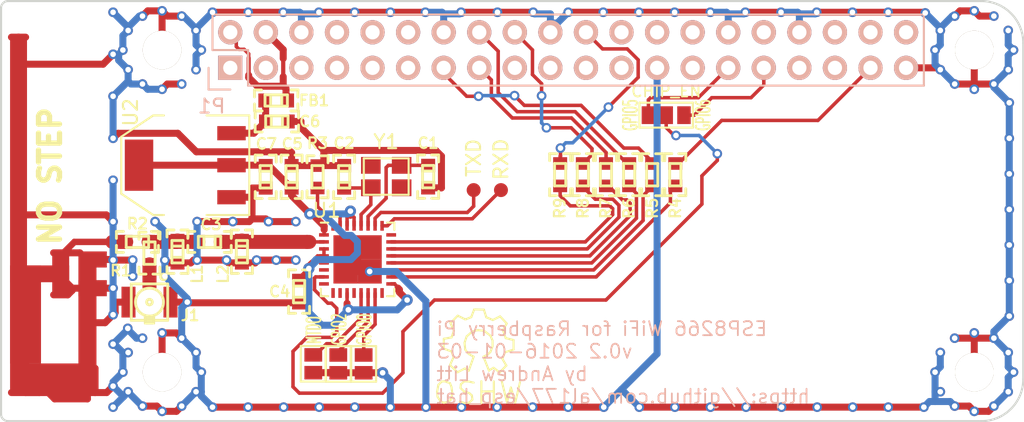
<source format=kicad_pcb>
(kicad_pcb (version 20171130) (host pcbnew "(5.1.12)-1")

  (general
    (thickness 1.6)
    (drawings 18)
    (tracks 622)
    (zones 0)
    (modules 113)
    (nets 31)
  )

  (page A4)
  (title_block
    (title "ESP8266 WiFi for Raspberry Pi")
    (date 2016-01-01)
    (rev v0.2)
  )

  (layers
    (0 F.Cu signal)
    (31 B.Cu signal)
    (32 B.Adhes user hide)
    (33 F.Adhes user hide)
    (34 B.Paste user hide)
    (35 F.Paste user hide)
    (36 B.SilkS user hide)
    (37 F.SilkS user hide)
    (38 B.Mask user hide)
    (39 F.Mask user hide)
    (40 Dwgs.User user hide)
    (41 Cmts.User user hide)
    (42 Eco1.User user hide)
    (43 Eco2.User user hide)
    (44 Edge.Cuts user)
    (45 Margin user hide)
    (46 B.CrtYd user hide)
    (47 F.CrtYd user hide)
    (48 B.Fab user hide)
    (49 F.Fab user hide)
  )

  (setup
    (last_trace_width 0.25)
    (trace_clearance 0.2)
    (zone_clearance 0.16)
    (zone_45_only yes)
    (trace_min 0.1524)
    (via_size 0.6858)
    (via_drill 0.4)
    (via_min_size 0.6858)
    (via_min_drill 0.3302)
    (uvia_size 0.508)
    (uvia_drill 0.127)
    (uvias_allowed no)
    (uvia_min_size 0.508)
    (uvia_min_drill 0.127)
    (edge_width 0.15)
    (segment_width 0.2)
    (pcb_text_width 0.3)
    (pcb_text_size 1.5 1.5)
    (mod_edge_width 0.15)
    (mod_text_size 1 1)
    (mod_text_width 0.15)
    (pad_size 0.69 0.69)
    (pad_drill 0.4)
    (pad_to_mask_clearance 0.2)
    (aux_axis_origin 0 0)
    (visible_elements 7FFFFF7F)
    (pcbplotparams
      (layerselection 0x010f8_80000001)
      (usegerberextensions true)
      (usegerberattributes true)
      (usegerberadvancedattributes true)
      (creategerberjobfile true)
      (excludeedgelayer true)
      (linewidth 0.150000)
      (plotframeref false)
      (viasonmask false)
      (mode 1)
      (useauxorigin false)
      (hpglpennumber 1)
      (hpglpenspeed 20)
      (hpglpendiameter 15.000000)
      (psnegative false)
      (psa4output false)
      (plotreference true)
      (plotvalue true)
      (plotinvisibletext false)
      (padsonsilk false)
      (subtractmaskfromsilk true)
      (outputformat 1)
      (mirror false)
      (drillshape 0)
      (scaleselection 1)
      (outputdirectory "fab/"))
  )

  (net 0 "")
  (net 1 GND)
  (net 2 /50ohm_ant)
  (net 3 "Net-(C1-Pad1)")
  (net 4 /50ohm_LNA)
  (net 5 /50ohm_filt)
  (net 6 +3V3)
  (net 7 +5V)
  (net 8 /50ohm_ufl)
  (net 9 SD_D3)
  (net 10 SD_CLK)
  (net 11 SD_CMD)
  (net 12 SD_D0)
  (net 13 SD_D1)
  (net 14 GPIO5)
  (net 15 SD_D2)
  (net 16 "Net-(R6-Pad2)")
  (net 17 "Net-(R7-Pad2)")
  (net 18 "Net-(R8-Pad2)")
  (net 19 "Net-(R9-Pad2)")
  (net 20 /5V_filt)
  (net 21 "Net-(C2-Pad1)")
  (net 22 "Net-(U1-Pad25)")
  (net 23 "Net-(U1-Pad26)")
  (net 24 GPIO6)
  (net 25 "Net-(JP2-Pad1)")
  (net 26 "Net-(JP3-Pad1)")
  (net 27 "Net-(JP4-Pad1)")
  (net 28 "Net-(R3-Pad2)")
  (net 29 "Net-(R4-Pad2)")
  (net 30 "Net-(R5-Pad2)")

  (net_class Default "This is the default net class."
    (clearance 0.2)
    (trace_width 0.25)
    (via_dia 0.6858)
    (via_drill 0.4)
    (uvia_dia 0.508)
    (uvia_drill 0.127)
    (add_net GPIO5)
    (add_net GPIO6)
    (add_net "Net-(C1-Pad1)")
    (add_net "Net-(C2-Pad1)")
    (add_net "Net-(JP2-Pad1)")
    (add_net "Net-(JP3-Pad1)")
    (add_net "Net-(JP4-Pad1)")
    (add_net "Net-(R3-Pad2)")
    (add_net "Net-(R4-Pad2)")
    (add_net "Net-(R5-Pad2)")
    (add_net "Net-(R6-Pad2)")
    (add_net "Net-(R7-Pad2)")
    (add_net "Net-(R8-Pad2)")
    (add_net "Net-(R9-Pad2)")
    (add_net "Net-(U1-Pad25)")
    (add_net "Net-(U1-Pad26)")
    (add_net SD_CLK)
    (add_net SD_CMD)
    (add_net SD_D0)
    (add_net SD_D1)
    (add_net SD_D2)
    (add_net SD_D3)
  )

  (net_class 50ohm_oshpark ""
    (clearance 0.16)
    (trace_width 1)
    (via_dia 0.6858)
    (via_drill 0.4)
    (uvia_dia 0.508)
    (uvia_drill 0.127)
    (add_net /50ohm_LNA)
    (add_net /50ohm_ant)
    (add_net /50ohm_filt)
    (add_net /50ohm_ufl)
  )

  (net_class power ""
    (clearance 0.2)
    (trace_width 0.5)
    (via_dia 0.8)
    (via_drill 0.4)
    (uvia_dia 0.508)
    (uvia_drill 0.127)
    (add_net +3V3)
    (add_net +5V)
    (add_net /5V_filt)
    (add_net GND)
  )

  (module esp_hat:GS3 (layer F.Cu) (tedit 5689F153) (tstamp 5)
    (at 104.5 93.15 90)
    (descr "Pontet Goute de soudure")
    (path /568A2A8F)
    (attr virtual)
    (fp_text reference JP1 (at 1.524 0 180) (layer F.Fab) hide
      (effects (font (size 1 1) (thickness 0.15)))
    )
    (fp_text value CHIP_EN (at 1.7 0 180) (layer F.SilkS)
      (effects (font (size 0.8 0.8) (thickness 0.125)))
    )
    (fp_line (start -0.889 -1.905) (end 0.889 -1.905) (layer F.SilkS) (width 0.15))
    (fp_line (start 0.889 1.905) (end 0.889 -1.905) (layer F.SilkS) (width 0.15))
    (fp_line (start -0.889 1.905) (end 0.889 1.905) (layer F.SilkS) (width 0.15))
    (fp_line (start -0.889 -1.905) (end -0.889 1.905) (layer F.SilkS) (width 0.15))
    (pad 1 smd rect (at 0 -1.27 90) (size 1.27 0.9652) (layers F.Cu F.Mask)
      (net 14 GPIO5))
    (pad 2 smd rect (at 0 0 90) (size 1.27 0.9652) (layers F.Cu F.Mask)
      (net 14 GPIO5))
    (pad 3 smd rect (at 0 1.27 90) (size 1.27 0.9652) (layers F.Cu F.Mask)
      (net 24 GPIO6))
  )

  (module esp_hat:NPTH_Hole_2_75mm (layer F.Cu) (tedit 5684C0E8) (tstamp 5684B515)
    (at 126.5 88.5)
    (descr "Mounting hole, Befestigungsbohrung, 3,5mm, No Annular, Kein Restring,")
    (tags "Mounting hole, Befestigungsbohrung, 3,5mm, No Annular, Kein Restring,")
    (path /5684B6D9)
    (attr virtual)
    (fp_text reference W6 (at 0 -4.50088) (layer F.SilkS) hide
      (effects (font (size 1 1) (thickness 0.15)))
    )
    (fp_text value MOUNT (at 0 -4.5) (layer F.Fab)
      (effects (font (size 1 1) (thickness 0.15)))
    )
    (fp_circle (center 0 0) (end 3.25 0) (layer Cmts.User) (width 0.381))
    (pad 1 thru_hole circle (at 0 0) (size 2.75 2.75) (drill 2.75) (layers *.Cu *.Mask F.SilkS)
      (net 1 GND) (clearance 0.2) (zone_connect 2))
    (pad 1 thru_hole circle (at -2.8 0) (size 0.69 0.69) (drill 0.4) (layers *.Cu)
      (net 1 GND))
    (pad 1 thru_hole circle (at -2.424871 1.4 30) (size 0.69 0.69) (drill 0.4) (layers *.Cu)
      (net 1 GND))
    (pad 1 thru_hole circle (at -1.4 2.424871 60) (size 0.69 0.69) (drill 0.4) (layers *.Cu)
      (net 1 GND))
    (pad 1 thru_hole circle (at 0 2.8 90) (size 0.69 0.69) (drill 0.4) (layers *.Cu)
      (net 1 GND))
    (pad 1 thru_hole circle (at 1.4 2.424871 120) (size 0.69 0.69) (drill 0.4) (layers *.Cu)
      (net 1 GND))
    (pad 1 thru_hole circle (at 2.424871 1.4 150) (size 0.69 0.69) (drill 0.4) (layers *.Cu)
      (net 1 GND))
    (pad 1 thru_hole circle (at 2.8 0 180) (size 0.69 0.69) (drill 0.4) (layers *.Cu)
      (net 1 GND))
    (pad 1 thru_hole circle (at 2.424871 -1.4 210) (size 0.69 0.69) (drill 0.4) (layers *.Cu)
      (net 1 GND))
    (pad 1 thru_hole circle (at 1.4 -2.424871 240) (size 0.69 0.69) (drill 0.4) (layers *.Cu)
      (net 1 GND))
    (pad 1 thru_hole circle (at 0 -2.8 270) (size 0.69 0.69) (drill 0.4) (layers *.Cu)
      (net 1 GND))
    (pad 1 thru_hole circle (at -1.4 -2.424871 300) (size 0.69 0.69) (drill 0.4) (layers *.Cu)
      (net 1 GND))
    (pad 1 thru_hole circle (at -2.424871 -1.4 330) (size 0.69 0.69) (drill 0.4) (layers *.Cu)
      (net 1 GND))
  )

  (module esp_hat:VIA_0.40mm (layer F.Cu) (tedit 5684D386) (tstamp 5685AB6A)
    (at 129 92.26)
    (attr virtual)
    (fp_text reference REF**21117 (at 0.4 -4.8) (layer Cmts.User) hide
      (effects (font (size 1 1) (thickness 0.15)))
    )
    (fp_text value VIA_0.40mm (at -0.2 -3.3) (layer Cmts.User) hide
      (effects (font (size 1 1) (thickness 0.15)))
    )
    (pad 1 thru_hole circle (at 0 0) (size 0.69 0.69) (drill 0.4) (layers *.Cu)
      (net 1 GND))
  )

  (module esp_hat:VIA_0.40mm (layer F.Cu) (tedit 5684D386) (tstamp 5685AB66)
    (at 129 94.8)
    (attr virtual)
    (fp_text reference REF**21116 (at 0.4 -4.8) (layer Cmts.User) hide
      (effects (font (size 1 1) (thickness 0.15)))
    )
    (fp_text value VIA_0.40mm (at -0.2 -3.3) (layer Cmts.User) hide
      (effects (font (size 1 1) (thickness 0.15)))
    )
    (pad 1 thru_hole circle (at 0 0) (size 0.69 0.69) (drill 0.4) (layers *.Cu)
      (net 1 GND))
  )

  (module esp_hat:VIA_0.40mm (layer F.Cu) (tedit 5684D386) (tstamp 5685AB62)
    (at 129 97.34)
    (attr virtual)
    (fp_text reference REF**21115 (at 0.4 -4.8) (layer Cmts.User) hide
      (effects (font (size 1 1) (thickness 0.15)))
    )
    (fp_text value VIA_0.40mm (at -0.2 -3.3) (layer Cmts.User) hide
      (effects (font (size 1 1) (thickness 0.15)))
    )
    (pad 1 thru_hole circle (at 0 0) (size 0.69 0.69) (drill 0.4) (layers *.Cu)
      (net 1 GND))
  )

  (module esp_hat:VIA_0.40mm (layer F.Cu) (tedit 5684D386) (tstamp 5685AB5E)
    (at 129 99.88)
    (attr virtual)
    (fp_text reference REF**21114 (at 0.4 -4.8) (layer Cmts.User) hide
      (effects (font (size 1 1) (thickness 0.15)))
    )
    (fp_text value VIA_0.40mm (at -0.2 -3.3) (layer Cmts.User) hide
      (effects (font (size 1 1) (thickness 0.15)))
    )
    (pad 1 thru_hole circle (at 0 0) (size 0.69 0.69) (drill 0.4) (layers *.Cu)
      (net 1 GND))
  )

  (module esp_hat:VIA_0.40mm (layer F.Cu) (tedit 5684D386) (tstamp 5685AB5A)
    (at 129 102.42)
    (attr virtual)
    (fp_text reference REF**21113 (at 0.4 -4.8) (layer Cmts.User) hide
      (effects (font (size 1 1) (thickness 0.15)))
    )
    (fp_text value VIA_0.40mm (at -0.2 -3.3) (layer Cmts.User) hide
      (effects (font (size 1 1) (thickness 0.15)))
    )
    (pad 1 thru_hole circle (at 0 0) (size 0.69 0.69) (drill 0.4) (layers *.Cu)
      (net 1 GND))
  )

  (module esp_hat:VIA_0.40mm (layer F.Cu) (tedit 5684D386) (tstamp 5685AB56)
    (at 129 104.96)
    (attr virtual)
    (fp_text reference REF**21112 (at 0.4 -4.8) (layer Cmts.User) hide
      (effects (font (size 1 1) (thickness 0.15)))
    )
    (fp_text value VIA_0.40mm (at -0.2 -3.3) (layer Cmts.User) hide
      (effects (font (size 1 1) (thickness 0.15)))
    )
    (pad 1 thru_hole circle (at 0 0) (size 0.69 0.69) (drill 0.4) (layers *.Cu)
      (net 1 GND))
  )

  (module esp_hat:VIA_0.40mm (layer F.Cu) (tedit 5684D386) (tstamp 5685AAE9)
    (at 129 107.5)
    (attr virtual)
    (fp_text reference REF**21111 (at 0.4 -4.8) (layer Cmts.User) hide
      (effects (font (size 1 1) (thickness 0.15)))
    )
    (fp_text value VIA_0.40mm (at -0.2 -3.3) (layer Cmts.User) hide
      (effects (font (size 1 1) (thickness 0.15)))
    )
    (pad 1 thru_hole circle (at 0 0) (size 0.69 0.69) (drill 0.4) (layers *.Cu)
      (net 1 GND))
  )

  (module esp_hat:VIA_0.40mm (layer F.Cu) (tedit 5684D386) (tstamp 5685AA32)
    (at 72.1 114)
    (attr virtual)
    (fp_text reference REF**221 (at 0.4 -4.8) (layer Cmts.User) hide
      (effects (font (size 1 1) (thickness 0.15)))
    )
    (fp_text value VIA_0.40mm (at -0.2 -3.3) (layer Cmts.User) hide
      (effects (font (size 1 1) (thickness 0.15)))
    )
    (pad 1 thru_hole circle (at 0 0) (size 0.69 0.69) (drill 0.4) (layers *.Cu)
      (net 1 GND))
  )

  (module esp_hat:NPTH_Hole_2_75mm (layer F.Cu) (tedit 5684C0E8) (tstamp 5684B50F)
    (at 126.5 111.5)
    (descr "Mounting hole, Befestigungsbohrung, 3,5mm, No Annular, Kein Restring,")
    (tags "Mounting hole, Befestigungsbohrung, 3,5mm, No Annular, Kein Restring,")
    (path /5684B660)
    (attr virtual)
    (fp_text reference W5 (at 0 -4.50088) (layer F.SilkS) hide
      (effects (font (size 1 1) (thickness 0.15)))
    )
    (fp_text value MOUNT (at 0 5.00126) (layer F.Fab)
      (effects (font (size 1 1) (thickness 0.15)))
    )
    (fp_circle (center 0 0) (end 3.25 0) (layer Cmts.User) (width 0.381))
    (pad 1 thru_hole circle (at 0 0) (size 2.75 2.75) (drill 2.75) (layers *.Cu *.Mask F.SilkS)
      (net 1 GND) (clearance 0.2) (zone_connect 2))
    (pad 1 thru_hole circle (at -2.8 0) (size 0.69 0.69) (drill 0.4) (layers *.Cu)
      (net 1 GND))
    (pad 1 thru_hole circle (at -2.424871 1.4 30) (size 0.69 0.69) (drill 0.4) (layers *.Cu)
      (net 1 GND))
    (pad 1 thru_hole circle (at -1.4 2.424871 60) (size 0.69 0.69) (drill 0.4) (layers *.Cu)
      (net 1 GND))
    (pad 1 thru_hole circle (at 0 2.8 90) (size 0.69 0.69) (drill 0.4) (layers *.Cu)
      (net 1 GND))
    (pad 1 thru_hole circle (at 1.4 2.424871 120) (size 0.69 0.69) (drill 0.4) (layers *.Cu)
      (net 1 GND))
    (pad 1 thru_hole circle (at 2.424871 1.4 150) (size 0.69 0.69) (drill 0.4) (layers *.Cu)
      (net 1 GND))
    (pad 1 thru_hole circle (at 2.8 0 180) (size 0.69 0.69) (drill 0.4) (layers *.Cu)
      (net 1 GND))
    (pad 1 thru_hole circle (at 2.424871 -1.4 210) (size 0.69 0.69) (drill 0.4) (layers *.Cu)
      (net 1 GND))
    (pad 1 thru_hole circle (at 1.4 -2.424871 240) (size 0.69 0.69) (drill 0.4) (layers *.Cu)
      (net 1 GND))
    (pad 1 thru_hole circle (at 0 -2.8 270) (size 0.69 0.69) (drill 0.4) (layers *.Cu)
      (net 1 GND))
    (pad 1 thru_hole circle (at -1.4 -2.424871 300) (size 0.69 0.69) (drill 0.4) (layers *.Cu)
      (net 1 GND))
    (pad 1 thru_hole circle (at -2.424871 -1.4 330) (size 0.69 0.69) (drill 0.4) (layers *.Cu)
      (net 1 GND))
  )

  (module esp_hat:VIA_0.40mm (layer F.Cu) (tedit 5684D386) (tstamp 5685AA14)
    (at 122.9 114)
    (attr virtual)
    (fp_text reference REF**211_2 (at 0.4 -4.8) (layer Cmts.User) hide
      (effects (font (size 1 1) (thickness 0.15)))
    )
    (fp_text value VIA_0.40mm (at -0.2 -3.3) (layer Cmts.User) hide
      (effects (font (size 1 1) (thickness 0.15)))
    )
    (pad 1 thru_hole circle (at 0 0) (size 0.69 0.69) (drill 0.4) (layers *.Cu)
      (net 1 GND))
  )

  (module esp_hat:VIA_0.40mm (layer F.Cu) (tedit 5684D386) (tstamp 5685AA10)
    (at 120.36 114)
    (attr virtual)
    (fp_text reference REF**201 (at 0.4 -4.8) (layer Cmts.User) hide
      (effects (font (size 1 1) (thickness 0.15)))
    )
    (fp_text value VIA_0.40mm (at -0.2 -3.3) (layer Cmts.User) hide
      (effects (font (size 1 1) (thickness 0.15)))
    )
    (pad 1 thru_hole circle (at 0 0) (size 0.69 0.69) (drill 0.4) (layers *.Cu)
      (net 1 GND))
  )

  (module esp_hat:VIA_0.40mm (layer F.Cu) (tedit 5684D386) (tstamp 5685AA0C)
    (at 117.82 114)
    (attr virtual)
    (fp_text reference REF**191 (at 0.4 -4.8) (layer Cmts.User) hide
      (effects (font (size 1 1) (thickness 0.15)))
    )
    (fp_text value VIA_0.40mm (at -0.2 -3.3) (layer Cmts.User) hide
      (effects (font (size 1 1) (thickness 0.15)))
    )
    (pad 1 thru_hole circle (at 0 0) (size 0.69 0.69) (drill 0.4) (layers *.Cu)
      (net 1 GND))
  )

  (module esp_hat:VIA_0.40mm (layer F.Cu) (tedit 5684D386) (tstamp 5685AA08)
    (at 115.28 114)
    (attr virtual)
    (fp_text reference REF**181 (at 0.4 -4.8) (layer Cmts.User) hide
      (effects (font (size 1 1) (thickness 0.15)))
    )
    (fp_text value VIA_0.40mm (at -0.2 -3.3) (layer Cmts.User) hide
      (effects (font (size 1 1) (thickness 0.15)))
    )
    (pad 1 thru_hole circle (at 0 0) (size 0.69 0.69) (drill 0.4) (layers *.Cu)
      (net 1 GND))
  )

  (module esp_hat:VIA_0.40mm (layer F.Cu) (tedit 5684D386) (tstamp 5685AA04)
    (at 112.74 114)
    (attr virtual)
    (fp_text reference REF**171 (at 0.4 -4.8) (layer Cmts.User) hide
      (effects (font (size 1 1) (thickness 0.15)))
    )
    (fp_text value VIA_0.40mm (at -0.2 -3.3) (layer Cmts.User) hide
      (effects (font (size 1 1) (thickness 0.15)))
    )
    (pad 1 thru_hole circle (at 0 0) (size 0.69 0.69) (drill 0.4) (layers *.Cu)
      (net 1 GND))
  )

  (module esp_hat:VIA_0.40mm (layer F.Cu) (tedit 5684D386) (tstamp 5685AA00)
    (at 110.2 114)
    (attr virtual)
    (fp_text reference REF**161 (at 0.4 -4.8) (layer Cmts.User) hide
      (effects (font (size 1 1) (thickness 0.15)))
    )
    (fp_text value VIA_0.40mm (at -0.2 -3.3) (layer Cmts.User) hide
      (effects (font (size 1 1) (thickness 0.15)))
    )
    (pad 1 thru_hole circle (at 0 0) (size 0.69 0.69) (drill 0.4) (layers *.Cu)
      (net 1 GND))
  )

  (module esp_hat:VIA_0.40mm (layer F.Cu) (tedit 5684D386) (tstamp 5685A9FC)
    (at 107.66 114)
    (attr virtual)
    (fp_text reference REF**151 (at 0.4 -4.8) (layer Cmts.User) hide
      (effects (font (size 1 1) (thickness 0.15)))
    )
    (fp_text value VIA_0.40mm (at -0.2 -3.3) (layer Cmts.User) hide
      (effects (font (size 1 1) (thickness 0.15)))
    )
    (pad 1 thru_hole circle (at 0 0) (size 0.69 0.69) (drill 0.4) (layers *.Cu)
      (net 1 GND))
  )

  (module esp_hat:VIA_0.40mm (layer F.Cu) (tedit 5684D386) (tstamp 5685A9F8)
    (at 105.12 114)
    (attr virtual)
    (fp_text reference REF**141 (at 0.4 -4.8) (layer Cmts.User) hide
      (effects (font (size 1 1) (thickness 0.15)))
    )
    (fp_text value VIA_0.40mm (at -0.2 -3.3) (layer Cmts.User) hide
      (effects (font (size 1 1) (thickness 0.15)))
    )
    (pad 1 thru_hole circle (at 0 0) (size 0.69 0.69) (drill 0.4) (layers *.Cu)
      (net 1 GND))
  )

  (module esp_hat:VIA_0.40mm (layer F.Cu) (tedit 5684D386) (tstamp 5685A9F4)
    (at 102.58 114)
    (attr virtual)
    (fp_text reference REF**131 (at 0.4 -4.8) (layer Cmts.User) hide
      (effects (font (size 1 1) (thickness 0.15)))
    )
    (fp_text value VIA_0.40mm (at -0.2 -3.3) (layer Cmts.User) hide
      (effects (font (size 1 1) (thickness 0.15)))
    )
    (pad 1 thru_hole circle (at 0 0) (size 0.69 0.69) (drill 0.4) (layers *.Cu)
      (net 1 GND))
  )

  (module esp_hat:VIA_0.40mm (layer F.Cu) (tedit 5684D386) (tstamp 5685A9F0)
    (at 100.04 114)
    (attr virtual)
    (fp_text reference REF**121 (at 0.4 -4.8) (layer Cmts.User) hide
      (effects (font (size 1 1) (thickness 0.15)))
    )
    (fp_text value VIA_0.40mm (at -0.2 -3.3) (layer Cmts.User) hide
      (effects (font (size 1 1) (thickness 0.15)))
    )
    (pad 1 thru_hole circle (at 0 0) (size 0.69 0.69) (drill 0.4) (layers *.Cu)
      (net 1 GND))
  )

  (module esp_hat:VIA_0.40mm (layer F.Cu) (tedit 5684D386) (tstamp 5685A9EC)
    (at 97.5 114)
    (attr virtual)
    (fp_text reference REF**111 (at 0.4 -4.8) (layer Cmts.User) hide
      (effects (font (size 1 1) (thickness 0.15)))
    )
    (fp_text value VIA_0.40mm (at -0.2 -3.3) (layer Cmts.User) hide
      (effects (font (size 1 1) (thickness 0.15)))
    )
    (pad 1 thru_hole circle (at 0 0) (size 0.69 0.69) (drill 0.4) (layers *.Cu)
      (net 1 GND))
  )

  (module esp_hat:VIA_0.40mm (layer F.Cu) (tedit 5684D386) (tstamp 5685A9E8)
    (at 94.96 114)
    (attr virtual)
    (fp_text reference REF**101 (at 0.4 -4.8) (layer Cmts.User) hide
      (effects (font (size 1 1) (thickness 0.15)))
    )
    (fp_text value VIA_0.40mm (at -0.2 -3.3) (layer Cmts.User) hide
      (effects (font (size 1 1) (thickness 0.15)))
    )
    (pad 1 thru_hole circle (at 0 0) (size 0.69 0.69) (drill 0.4) (layers *.Cu)
      (net 1 GND))
  )

  (module esp_hat:VIA_0.40mm (layer F.Cu) (tedit 5684D386) (tstamp 5685A9E4)
    (at 92.42 114)
    (attr virtual)
    (fp_text reference REF**91 (at 0.4 -4.8) (layer Cmts.User) hide
      (effects (font (size 1 1) (thickness 0.15)))
    )
    (fp_text value VIA_0.40mm (at -0.2 -3.3) (layer Cmts.User) hide
      (effects (font (size 1 1) (thickness 0.15)))
    )
    (pad 1 thru_hole circle (at 0 0) (size 0.69 0.69) (drill 0.4) (layers *.Cu)
      (net 1 GND))
  )

  (module esp_hat:VIA_0.40mm (layer F.Cu) (tedit 5684D386) (tstamp 5685A9E0)
    (at 89.88 114)
    (attr virtual)
    (fp_text reference REF**81 (at 0.4 -4.8) (layer Cmts.User) hide
      (effects (font (size 1 1) (thickness 0.15)))
    )
    (fp_text value VIA_0.40mm (at -0.2 -3.3) (layer Cmts.User) hide
      (effects (font (size 1 1) (thickness 0.15)))
    )
    (pad 1 thru_hole circle (at 0 0) (size 0.69 0.69) (drill 0.4) (layers *.Cu)
      (net 1 GND))
  )

  (module esp_hat:VIA_0.40mm (layer F.Cu) (tedit 5684D386) (tstamp 5685A9DC)
    (at 87.34 114)
    (attr virtual)
    (fp_text reference REF**71 (at 0.4 -4.8) (layer Cmts.User) hide
      (effects (font (size 1 1) (thickness 0.15)))
    )
    (fp_text value VIA_0.40mm (at -0.2 -3.3) (layer Cmts.User) hide
      (effects (font (size 1 1) (thickness 0.15)))
    )
    (pad 1 thru_hole circle (at 0 0) (size 0.69 0.69) (drill 0.4) (layers *.Cu)
      (net 1 GND))
  )

  (module esp_hat:VIA_0.40mm (layer F.Cu) (tedit 5684D386) (tstamp 5685A9D8)
    (at 84.8 114)
    (attr virtual)
    (fp_text reference REF**61 (at 0.4 -4.8) (layer Cmts.User) hide
      (effects (font (size 1 1) (thickness 0.15)))
    )
    (fp_text value VIA_0.40mm (at -0.2 -3.3) (layer Cmts.User) hide
      (effects (font (size 1 1) (thickness 0.15)))
    )
    (pad 1 thru_hole circle (at 0 0) (size 0.69 0.69) (drill 0.4) (layers *.Cu)
      (net 1 GND))
  )

  (module esp_hat:VIA_0.40mm (layer F.Cu) (tedit 5684D386) (tstamp 5685A9D4)
    (at 82.26 114)
    (attr virtual)
    (fp_text reference REF**51 (at 0.4 -4.8) (layer Cmts.User) hide
      (effects (font (size 1 1) (thickness 0.15)))
    )
    (fp_text value VIA_0.40mm (at -0.2 -3.3) (layer Cmts.User) hide
      (effects (font (size 1 1) (thickness 0.15)))
    )
    (pad 1 thru_hole circle (at 0 0) (size 0.69 0.69) (drill 0.4) (layers *.Cu)
      (net 1 GND))
  )

  (module esp_hat:VIA_0.40mm (layer F.Cu) (tedit 5684D386) (tstamp 5685A9D0)
    (at 79.72 114)
    (attr virtual)
    (fp_text reference REF**41 (at 0.4 -4.8) (layer Cmts.User) hide
      (effects (font (size 1 1) (thickness 0.15)))
    )
    (fp_text value VIA_0.40mm (at -0.2 -3.3) (layer Cmts.User) hide
      (effects (font (size 1 1) (thickness 0.15)))
    )
    (pad 1 thru_hole circle (at 0 0) (size 0.69 0.69) (drill 0.4) (layers *.Cu)
      (net 1 GND))
  )

  (module esp_hat:VIA_0.40mm (layer F.Cu) (tedit 5684D386) (tstamp 5685A9CC)
    (at 77.18 114)
    (attr virtual)
    (fp_text reference REF**31 (at 0.4 -4.8) (layer Cmts.User) hide
      (effects (font (size 1 1) (thickness 0.15)))
    )
    (fp_text value VIA_0.40mm (at -0.2 -3.3) (layer Cmts.User) hide
      (effects (font (size 1 1) (thickness 0.15)))
    )
    (pad 1 thru_hole circle (at 0 0) (size 0.69 0.69) (drill 0.4) (layers *.Cu)
      (net 1 GND))
  )

  (module esp_hat:VIA_0.40mm (layer F.Cu) (tedit 5684D386) (tstamp 5685A9C8)
    (at 74.64 114)
    (attr virtual)
    (fp_text reference REF**211 (at 0.4 -4.8) (layer Cmts.User) hide
      (effects (font (size 1 1) (thickness 0.15)))
    )
    (fp_text value VIA_0.40mm (at -0.2 -3.3) (layer Cmts.User) hide
      (effects (font (size 1 1) (thickness 0.15)))
    )
    (pad 1 thru_hole circle (at 0 0) (size 0.69 0.69) (drill 0.4) (layers *.Cu)
      (net 1 GND))
  )

  (module esp_hat:VIA_0.40mm (layer F.Cu) (tedit 5684D386) (tstamp 5685A942)
    (at 65 114)
    (attr virtual)
    (fp_text reference REF**4_4 (at 0.4 -4.8) (layer Cmts.User) hide
      (effects (font (size 1 1) (thickness 0.15)))
    )
    (fp_text value VIA_0.40mm (at -0.2 -3.3) (layer Cmts.User) hide
      (effects (font (size 1 1) (thickness 0.15)))
    )
    (pad 1 thru_hole circle (at 0 0) (size 0.69 0.69) (drill 0.4) (layers *.Cu)
      (net 1 GND))
  )

  (module esp_hat:VIA_0.40mm (layer F.Cu) (tedit 5684D386) (tstamp 5685A7A1)
    (at 66.05 108.375)
    (attr virtual)
    (fp_text reference REF**2_7 (at 0.4 -4.8) (layer Cmts.User) hide
      (effects (font (size 1 1) (thickness 0.15)))
    )
    (fp_text value VIA_0.40mm (at -0.2 -3.3) (layer Cmts.User) hide
      (effects (font (size 1 1) (thickness 0.15)))
    )
    (pad 1 thru_hole circle (at 0 0) (size 0.69 0.69) (drill 0.4) (layers *.Cu)
      (net 1 GND))
  )

  (module esp_hat:VIA_0.40mm (layer B.Cu) (tedit 5684D386) (tstamp 5685A776)
    (at 65 105.5)
    (attr virtual)
    (fp_text reference REF**1_33 (at 0.4 4.8) (layer Cmts.User) hide
      (effects (font (size 1 1) (thickness 0.15)))
    )
    (fp_text value VIA_0.40mm (at -0.2 3.3) (layer Cmts.User) hide
      (effects (font (size 1 1) (thickness 0.15)))
    )
    (pad 1 thru_hole circle (at 0 0) (size 0.69 0.69) (drill 0.4) (layers *.Cu)
      (net 1 GND))
  )

  (module esp_hat:VIA_0.40mm (layer F.Cu) (tedit 5684D386) (tstamp 5685A74F)
    (at 123 85.85)
    (attr virtual)
    (fp_text reference REF**1_32 (at 0.4 -4.8) (layer Cmts.User) hide
      (effects (font (size 1 1) (thickness 0.15)))
    )
    (fp_text value VIA_0.40mm (at -0.2 -3.3) (layer Cmts.User) hide
      (effects (font (size 1 1) (thickness 0.15)))
    )
    (pad 1 thru_hole circle (at 0 0) (size 0.69 0.69) (drill 0.4) (layers *.Cu)
      (net 1 GND))
  )

  (module esp_hat:VIA_0.40mm (layer F.Cu) (tedit 5684D386) (tstamp 5685A74B)
    (at 120.35 85.8)
    (attr virtual)
    (fp_text reference REF**1_31 (at 0.4 -4.8) (layer Cmts.User) hide
      (effects (font (size 1 1) (thickness 0.15)))
    )
    (fp_text value VIA_0.40mm (at -0.2 -3.3) (layer Cmts.User) hide
      (effects (font (size 1 1) (thickness 0.15)))
    )
    (pad 1 thru_hole circle (at 0 0) (size 0.69 0.69) (drill 0.4) (layers *.Cu)
      (net 1 GND))
  )

  (module esp_hat:VIA_0.40mm (layer F.Cu) (tedit 5684D386) (tstamp 5685A747)
    (at 117.8 85.8)
    (attr virtual)
    (fp_text reference REF**1_30 (at 0.4 -4.8) (layer Cmts.User) hide
      (effects (font (size 1 1) (thickness 0.15)))
    )
    (fp_text value VIA_0.40mm (at -0.2 -3.3) (layer Cmts.User) hide
      (effects (font (size 1 1) (thickness 0.15)))
    )
    (pad 1 thru_hole circle (at 0 0) (size 0.69 0.69) (drill 0.4) (layers *.Cu)
      (net 1 GND))
  )

  (module esp_hat:VIA_0.40mm (layer F.Cu) (tedit 5684D386) (tstamp 5685A743)
    (at 115.25 85.8)
    (attr virtual)
    (fp_text reference REF**1_29 (at 0.4 -4.8) (layer Cmts.User) hide
      (effects (font (size 1 1) (thickness 0.15)))
    )
    (fp_text value VIA_0.40mm (at -0.2 -3.3) (layer Cmts.User) hide
      (effects (font (size 1 1) (thickness 0.15)))
    )
    (pad 1 thru_hole circle (at 0 0) (size 0.69 0.69) (drill 0.4) (layers *.Cu)
      (net 1 GND))
  )

  (module esp_hat:VIA_0.40mm (layer F.Cu) (tedit 5684D386) (tstamp 5685A73F)
    (at 112.7 85.8)
    (attr virtual)
    (fp_text reference REF**1_28 (at 0.4 -4.8) (layer Cmts.User) hide
      (effects (font (size 1 1) (thickness 0.15)))
    )
    (fp_text value VIA_0.40mm (at -0.2 -3.3) (layer Cmts.User) hide
      (effects (font (size 1 1) (thickness 0.15)))
    )
    (pad 1 thru_hole circle (at 0 0) (size 0.69 0.69) (drill 0.4) (layers *.Cu)
      (net 1 GND))
  )

  (module esp_hat:VIA_0.40mm (layer F.Cu) (tedit 5684D386) (tstamp 5685A73B)
    (at 110.15 85.8)
    (attr virtual)
    (fp_text reference REF**1_27 (at 0.4 -4.8) (layer Cmts.User) hide
      (effects (font (size 1 1) (thickness 0.15)))
    )
    (fp_text value VIA_0.40mm (at -0.2 -3.3) (layer Cmts.User) hide
      (effects (font (size 1 1) (thickness 0.15)))
    )
    (pad 1 thru_hole circle (at 0 0) (size 0.69 0.69) (drill 0.4) (layers *.Cu)
      (net 1 GND))
  )

  (module esp_hat:VIA_0.40mm (layer F.Cu) (tedit 5684D386) (tstamp 5685A737)
    (at 107.65 85.8)
    (attr virtual)
    (fp_text reference REF**1_26 (at 0.4 -4.8) (layer Cmts.User) hide
      (effects (font (size 1 1) (thickness 0.15)))
    )
    (fp_text value VIA_0.40mm (at -0.2 -3.3) (layer Cmts.User) hide
      (effects (font (size 1 1) (thickness 0.15)))
    )
    (pad 1 thru_hole circle (at 0 0) (size 0.69 0.69) (drill 0.4) (layers *.Cu)
      (net 1 GND))
  )

  (module esp_hat:VIA_0.40mm (layer F.Cu) (tedit 5684D386) (tstamp 5685A733)
    (at 105.1 85.8)
    (attr virtual)
    (fp_text reference REF**1_25 (at 0.4 -4.8) (layer Cmts.User) hide
      (effects (font (size 1 1) (thickness 0.15)))
    )
    (fp_text value VIA_0.40mm (at -0.2 -3.3) (layer Cmts.User) hide
      (effects (font (size 1 1) (thickness 0.15)))
    )
    (pad 1 thru_hole circle (at 0 0) (size 0.69 0.69) (drill 0.4) (layers *.Cu)
      (net 1 GND))
  )

  (module esp_hat:VIA_0.40mm (layer F.Cu) (tedit 5684D386) (tstamp 5685A72F)
    (at 102.55 85.8)
    (attr virtual)
    (fp_text reference REF**1_24 (at 0.4 -4.8) (layer Cmts.User) hide
      (effects (font (size 1 1) (thickness 0.15)))
    )
    (fp_text value VIA_0.40mm (at -0.2 -3.3) (layer Cmts.User) hide
      (effects (font (size 1 1) (thickness 0.15)))
    )
    (pad 1 thru_hole circle (at 0 0) (size 0.69 0.69) (drill 0.4) (layers *.Cu)
      (net 1 GND))
  )

  (module esp_hat:VIA_0.40mm (layer F.Cu) (tedit 5684D386) (tstamp 5685A72A)
    (at 100 85.8)
    (attr virtual)
    (fp_text reference REF**1_23 (at 0.4 -4.8) (layer Cmts.User) hide
      (effects (font (size 1 1) (thickness 0.15)))
    )
    (fp_text value VIA_0.40mm (at -0.2 -3.3) (layer Cmts.User) hide
      (effects (font (size 1 1) (thickness 0.15)))
    )
    (pad 1 thru_hole circle (at 0 0) (size 0.69 0.69) (drill 0.4) (layers *.Cu)
      (net 1 GND))
  )

  (module esp_hat:VIA_0.40mm (layer F.Cu) (tedit 5684D386) (tstamp 5685A726)
    (at 97.5 85.8)
    (attr virtual)
    (fp_text reference REF**1_22 (at 0.4 -4.8) (layer Cmts.User) hide
      (effects (font (size 1 1) (thickness 0.15)))
    )
    (fp_text value VIA_0.40mm (at -0.2 -3.3) (layer Cmts.User) hide
      (effects (font (size 1 1) (thickness 0.15)))
    )
    (pad 1 thru_hole circle (at 0 0) (size 0.69 0.69) (drill 0.4) (layers *.Cu)
      (net 1 GND))
  )

  (module esp_hat:VIA_0.40mm (layer F.Cu) (tedit 5684D386) (tstamp 5685A721)
    (at 95 85.8)
    (attr virtual)
    (fp_text reference REF**1_21 (at 0.4 -4.8) (layer Cmts.User) hide
      (effects (font (size 1 1) (thickness 0.15)))
    )
    (fp_text value VIA_0.40mm (at -0.2 -3.3) (layer Cmts.User) hide
      (effects (font (size 1 1) (thickness 0.15)))
    )
    (pad 1 thru_hole circle (at 0 0) (size 0.69 0.69) (drill 0.4) (layers *.Cu)
      (net 1 GND))
  )

  (module esp_hat:VIA_0.40mm (layer F.Cu) (tedit 5684D386) (tstamp 5685A71C)
    (at 92.45 85.8)
    (attr virtual)
    (fp_text reference REF**1_20 (at 0.4 -4.8) (layer Cmts.User) hide
      (effects (font (size 1 1) (thickness 0.15)))
    )
    (fp_text value VIA_0.40mm (at -0.2 -3.3) (layer Cmts.User) hide
      (effects (font (size 1 1) (thickness 0.15)))
    )
    (pad 1 thru_hole circle (at 0 0) (size 0.69 0.69) (drill 0.4) (layers *.Cu)
      (net 1 GND))
  )

  (module esp_hat:VIA_0.40mm (layer F.Cu) (tedit 5684D386) (tstamp 5685A715)
    (at 89.85 85.8)
    (attr virtual)
    (fp_text reference REF**1_19 (at 0.4 -4.8) (layer Cmts.User) hide
      (effects (font (size 1 1) (thickness 0.15)))
    )
    (fp_text value VIA_0.40mm (at -0.2 -3.3) (layer Cmts.User) hide
      (effects (font (size 1 1) (thickness 0.15)))
    )
    (pad 1 thru_hole circle (at 0 0) (size 0.69 0.69) (drill 0.4) (layers *.Cu)
      (net 1 GND))
  )

  (module esp_hat:VIA_0.40mm (layer F.Cu) (tedit 5684D386) (tstamp 5685A70F)
    (at 87.3 85.8)
    (attr virtual)
    (fp_text reference REF**1_18 (at 0.4 -4.8) (layer Cmts.User) hide
      (effects (font (size 1 1) (thickness 0.15)))
    )
    (fp_text value VIA_0.40mm (at -0.2 -3.3) (layer Cmts.User) hide
      (effects (font (size 1 1) (thickness 0.15)))
    )
    (pad 1 thru_hole circle (at 0 0) (size 0.69 0.69) (drill 0.4) (layers *.Cu)
      (net 1 GND))
  )

  (module esp_hat:VIA_0.40mm (layer F.Cu) (tedit 5684D386) (tstamp 5685A70B)
    (at 84.8 85.8)
    (attr virtual)
    (fp_text reference REF**1_17 (at 0.4 -4.8) (layer Cmts.User) hide
      (effects (font (size 1 1) (thickness 0.15)))
    )
    (fp_text value VIA_0.40mm (at -0.2 -3.3) (layer Cmts.User) hide
      (effects (font (size 1 1) (thickness 0.15)))
    )
    (pad 1 thru_hole circle (at 0 0) (size 0.69 0.69) (drill 0.4) (layers *.Cu)
      (net 1 GND))
  )

  (module esp_hat:VIA_0.40mm (layer F.Cu) (tedit 5684D386) (tstamp 5685A703)
    (at 82.25 85.8)
    (attr virtual)
    (fp_text reference REF**1_16 (at 0.4 -4.8) (layer Cmts.User) hide
      (effects (font (size 1 1) (thickness 0.15)))
    )
    (fp_text value VIA_0.40mm (at -0.2 -3.3) (layer Cmts.User) hide
      (effects (font (size 1 1) (thickness 0.15)))
    )
    (pad 1 thru_hole circle (at 0 0) (size 0.69 0.69) (drill 0.4) (layers *.Cu)
      (net 1 GND))
  )

  (module esp_hat:VIA_0.40mm (layer F.Cu) (tedit 5684D386) (tstamp 5685A6F7)
    (at 79.7 85.8)
    (attr virtual)
    (fp_text reference REF**1_15 (at 0.4 -4.8) (layer Cmts.User) hide
      (effects (font (size 1 1) (thickness 0.15)))
    )
    (fp_text value VIA_0.40mm (at -0.2 -3.3) (layer Cmts.User) hide
      (effects (font (size 1 1) (thickness 0.15)))
    )
    (pad 1 thru_hole circle (at 0 0) (size 0.69 0.69) (drill 0.4) (layers *.Cu)
      (net 1 GND))
  )

  (module esp_hat:VIA_0.40mm (layer F.Cu) (tedit 5684D386) (tstamp 5685A6F1)
    (at 77.15 85.8)
    (attr virtual)
    (fp_text reference REF**1_14 (at 0.4 -4.8) (layer Cmts.User) hide
      (effects (font (size 1 1) (thickness 0.15)))
    )
    (fp_text value VIA_0.40mm (at -0.2 -3.3) (layer Cmts.User) hide
      (effects (font (size 1 1) (thickness 0.15)))
    )
    (pad 1 thru_hole circle (at 0 0) (size 0.69 0.69) (drill 0.4) (layers *.Cu)
      (net 1 GND))
  )

  (module esp_hat:VIA_0.40mm (layer F.Cu) (tedit 5684D386) (tstamp 5685A6E8)
    (at 74.65 85.8)
    (attr virtual)
    (fp_text reference REF**1_13 (at 0.4 -4.8) (layer Cmts.User) hide
      (effects (font (size 1 1) (thickness 0.15)))
    )
    (fp_text value VIA_0.40mm (at -0.2 -3.3) (layer Cmts.User) hide
      (effects (font (size 1 1) (thickness 0.15)))
    )
    (pad 1 thru_hole circle (at 0 0) (size 0.69 0.69) (drill 0.4) (layers *.Cu)
      (net 1 GND))
  )

  (module esp_hat:VIA_0.40mm (layer F.Cu) (tedit 5684D386) (tstamp 5685A6A9)
    (at 72.1 85.8)
    (attr virtual)
    (fp_text reference REF**1_12 (at 0.4 -4.8) (layer Cmts.User) hide
      (effects (font (size 1 1) (thickness 0.15)))
    )
    (fp_text value VIA_0.40mm (at -0.2 -3.3) (layer Cmts.User) hide
      (effects (font (size 1 1) (thickness 0.15)))
    )
    (pad 1 thru_hole circle (at 0 0) (size 0.69 0.69) (drill 0.4) (layers *.Cu)
      (net 1 GND))
  )

  (module esp_hat:VIA_0.40mm (layer F.Cu) (tedit 5684D386) (tstamp 5685A6A3)
    (at 76.65 103.5)
    (attr virtual)
    (fp_text reference REF**1_11 (at 0.4 -4.8) (layer Cmts.User) hide
      (effects (font (size 1 1) (thickness 0.15)))
    )
    (fp_text value VIA_0.40mm (at -0.2 -3.3) (layer Cmts.User) hide
      (effects (font (size 1 1) (thickness 0.15)))
    )
    (pad 1 thru_hole circle (at 0 0) (size 0.69 0.69) (drill 0.4) (layers *.Cu)
      (net 1 GND))
  )

  (module esp_hat:NPTH_Hole_2_75mm (layer F.Cu) (tedit 5684C0E8) (tstamp 5684B503)
    (at 68.5 88.5)
    (descr "Mounting hole, Befestigungsbohrung, 3,5mm, No Annular, Kein Restring,")
    (tags "Mounting hole, Befestigungsbohrung, 3,5mm, No Annular, Kein Restring,")
    (path /5684B584)
    (attr virtual)
    (fp_text reference W3 (at 0 -4.50088) (layer F.SilkS) hide
      (effects (font (size 1 1) (thickness 0.15)))
    )
    (fp_text value MOUNT (at 0 -4.5) (layer F.Fab)
      (effects (font (size 1 1) (thickness 0.15)))
    )
    (fp_circle (center 0 0) (end 3.25 0) (layer Cmts.User) (width 0.381))
    (pad 1 thru_hole circle (at 0 0) (size 2.75 2.75) (drill 2.75) (layers *.Cu *.Mask F.SilkS)
      (net 1 GND) (clearance 0.2) (zone_connect 2))
    (pad 1 thru_hole circle (at -2.8 0) (size 0.69 0.69) (drill 0.4) (layers *.Cu)
      (net 1 GND))
    (pad 1 thru_hole circle (at -2.424871 1.4 30) (size 0.69 0.69) (drill 0.4) (layers *.Cu)
      (net 1 GND))
    (pad 1 thru_hole circle (at -1.4 2.424871 60) (size 0.69 0.69) (drill 0.4) (layers *.Cu)
      (net 1 GND))
    (pad 1 thru_hole circle (at 0 2.8 90) (size 0.69 0.69) (drill 0.4) (layers *.Cu)
      (net 1 GND))
    (pad 1 thru_hole circle (at 1.4 2.424871 120) (size 0.69 0.69) (drill 0.4) (layers *.Cu)
      (net 1 GND))
    (pad 1 thru_hole circle (at 2.424871 1.4 150) (size 0.69 0.69) (drill 0.4) (layers *.Cu)
      (net 1 GND))
    (pad 1 thru_hole circle (at 2.8 0 180) (size 0.69 0.69) (drill 0.4) (layers *.Cu)
      (net 1 GND))
    (pad 1 thru_hole circle (at 2.424871 -1.4 210) (size 0.69 0.69) (drill 0.4) (layers *.Cu)
      (net 1 GND))
    (pad 1 thru_hole circle (at 1.4 -2.424871 240) (size 0.69 0.69) (drill 0.4) (layers *.Cu)
      (net 1 GND))
    (pad 1 thru_hole circle (at 0 -2.8 270) (size 0.69 0.69) (drill 0.4) (layers *.Cu)
      (net 1 GND))
    (pad 1 thru_hole circle (at -1.4 -2.424871 300) (size 0.69 0.69) (drill 0.4) (layers *.Cu)
      (net 1 GND))
    (pad 1 thru_hole circle (at -2.424871 -1.4 330) (size 0.69 0.69) (drill 0.4) (layers *.Cu)
      (net 1 GND))
  )

  (module "mcuos:0603(1608m)-CHIP-CAP" (layer F.Cu) (tedit 0) (tstamp 566A5064)
    (at 77.75 97.55 90)
    (path /568A4256)
    (attr smd)
    (fp_text reference C5 (at 2.35 0.05) (layer F.SilkS)
      (effects (font (size 0.762 0.762) (thickness 0.1524)))
    )
    (fp_text value 0.1uF (at 0 0 90) (layer F.SilkS) hide
      (effects (font (size 0.762 0.762) (thickness 0.1524)))
    )
    (fp_line (start 0.8 -0.4) (end -0.8 -0.4) (layer F.SilkS) (width 0.2032))
    (fp_line (start 0.8 0.4) (end 0.8 -0.4) (layer F.SilkS) (width 0.2032))
    (fp_line (start -0.8 0.4) (end 0.8 0.4) (layer F.SilkS) (width 0.2032))
    (fp_line (start -0.8 -0.4) (end -0.8 0.4) (layer F.SilkS) (width 0.2032))
    (fp_line (start -0.4 -0.4) (end -0.4 0.4) (layer F.SilkS) (width 0.2032))
    (fp_line (start 0.4 -0.4) (end 0.4 0.4) (layer F.SilkS) (width 0.2032))
    (fp_line (start -1.55 -0.75) (end -1.55 -0.25) (layer F.SilkS) (width 0.2032))
    (fp_line (start -1.55 -0.75) (end -1.05 -0.75) (layer F.SilkS) (width 0.2032))
    (fp_line (start -1.55 0.75) (end -1.55 0.25) (layer F.SilkS) (width 0.2032))
    (fp_line (start -1.55 0.75) (end -1.05 0.75) (layer F.SilkS) (width 0.2032))
    (fp_line (start 1.55 0.75) (end 1.05 0.75) (layer F.SilkS) (width 0.2032))
    (fp_line (start 1.55 0.75) (end 1.55 0.25) (layer F.SilkS) (width 0.2032))
    (fp_line (start 1.55 -0.75) (end 1.05 -0.75) (layer F.SilkS) (width 0.2032))
    (fp_line (start 1.55 -0.75) (end 1.55 -0.25) (layer F.SilkS) (width 0.2032))
    (pad 1 smd rect (at -0.8 0 90) (size 0.95 1) (layers F.Cu F.Paste F.Mask)
      (net 6 +3V3))
    (pad 2 smd rect (at 0.8 0 90) (size 0.95 1) (layers F.Cu F.Paste F.Mask)
      (net 1 GND))
    (model Capacitors_SMD.3dshapes/C_0603.wrl
      (at (xyz 0 0 0))
      (scale (xyz 1 1 1))
      (rotate (xyz 0 0 0))
    )
  )

  (module Crystals:crystal_FA238-TSX3225 (layer F.Cu) (tedit 0) (tstamp 566A5160)
    (at 84.5067 97.5341 180)
    (descr "crystal Epson Toyocom FA-238 and TSX-3225 series")
    (path /566753D5)
    (attr smd)
    (fp_text reference Y1 (at 0.0067 2.48412 180) (layer F.SilkS)
      (effects (font (size 1 1) (thickness 0.15)))
    )
    (fp_text value "26MHz 10ppm" (at 0.2 2.3 180) (layer F.Fab)
      (effects (font (size 1 1) (thickness 0.15)))
    )
    (fp_line (start -1.6 1.3) (end -1.6 -1.3) (layer F.SilkS) (width 0.15))
    (fp_line (start 1.6 1.3) (end -1.6 1.3) (layer F.SilkS) (width 0.15))
    (fp_line (start 1.6 -1.3) (end 1.6 1.3) (layer F.SilkS) (width 0.15))
    (fp_line (start -1.6 -1.3) (end 1.6 -1.3) (layer F.SilkS) (width 0.15))
    (pad 1 smd rect (at -1.1 0.8 180) (size 1.4 1.2) (layers F.Cu F.Paste F.Mask)
      (net 3 "Net-(C1-Pad1)"))
    (pad 3 smd rect (at 1.1 0.8 180) (size 1.4 1.2) (layers F.Cu F.Paste F.Mask))
    (pad 3 smd rect (at -1.1 -0.8 180) (size 1.4 1.2) (layers F.Cu F.Paste F.Mask))
    (pad 2 smd rect (at 1.1 -0.8 180) (size 1.4 1.2) (layers F.Cu F.Paste F.Mask)
      (net 21 "Net-(C2-Pad1)"))
    (model Crystals.3dshapes/crystal_FA238-TSX3225.wrl
      (at (xyz 0 0 0))
      (scale (xyz 0.24 0.24 0.24))
      (rotate (xyz 0 0 0))
    )
  )

  (module esp_hat:VIA_0.40mm (layer F.Cu) (tedit 5684D386) (tstamp 5684E59E)
    (at 66.4 104.65)
    (attr virtual)
    (fp_text reference REF**2_6 (at 0.4 -4.8) (layer Cmts.User) hide
      (effects (font (size 1 1) (thickness 0.15)))
    )
    (fp_text value VIA_0.40mm (at -0.2 -3.3) (layer Cmts.User) hide
      (effects (font (size 1 1) (thickness 0.15)))
    )
    (pad 1 thru_hole circle (at 0 0) (size 0.69 0.69) (drill 0.4) (layers *.Cu)
      (net 1 GND))
  )

  (module esp_hat:VIA_0.40mm (layer F.Cu) (tedit 5684D386) (tstamp 0)
    (at 68.7 104.65)
    (attr virtual)
    (fp_text reference REF**2_5 (at 0.4 -4.8) (layer Cmts.User) hide
      (effects (font (size 1 1) (thickness 0.15)))
    )
    (fp_text value VIA_0.40mm (at -0.2 -3.3) (layer Cmts.User) hide
      (effects (font (size 1 1) (thickness 0.15)))
    )
    (pad 1 thru_hole circle (at 0 0) (size 0.69 0.69) (drill 0.4) (layers *.Cu)
      (net 1 GND))
  )

  (module esp_hat:VIA_0.40mm (layer F.Cu) (tedit 5684D386) (tstamp 0)
    (at 70.3 106.5)
    (attr virtual)
    (fp_text reference REF**2_4 (at 0.4 -4.8) (layer Cmts.User) hide
      (effects (font (size 1 1) (thickness 0.15)))
    )
    (fp_text value VIA_0.40mm (at -0.2 -3.3) (layer Cmts.User) hide
      (effects (font (size 1 1) (thickness 0.15)))
    )
    (pad 1 thru_hole circle (at 0 0) (size 0.69 0.69) (drill 0.4) (layers *.Cu)
      (net 1 GND))
  )

  (module esp_hat:VIA_0.40mm (layer F.Cu) (tedit 5684D386) (tstamp 0)
    (at 65 112.5)
    (attr virtual)
    (fp_text reference REF**4_3 (at 0.4 -4.8) (layer Cmts.User) hide
      (effects (font (size 1 1) (thickness 0.15)))
    )
    (fp_text value VIA_0.40mm (at -0.2 -3.3) (layer Cmts.User) hide
      (effects (font (size 1 1) (thickness 0.15)))
    )
    (pad 1 thru_hole circle (at 0 0) (size 0.69 0.69) (drill 0.4) (layers *.Cu)
      (net 1 GND))
  )

  (module esp_hat:VIA_0.40mm (layer F.Cu) (tedit 5684D386) (tstamp 5684E57E)
    (at 65 109.5)
    (attr virtual)
    (fp_text reference REF**3_3 (at 0.4 -4.8) (layer Cmts.User) hide
      (effects (font (size 1 1) (thickness 0.15)))
    )
    (fp_text value VIA_0.40mm (at -0.2 -3.3) (layer Cmts.User) hide
      (effects (font (size 1 1) (thickness 0.15)))
    )
    (pad 1 thru_hole circle (at 0 0) (size 0.69 0.69) (drill 0.4) (layers *.Cu)
      (net 1 GND))
  )

  (module esp_hat:VIA_0.40mm (layer F.Cu) (tedit 5684D386) (tstamp 5684E57A)
    (at 65 107.4)
    (attr virtual)
    (fp_text reference REF**2_3 (at 0.4 -4.8) (layer Cmts.User) hide
      (effects (font (size 1 1) (thickness 0.15)))
    )
    (fp_text value VIA_0.40mm (at -0.2 -3.3) (layer Cmts.User) hide
      (effects (font (size 1 1) (thickness 0.15)))
    )
    (pad 1 thru_hole circle (at 0 0) (size 0.69 0.69) (drill 0.4) (layers *.Cu)
      (net 1 GND))
  )

  (module esp_hat:VIA_0.40mm (layer F.Cu) (tedit 5684D386) (tstamp 5684D4FC)
    (at 78.05 100.75)
    (attr virtual)
    (fp_text reference REF**1_10 (at 0.4 -4.8) (layer Cmts.User) hide
      (effects (font (size 1 1) (thickness 0.15)))
    )
    (fp_text value VIA_0.40mm (at -0.2 -3.3) (layer Cmts.User) hide
      (effects (font (size 1 1) (thickness 0.15)))
    )
    (pad 1 thru_hole circle (at 0 0) (size 0.69 0.69) (drill 0.4) (layers *.Cu)
      (net 1 GND))
  )

  (module esp_hat:VIA_0.40mm (layer F.Cu) (tedit 5684D386) (tstamp 5684D4E9)
    (at 78.05 103.5)
    (attr virtual)
    (fp_text reference REF**1_9 (at 0.4 -4.8) (layer Cmts.User) hide
      (effects (font (size 1 1) (thickness 0.15)))
    )
    (fp_text value VIA_0.40mm (at -0.2 -3.3) (layer Cmts.User) hide
      (effects (font (size 1 1) (thickness 0.15)))
    )
    (pad 1 thru_hole circle (at 0 0) (size 0.69 0.69) (drill 0.4) (layers *.Cu)
      (net 1 GND))
  )

  (module esp_hat:VIA_0.40mm (layer F.Cu) (tedit 5684D386) (tstamp 5684D4E1)
    (at 75.25 103.5)
    (attr virtual)
    (fp_text reference REF**1_8 (at 0.4 -4.8) (layer Cmts.User) hide
      (effects (font (size 1 1) (thickness 0.15)))
    )
    (fp_text value VIA_0.40mm (at -0.2 -3.3) (layer Cmts.User) hide
      (effects (font (size 1 1) (thickness 0.15)))
    )
    (pad 1 thru_hole circle (at 0 0) (size 0.69 0.69) (drill 0.4) (layers *.Cu)
      (net 1 GND))
  )

  (module esp_hat:VIA_0.40mm (layer F.Cu) (tedit 5684D386) (tstamp 5684D4D6)
    (at 73.1 103.5)
    (attr virtual)
    (fp_text reference REF**1_7 (at 0.4 -4.8) (layer Cmts.User) hide
      (effects (font (size 1 1) (thickness 0.15)))
    )
    (fp_text value VIA_0.40mm (at -0.2 -3.3) (layer Cmts.User) hide
      (effects (font (size 1 1) (thickness 0.15)))
    )
    (pad 1 thru_hole circle (at 0 0) (size 0.69 0.69) (drill 0.4) (layers *.Cu)
      (net 1 GND))
  )

  (module esp_hat:VIA_0.40mm (layer F.Cu) (tedit 5684D386) (tstamp 5684D4B8)
    (at 71 103.5)
    (attr virtual)
    (fp_text reference REF**1_6 (at 0.4 -4.8) (layer Cmts.User) hide
      (effects (font (size 1 1) (thickness 0.15)))
    )
    (fp_text value VIA_0.40mm (at -0.2 -3.3) (layer Cmts.User) hide
      (effects (font (size 1 1) (thickness 0.15)))
    )
    (pad 1 thru_hole circle (at 0 0) (size 0.69 0.69) (drill 0.4) (layers *.Cu)
      (net 1 GND))
  )

  (module esp_hat:VIA_0.40mm (layer F.Cu) (tedit 5684D386) (tstamp 5684D410)
    (at 68.7 103.5)
    (attr virtual)
    (fp_text reference REF**1_5 (at 0.4 -4.8) (layer Cmts.User) hide
      (effects (font (size 1 1) (thickness 0.15)))
    )
    (fp_text value VIA_0.40mm (at -0.2 -3.3) (layer Cmts.User) hide
      (effects (font (size 1 1) (thickness 0.15)))
    )
    (pad 1 thru_hole circle (at 0 0) (size 0.69 0.69) (drill 0.4) (layers *.Cu)
      (net 1 GND))
  )

  (module esp_hat:VIA_0.40mm (layer F.Cu) (tedit 5684D386) (tstamp 5684D400)
    (at 66.4 103.5)
    (attr virtual)
    (fp_text reference REF**1_4 (at 0.4 -4.8) (layer Cmts.User) hide
      (effects (font (size 1 1) (thickness 0.15)))
    )
    (fp_text value VIA_0.40mm (at -0.2 -3.3) (layer Cmts.User) hide
      (effects (font (size 1 1) (thickness 0.15)))
    )
    (pad 1 thru_hole circle (at 0 0) (size 0.69 0.69) (drill 0.4) (layers *.Cu)
      (net 1 GND))
  )

  (module esp_hat:VIA_0.40mm (layer F.Cu) (tedit 5684D386) (tstamp 5684D3FB)
    (at 65 103.5)
    (attr virtual)
    (fp_text reference REF**1_3 (at 0.4 -4.8) (layer Cmts.User) hide
      (effects (font (size 1 1) (thickness 0.15)))
    )
    (fp_text value VIA_0.40mm (at -0.2 -3.3) (layer Cmts.User) hide
      (effects (font (size 1 1) (thickness 0.15)))
    )
    (pad 1 thru_hole circle (at 0 0) (size 0.69 0.69) (drill 0.4) (layers *.Cu)
      (net 1 GND))
  )

  (module esp_hat:VIA_0.40mm (layer F.Cu) (tedit 5684D386) (tstamp 5684D3F6)
    (at 76.1 100.75)
    (attr virtual)
    (fp_text reference REF**5_2 (at 0.4 -4.8) (layer Cmts.User) hide
      (effects (font (size 1 1) (thickness 0.15)))
    )
    (fp_text value VIA_0.40mm (at -0.2 -3.3) (layer Cmts.User) hide
      (effects (font (size 1 1) (thickness 0.15)))
    )
    (pad 1 thru_hole circle (at 0 0) (size 0.69 0.69) (drill 0.4) (layers *.Cu)
      (net 1 GND))
  )

  (module esp_hat:VIA_0.40mm (layer F.Cu) (tedit 5684D386) (tstamp 5684D3F2)
    (at 73.55 100.75)
    (attr virtual)
    (fp_text reference REF**4_2 (at 0.4 -4.8) (layer Cmts.User) hide
      (effects (font (size 1 1) (thickness 0.15)))
    )
    (fp_text value VIA_0.40mm (at -0.2 -3.3) (layer Cmts.User) hide
      (effects (font (size 1 1) (thickness 0.15)))
    )
    (pad 1 thru_hole circle (at 0 0) (size 0.69 0.69) (drill 0.4) (layers *.Cu)
      (net 1 GND))
  )

  (module esp_hat:VIA_0.40mm (layer F.Cu) (tedit 5684D386) (tstamp 5684D3EE)
    (at 71 100.75)
    (attr virtual)
    (fp_text reference REF**3_2 (at 0.4 -4.8) (layer Cmts.User) hide
      (effects (font (size 1 1) (thickness 0.15)))
    )
    (fp_text value VIA_0.40mm (at -0.2 -3.3) (layer Cmts.User) hide
      (effects (font (size 1 1) (thickness 0.15)))
    )
    (pad 1 thru_hole circle (at 0 0) (size 0.69 0.69) (drill 0.4) (layers *.Cu)
      (net 1 GND))
  )

  (module esp_hat:VIA_0.40mm (layer F.Cu) (tedit 5684D386) (tstamp 5684D3EA)
    (at 68 100.75)
    (attr virtual)
    (fp_text reference REF**2_2 (at 0.4 -4.8) (layer Cmts.User) hide
      (effects (font (size 1 1) (thickness 0.15)))
    )
    (fp_text value VIA_0.40mm (at -0.2 -3.3) (layer Cmts.User) hide
      (effects (font (size 1 1) (thickness 0.15)))
    )
    (pad 1 thru_hole circle (at 0 0) (size 0.69 0.69) (drill 0.4) (layers *.Cu)
      (net 1 GND))
  )

  (module esp_hat:VIA_0.40mm (layer F.Cu) (tedit 5684D386) (tstamp 5684D3D0)
    (at 65 100.75)
    (attr virtual)
    (fp_text reference REF**1_2 (at 0.4 -4.8) (layer Cmts.User) hide
      (effects (font (size 1 1) (thickness 0.15)))
    )
    (fp_text value VIA_0.40mm (at -0.2 -3.3) (layer Cmts.User) hide
      (effects (font (size 1 1) (thickness 0.15)))
    )
    (pad 1 thru_hole circle (at 0 0) (size 0.69 0.69) (drill 0.4) (layers *.Cu)
      (net 1 GND))
  )

  (module esp_hat:VIA_0.40mm (layer F.Cu) (tedit 5684D386) (tstamp 5684D3CC)
    (at 65 97.8)
    (attr virtual)
    (fp_text reference REF**5 (at 0.4 -4.8) (layer Cmts.User) hide
      (effects (font (size 1 1) (thickness 0.15)))
    )
    (fp_text value VIA_0.40mm (at -0.2 -3.3) (layer Cmts.User) hide
      (effects (font (size 1 1) (thickness 0.15)))
    )
    (pad 1 thru_hole circle (at 0 0) (size 0.69 0.69) (drill 0.4) (layers *.Cu)
      (net 1 GND))
  )

  (module esp_hat:VIA_0.40mm (layer F.Cu) (tedit 5684D386) (tstamp 5684D3C8)
    (at 65 94.8)
    (attr virtual)
    (fp_text reference REF**4 (at 0.4 -4.8) (layer Cmts.User) hide
      (effects (font (size 1 1) (thickness 0.15)))
    )
    (fp_text value VIA_0.40mm (at -0.2 -3.3) (layer Cmts.User) hide
      (effects (font (size 1 1) (thickness 0.15)))
    )
    (pad 1 thru_hole circle (at 0 0) (size 0.69 0.69) (drill 0.4) (layers *.Cu)
      (net 1 GND))
  )

  (module esp_hat:VIA_0.40mm (layer F.Cu) (tedit 5684D386) (tstamp 5684D3C4)
    (at 65 91.8)
    (attr virtual)
    (fp_text reference REF**3 (at 0.4 -4.8) (layer Cmts.User) hide
      (effects (font (size 1 1) (thickness 0.15)))
    )
    (fp_text value VIA_0.40mm (at -0.2 -3.3) (layer Cmts.User) hide
      (effects (font (size 1 1) (thickness 0.15)))
    )
    (pad 1 thru_hole circle (at 0 0) (size 0.69 0.69) (drill 0.4) (layers *.Cu)
      (net 1 GND))
  )

  (module esp_hat:VIA_0.40mm (layer F.Cu) (tedit 5684D386) (tstamp 5684D3C0)
    (at 65 88.8)
    (attr virtual)
    (fp_text reference REF**2 (at 0.4 -4.8) (layer Cmts.User) hide
      (effects (font (size 1 1) (thickness 0.15)))
    )
    (fp_text value VIA_0.40mm (at -0.2 -3.3) (layer Cmts.User) hide
      (effects (font (size 1 1) (thickness 0.15)))
    )
    (pad 1 thru_hole circle (at 0 0) (size 0.69 0.69) (drill 0.4) (layers *.Cu)
      (net 1 GND))
  )

  (module Housings_DFN_QFN:QFN-32-1EP_5x5mm_Pitch0.5mm (layer F.Cu) (tedit 54130A77) (tstamp 566A513C)
    (at 82.4608 103.45)
    (descr "UH Package; 32-Lead Plastic QFN (5mm x 5mm); (see Linear Technology QFN_32_05-08-1693.pdf)")
    (tags "QFN 0.5")
    (path /56673DC4)
    (attr smd)
    (fp_text reference U1 (at -2.2108 -3.5) (layer F.SilkS)
      (effects (font (size 1 1) (thickness 0.15)))
    )
    (fp_text value ESP8266EX (at 0.758368 4.124588) (layer F.Fab)
      (effects (font (size 1 1) (thickness 0.15)))
    )
    (fp_line (start 2.625 -2.625) (end 2.1 -2.625) (layer F.SilkS) (width 0.15))
    (fp_line (start 2.625 2.625) (end 2.1 2.625) (layer F.SilkS) (width 0.15))
    (fp_line (start -2.625 2.625) (end -2.1 2.625) (layer F.SilkS) (width 0.15))
    (fp_line (start -2.625 -2.625) (end -2.1 -2.625) (layer F.SilkS) (width 0.15))
    (fp_line (start 2.625 2.625) (end 2.625 2.1) (layer F.SilkS) (width 0.15))
    (fp_line (start -2.625 2.625) (end -2.625 2.1) (layer F.SilkS) (width 0.15))
    (fp_line (start 2.625 -2.625) (end 2.625 -2.1) (layer F.SilkS) (width 0.15))
    (fp_line (start -3 3) (end 3 3) (layer F.CrtYd) (width 0.05))
    (fp_line (start -3 -3) (end 3 -3) (layer F.CrtYd) (width 0.05))
    (fp_line (start 3 -3) (end 3 3) (layer F.CrtYd) (width 0.05))
    (fp_line (start -3 -3) (end -3 3) (layer F.CrtYd) (width 0.05))
    (pad 1 smd rect (at -2.4 -1.75) (size 0.7 0.25) (layers F.Cu F.Paste F.Mask)
      (net 6 +3V3))
    (pad 2 smd rect (at -2.4 -1.25) (size 0.7 0.25) (layers F.Cu F.Paste F.Mask)
      (net 4 /50ohm_LNA))
    (pad 3 smd rect (at -2.4 -0.75) (size 0.7 0.25) (layers F.Cu F.Paste F.Mask)
      (net 6 +3V3))
    (pad 4 smd rect (at -2.4 -0.25) (size 0.7 0.25) (layers F.Cu F.Paste F.Mask)
      (net 6 +3V3))
    (pad 5 smd rect (at -2.4 0.25) (size 0.7 0.25) (layers F.Cu F.Paste F.Mask))
    (pad 6 smd rect (at -2.4 0.75) (size 0.7 0.25) (layers F.Cu F.Paste F.Mask))
    (pad 7 smd rect (at -2.4 1.25) (size 0.7 0.25) (layers F.Cu F.Paste F.Mask)
      (net 14 GPIO5))
    (pad 8 smd rect (at -2.4 1.75) (size 0.7 0.25) (layers F.Cu F.Paste F.Mask))
    (pad 9 smd rect (at -1.75 2.4 90) (size 0.7 0.25) (layers F.Cu F.Paste F.Mask))
    (pad 10 smd rect (at -1.25 2.4 90) (size 0.7 0.25) (layers F.Cu F.Paste F.Mask))
    (pad 11 smd rect (at -0.75 2.4 90) (size 0.7 0.25) (layers F.Cu F.Paste F.Mask)
      (net 6 +3V3))
    (pad 12 smd rect (at -0.25 2.4 90) (size 0.7 0.25) (layers F.Cu F.Paste F.Mask))
    (pad 13 smd rect (at 0.25 2.4 90) (size 0.7 0.25) (layers F.Cu F.Paste F.Mask)
      (net 25 "Net-(JP2-Pad1)"))
    (pad 14 smd rect (at 0.75 2.4 90) (size 0.7 0.25) (layers F.Cu F.Paste F.Mask)
      (net 26 "Net-(JP3-Pad1)"))
    (pad 15 smd rect (at 1.25 2.4 90) (size 0.7 0.25) (layers F.Cu F.Paste F.Mask)
      (net 27 "Net-(JP4-Pad1)"))
    (pad 16 smd rect (at 1.75 2.4 90) (size 0.7 0.25) (layers F.Cu F.Paste F.Mask))
    (pad 17 smd rect (at 2.4 1.75) (size 0.7 0.25) (layers F.Cu F.Paste F.Mask)
      (net 6 +3V3))
    (pad 18 smd rect (at 2.4 1.25) (size 0.7 0.25) (layers F.Cu F.Paste F.Mask)
      (net 29 "Net-(R4-Pad2)"))
    (pad 19 smd rect (at 2.4 0.75) (size 0.7 0.25) (layers F.Cu F.Paste F.Mask)
      (net 30 "Net-(R5-Pad2)"))
    (pad 20 smd rect (at 2.4 0.25) (size 0.7 0.25) (layers F.Cu F.Paste F.Mask)
      (net 16 "Net-(R6-Pad2)"))
    (pad 21 smd rect (at 2.4 -0.25) (size 0.7 0.25) (layers F.Cu F.Paste F.Mask)
      (net 17 "Net-(R7-Pad2)"))
    (pad 22 smd rect (at 2.4 -0.75) (size 0.7 0.25) (layers F.Cu F.Paste F.Mask)
      (net 18 "Net-(R8-Pad2)"))
    (pad 23 smd rect (at 2.4 -1.25) (size 0.7 0.25) (layers F.Cu F.Paste F.Mask)
      (net 19 "Net-(R9-Pad2)"))
    (pad 24 smd rect (at 2.4 -1.75) (size 0.7 0.25) (layers F.Cu F.Paste F.Mask))
    (pad 25 smd rect (at 1.75 -2.4 90) (size 0.7 0.25) (layers F.Cu F.Paste F.Mask)
      (net 22 "Net-(U1-Pad25)"))
    (pad 26 smd rect (at 1.25 -2.4 90) (size 0.7 0.25) (layers F.Cu F.Paste F.Mask)
      (net 23 "Net-(U1-Pad26)"))
    (pad 27 smd rect (at 0.75 -2.4 90) (size 0.7 0.25) (layers F.Cu F.Paste F.Mask)
      (net 3 "Net-(C1-Pad1)"))
    (pad 28 smd rect (at 0.25 -2.4 90) (size 0.7 0.25) (layers F.Cu F.Paste F.Mask)
      (net 21 "Net-(C2-Pad1)"))
    (pad 29 smd rect (at -0.25 -2.4 90) (size 0.7 0.25) (layers F.Cu F.Paste F.Mask)
      (net 6 +3V3))
    (pad 30 smd rect (at -0.75 -2.4 90) (size 0.7 0.25) (layers F.Cu F.Paste F.Mask)
      (net 6 +3V3))
    (pad 31 smd rect (at -1.25 -2.4 90) (size 0.7 0.25) (layers F.Cu F.Paste F.Mask)
      (net 28 "Net-(R3-Pad2)"))
    (pad 32 smd rect (at -1.75 -2.4 90) (size 0.7 0.25) (layers F.Cu F.Paste F.Mask))
    (pad 33 smd rect (at 0.8625 0.8625) (size 1.725 1.725) (layers F.Cu F.Paste F.Mask)
      (net 1 GND) (solder_paste_margin_ratio -0.2))
    (pad 33 smd rect (at 0.8625 -0.8625) (size 1.725 1.725) (layers F.Cu F.Paste F.Mask)
      (net 1 GND) (solder_paste_margin_ratio -0.2))
    (pad 33 smd rect (at -0.8625 0.8625) (size 1.725 1.725) (layers F.Cu F.Paste F.Mask)
      (net 1 GND) (solder_paste_margin_ratio -0.2))
    (pad 33 smd rect (at -0.8625 -0.8625) (size 1.725 1.725) (layers F.Cu F.Paste F.Mask)
      (net 1 GND) (solder_paste_margin_ratio -0.2))
    (model Housings_DFN_QFN.3dshapes/QFN-32-1EP_5x5mm_Pitch0.5mm.wrl
      (at (xyz 0 0 0))
      (scale (xyz 1 1 1))
      (rotate (xyz 0 0 0))
    )
  )

  (module esp_hat:Socket_Strip_Straight_2x20_pi locked (layer B.Cu) (tedit 566A7307) (tstamp 566A50BB)
    (at 97.5 88.5)
    (descr "Through hole socket strip")
    (tags "socket strip")
    (path /5665E56D)
    (zone_connect 1)
    (fp_text reference P1 (at -25.4656 4.0068) (layer B.SilkS)
      (effects (font (size 1 1) (thickness 0.15)) (justify mirror))
    )
    (fp_text value CONN_02X20 (at -24.13 4.37) (layer B.Fab) hide
      (effects (font (size 1 1) (thickness 0.15)) (justify mirror))
    )
    (fp_line (start -25.68 2.82) (end -25.68 1.27) (layer B.SilkS) (width 0.15))
    (fp_line (start -22.86 0) (end -22.86 2.54) (layer B.SilkS) (width 0.15))
    (fp_line (start -25.4 0) (end -22.86 0) (layer B.SilkS) (width 0.15))
    (fp_line (start -24.13 2.82) (end -25.68 2.82) (layer B.SilkS) (width 0.15))
    (fp_line (start -25.4 -2.54) (end -25.4 0) (layer B.SilkS) (width 0.15))
    (fp_line (start 25.4 -2.54) (end 25.4 2.54) (layer B.SilkS) (width 0.15))
    (fp_line (start -22.86 2.54) (end 25.4 2.54) (layer B.SilkS) (width 0.15))
    (fp_line (start 25.4 -2.54) (end -25.4 -2.54) (layer B.SilkS) (width 0.15))
    (fp_line (start -25.88 -3.03) (end 25.92 -3.03) (layer B.CrtYd) (width 0.05))
    (fp_line (start -25.88 3.02) (end 25.92 3.02) (layer B.CrtYd) (width 0.05))
    (fp_line (start 25.92 3.02) (end 25.92 -3.03) (layer B.CrtYd) (width 0.05))
    (fp_line (start -25.88 3.02) (end -25.88 -3.03) (layer B.CrtYd) (width 0.05))
    (pad 1 thru_hole rect (at -24.13 1.27) (size 1.7272 1.7272) (drill 1.016) (layers *.Cu *.Mask B.SilkS)
      (zone_connect 1))
    (pad 2 thru_hole oval (at -24.13 -1.27) (size 1.7272 1.7272) (drill 1.016) (layers *.Cu *.Mask B.SilkS)
      (net 7 +5V) (zone_connect 1))
    (pad 3 thru_hole oval (at -21.59 1.27) (size 1.7272 1.7272) (drill 1.016) (layers *.Cu *.Mask B.SilkS)
      (zone_connect 1))
    (pad 4 thru_hole oval (at -21.59 -1.27) (size 1.7272 1.7272) (drill 1.016) (layers *.Cu *.Mask B.SilkS)
      (net 7 +5V) (zone_connect 1))
    (pad 5 thru_hole oval (at -19.05 1.27) (size 1.7272 1.7272) (drill 1.016) (layers *.Cu *.Mask B.SilkS)
      (zone_connect 1))
    (pad 6 thru_hole oval (at -19.05 -1.27) (size 1.7272 1.7272) (drill 1.016) (layers *.Cu *.Mask B.SilkS)
      (net 1 GND) (zone_connect 1))
    (pad 7 thru_hole oval (at -16.51 1.27) (size 1.7272 1.7272) (drill 1.016) (layers *.Cu *.Mask B.SilkS)
      (zone_connect 1))
    (pad 8 thru_hole oval (at -16.51 -1.27) (size 1.7272 1.7272) (drill 1.016) (layers *.Cu *.Mask B.SilkS)
      (zone_connect 1))
    (pad 9 thru_hole oval (at -13.97 1.27) (size 1.7272 1.7272) (drill 1.016) (layers *.Cu *.Mask B.SilkS)
      (zone_connect 1))
    (pad 10 thru_hole oval (at -13.97 -1.27) (size 1.7272 1.7272) (drill 1.016) (layers *.Cu *.Mask B.SilkS)
      (zone_connect 1))
    (pad 11 thru_hole oval (at -11.43 1.27) (size 1.7272 1.7272) (drill 1.016) (layers *.Cu *.Mask B.SilkS)
      (zone_connect 1))
    (pad 12 thru_hole oval (at -11.43 -1.27) (size 1.7272 1.7272) (drill 1.016) (layers *.Cu *.Mask B.SilkS)
      (zone_connect 1))
    (pad 13 thru_hole oval (at -8.89 1.27) (size 1.7272 1.7272) (drill 1.016) (layers *.Cu *.Mask B.SilkS)
      (net 9 SD_D3) (zone_connect 1))
    (pad 14 thru_hole oval (at -8.89 -1.27) (size 1.7272 1.7272) (drill 1.016) (layers *.Cu *.Mask B.SilkS)
      (net 1 GND) (zone_connect 1))
    (pad 15 thru_hole oval (at -6.35 1.27) (size 1.7272 1.7272) (drill 1.016) (layers *.Cu *.Mask B.SilkS)
      (net 10 SD_CLK) (zone_connect 1))
    (pad 16 thru_hole oval (at -6.35 -1.27) (size 1.7272 1.7272) (drill 1.016) (layers *.Cu *.Mask B.SilkS)
      (net 11 SD_CMD) (zone_connect 1))
    (pad 17 thru_hole oval (at -3.81 1.27) (size 1.7272 1.7272) (drill 1.016) (layers *.Cu *.Mask B.SilkS)
      (zone_connect 1))
    (pad 18 thru_hole oval (at -3.81 -1.27) (size 1.7272 1.7272) (drill 1.016) (layers *.Cu *.Mask B.SilkS)
      (net 12 SD_D0) (zone_connect 1))
    (pad 19 thru_hole oval (at -1.27 1.27) (size 1.7272 1.7272) (drill 1.016) (layers *.Cu *.Mask B.SilkS)
      (zone_connect 1))
    (pad 20 thru_hole oval (at -1.27 -1.27) (size 1.7272 1.7272) (drill 1.016) (layers *.Cu *.Mask B.SilkS)
      (net 1 GND) (zone_connect 1))
    (pad 21 thru_hole oval (at 1.27 1.27) (size 1.7272 1.7272) (drill 1.016) (layers *.Cu *.Mask B.SilkS)
      (zone_connect 1))
    (pad 22 thru_hole oval (at 1.27 -1.27) (size 1.7272 1.7272) (drill 1.016) (layers *.Cu *.Mask B.SilkS)
      (net 13 SD_D1) (zone_connect 1))
    (pad 23 thru_hole oval (at 3.81 1.27) (size 1.7272 1.7272) (drill 1.016) (layers *.Cu *.Mask B.SilkS)
      (zone_connect 1))
    (pad 24 thru_hole oval (at 3.81 -1.27) (size 1.7272 1.7272) (drill 1.016) (layers *.Cu *.Mask B.SilkS)
      (zone_connect 1))
    (pad 25 thru_hole oval (at 6.35 1.27) (size 1.7272 1.7272) (drill 1.016) (layers *.Cu *.Mask B.SilkS)
      (net 1 GND) (zone_connect 1))
    (pad 26 thru_hole oval (at 6.35 -1.27) (size 1.7272 1.7272) (drill 1.016) (layers *.Cu *.Mask B.SilkS)
      (zone_connect 1))
    (pad 27 thru_hole oval (at 8.89 1.27) (size 1.7272 1.7272) (drill 1.016) (layers *.Cu *.Mask B.SilkS)
      (zone_connect 1))
    (pad 28 thru_hole oval (at 8.89 -1.27) (size 1.7272 1.7272) (drill 1.016) (layers *.Cu *.Mask B.SilkS)
      (zone_connect 1))
    (pad 29 thru_hole oval (at 11.43 1.27) (size 1.7272 1.7272) (drill 1.016) (layers *.Cu *.Mask B.SilkS)
      (net 14 GPIO5) (zone_connect 1))
    (pad 30 thru_hole oval (at 11.43 -1.27) (size 1.7272 1.7272) (drill 1.016) (layers *.Cu *.Mask B.SilkS)
      (net 1 GND) (zone_connect 1))
    (pad 31 thru_hole oval (at 13.97 1.27) (size 1.7272 1.7272) (drill 1.016) (layers *.Cu *.Mask B.SilkS)
      (net 24 GPIO6) (zone_connect 1))
    (pad 32 thru_hole oval (at 13.97 -1.27) (size 1.7272 1.7272) (drill 1.016) (layers *.Cu *.Mask B.SilkS)
      (zone_connect 1))
    (pad 33 thru_hole oval (at 16.51 1.27) (size 1.7272 1.7272) (drill 1.016) (layers *.Cu *.Mask B.SilkS)
      (zone_connect 1))
    (pad 34 thru_hole oval (at 16.51 -1.27) (size 1.7272 1.7272) (drill 1.016) (layers *.Cu *.Mask B.SilkS)
      (net 1 GND) (zone_connect 1))
    (pad 35 thru_hole oval (at 19.05 1.27) (size 1.7272 1.7272) (drill 1.016) (layers *.Cu *.Mask B.SilkS)
      (zone_connect 1))
    (pad 36 thru_hole oval (at 19.05 -1.27) (size 1.7272 1.7272) (drill 1.016) (layers *.Cu *.Mask B.SilkS)
      (zone_connect 1))
    (pad 37 thru_hole oval (at 21.59 1.27) (size 1.7272 1.7272) (drill 1.016) (layers *.Cu *.Mask B.SilkS)
      (net 15 SD_D2) (zone_connect 1))
    (pad 38 thru_hole oval (at 21.59 -1.27) (size 1.7272 1.7272) (drill 1.016) (layers *.Cu *.Mask B.SilkS)
      (zone_connect 1))
    (pad 39 thru_hole oval (at 24.13 1.27) (size 1.7272 1.7272) (drill 1.016) (layers *.Cu *.Mask B.SilkS)
      (net 1 GND) (zone_connect 1))
    (pad 40 thru_hole oval (at 24.13 -1.27) (size 1.7272 1.7272) (drill 1.016) (layers *.Cu *.Mask B.SilkS)
      (zone_connect 1))
    (model Socket_Strips.3dshapes/Socket_Strip_Straight_2x20.wrl
      (at (xyz 0 0 0))
      (scale (xyz 1 1 1))
      (rotate (xyz 0 0 180))
    )
  )

  (module "mcuos:0603(1608m)-CHIP-CAP" (layer F.Cu) (tedit 0) (tstamp 566A5070)
    (at 75.9 97.55 270)
    (path /568A3C5D)
    (attr smd)
    (fp_text reference C7 (at -2.35 -0.05) (layer F.SilkS)
      (effects (font (size 0.762 0.762) (thickness 0.1524)))
    )
    (fp_text value 10uF (at 0 0 270) (layer F.SilkS) hide
      (effects (font (size 0.762 0.762) (thickness 0.1524)))
    )
    (fp_line (start 0.8 -0.4) (end -0.8 -0.4) (layer F.SilkS) (width 0.2032))
    (fp_line (start 0.8 0.4) (end 0.8 -0.4) (layer F.SilkS) (width 0.2032))
    (fp_line (start -0.8 0.4) (end 0.8 0.4) (layer F.SilkS) (width 0.2032))
    (fp_line (start -0.8 -0.4) (end -0.8 0.4) (layer F.SilkS) (width 0.2032))
    (fp_line (start -0.4 -0.4) (end -0.4 0.4) (layer F.SilkS) (width 0.2032))
    (fp_line (start 0.4 -0.4) (end 0.4 0.4) (layer F.SilkS) (width 0.2032))
    (fp_line (start -1.55 -0.75) (end -1.55 -0.25) (layer F.SilkS) (width 0.2032))
    (fp_line (start -1.55 -0.75) (end -1.05 -0.75) (layer F.SilkS) (width 0.2032))
    (fp_line (start -1.55 0.75) (end -1.55 0.25) (layer F.SilkS) (width 0.2032))
    (fp_line (start -1.55 0.75) (end -1.05 0.75) (layer F.SilkS) (width 0.2032))
    (fp_line (start 1.55 0.75) (end 1.05 0.75) (layer F.SilkS) (width 0.2032))
    (fp_line (start 1.55 0.75) (end 1.55 0.25) (layer F.SilkS) (width 0.2032))
    (fp_line (start 1.55 -0.75) (end 1.05 -0.75) (layer F.SilkS) (width 0.2032))
    (fp_line (start 1.55 -0.75) (end 1.55 -0.25) (layer F.SilkS) (width 0.2032))
    (pad 1 smd rect (at -0.8 0 270) (size 0.95 1) (layers F.Cu F.Paste F.Mask)
      (net 6 +3V3))
    (pad 2 smd rect (at 0.8 0 270) (size 0.95 1) (layers F.Cu F.Paste F.Mask)
      (net 1 GND))
    (model Capacitors_SMD.3dshapes/C_0603.wrl
      (at (xyz 0 0 0))
      (scale (xyz 1 1 1))
      (rotate (xyz 0 0 0))
    )
  )

  (module "mcuos:0603(1608m)-CHIP-CAP" (layer F.Cu) (tedit 0) (tstamp 566A506A)
    (at 76.6952 93.6)
    (path /5667DD49)
    (attr smd)
    (fp_text reference C6 (at 2.3548 0) (layer F.SilkS)
      (effects (font (size 0.762 0.762) (thickness 0.1524)))
    )
    (fp_text value 10uF (at 0 0) (layer F.SilkS) hide
      (effects (font (size 0.762 0.762) (thickness 0.1524)))
    )
    (fp_line (start 0.8 -0.4) (end -0.8 -0.4) (layer F.SilkS) (width 0.2032))
    (fp_line (start 0.8 0.4) (end 0.8 -0.4) (layer F.SilkS) (width 0.2032))
    (fp_line (start -0.8 0.4) (end 0.8 0.4) (layer F.SilkS) (width 0.2032))
    (fp_line (start -0.8 -0.4) (end -0.8 0.4) (layer F.SilkS) (width 0.2032))
    (fp_line (start -0.4 -0.4) (end -0.4 0.4) (layer F.SilkS) (width 0.2032))
    (fp_line (start 0.4 -0.4) (end 0.4 0.4) (layer F.SilkS) (width 0.2032))
    (fp_line (start -1.55 -0.75) (end -1.55 -0.25) (layer F.SilkS) (width 0.2032))
    (fp_line (start -1.55 -0.75) (end -1.05 -0.75) (layer F.SilkS) (width 0.2032))
    (fp_line (start -1.55 0.75) (end -1.55 0.25) (layer F.SilkS) (width 0.2032))
    (fp_line (start -1.55 0.75) (end -1.05 0.75) (layer F.SilkS) (width 0.2032))
    (fp_line (start 1.55 0.75) (end 1.05 0.75) (layer F.SilkS) (width 0.2032))
    (fp_line (start 1.55 0.75) (end 1.55 0.25) (layer F.SilkS) (width 0.2032))
    (fp_line (start 1.55 -0.75) (end 1.05 -0.75) (layer F.SilkS) (width 0.2032))
    (fp_line (start 1.55 -0.75) (end 1.55 -0.25) (layer F.SilkS) (width 0.2032))
    (pad 1 smd rect (at -0.8 0) (size 0.95 1) (layers F.Cu F.Paste F.Mask)
      (net 20 /5V_filt))
    (pad 2 smd rect (at 0.8 0) (size 0.95 1) (layers F.Cu F.Paste F.Mask)
      (net 1 GND))
    (model Capacitors_SMD.3dshapes/C_0603.wrl
      (at (xyz 0 0 0))
      (scale (xyz 1 1 1))
      (rotate (xyz 0 0 0))
    )
  )

  (module "mcuos:0603(1608m)-CHIP-CAP" (layer F.Cu) (tedit 0) (tstamp 566A505E)
    (at 78.2828 105.75 270)
    (path /56674E16)
    (attr smd)
    (fp_text reference C4 (at 0 1.3828) (layer F.SilkS)
      (effects (font (size 0.762 0.762) (thickness 0.1524)))
    )
    (fp_text value 0.1uF (at 0 0 270) (layer F.SilkS) hide
      (effects (font (size 0.762 0.762) (thickness 0.1524)))
    )
    (fp_line (start 0.8 -0.4) (end -0.8 -0.4) (layer F.SilkS) (width 0.2032))
    (fp_line (start 0.8 0.4) (end 0.8 -0.4) (layer F.SilkS) (width 0.2032))
    (fp_line (start -0.8 0.4) (end 0.8 0.4) (layer F.SilkS) (width 0.2032))
    (fp_line (start -0.8 -0.4) (end -0.8 0.4) (layer F.SilkS) (width 0.2032))
    (fp_line (start -0.4 -0.4) (end -0.4 0.4) (layer F.SilkS) (width 0.2032))
    (fp_line (start 0.4 -0.4) (end 0.4 0.4) (layer F.SilkS) (width 0.2032))
    (fp_line (start -1.55 -0.75) (end -1.55 -0.25) (layer F.SilkS) (width 0.2032))
    (fp_line (start -1.55 -0.75) (end -1.05 -0.75) (layer F.SilkS) (width 0.2032))
    (fp_line (start -1.55 0.75) (end -1.55 0.25) (layer F.SilkS) (width 0.2032))
    (fp_line (start -1.55 0.75) (end -1.05 0.75) (layer F.SilkS) (width 0.2032))
    (fp_line (start 1.55 0.75) (end 1.05 0.75) (layer F.SilkS) (width 0.2032))
    (fp_line (start 1.55 0.75) (end 1.55 0.25) (layer F.SilkS) (width 0.2032))
    (fp_line (start 1.55 -0.75) (end 1.05 -0.75) (layer F.SilkS) (width 0.2032))
    (fp_line (start 1.55 -0.75) (end 1.55 -0.25) (layer F.SilkS) (width 0.2032))
    (pad 1 smd rect (at -0.8 0 270) (size 0.95 1) (layers F.Cu F.Paste F.Mask)
      (net 6 +3V3))
    (pad 2 smd rect (at 0.8 0 270) (size 0.95 1) (layers F.Cu F.Paste F.Mask)
      (net 1 GND))
    (model Capacitors_SMD.3dshapes/C_0603.wrl
      (at (xyz 0 0 0))
      (scale (xyz 1 1 1))
      (rotate (xyz 0 0 0))
    )
  )

  (module "mcuos:0603(1608m)-CHIP-CAP" (layer F.Cu) (tedit 0) (tstamp 566A5052)
    (at 81.5 97.55 90)
    (path /568A46A9)
    (attr smd)
    (fp_text reference C2 (at 2.4 0 180) (layer F.SilkS)
      (effects (font (size 0.762 0.762) (thickness 0.1524)))
    )
    (fp_text value 10pF (at 0 0 90) (layer F.SilkS) hide
      (effects (font (size 0.762 0.762) (thickness 0.1524)))
    )
    (fp_line (start 0.8 -0.4) (end -0.8 -0.4) (layer F.SilkS) (width 0.2032))
    (fp_line (start 0.8 0.4) (end 0.8 -0.4) (layer F.SilkS) (width 0.2032))
    (fp_line (start -0.8 0.4) (end 0.8 0.4) (layer F.SilkS) (width 0.2032))
    (fp_line (start -0.8 -0.4) (end -0.8 0.4) (layer F.SilkS) (width 0.2032))
    (fp_line (start -0.4 -0.4) (end -0.4 0.4) (layer F.SilkS) (width 0.2032))
    (fp_line (start 0.4 -0.4) (end 0.4 0.4) (layer F.SilkS) (width 0.2032))
    (fp_line (start -1.55 -0.75) (end -1.55 -0.25) (layer F.SilkS) (width 0.2032))
    (fp_line (start -1.55 -0.75) (end -1.05 -0.75) (layer F.SilkS) (width 0.2032))
    (fp_line (start -1.55 0.75) (end -1.55 0.25) (layer F.SilkS) (width 0.2032))
    (fp_line (start -1.55 0.75) (end -1.05 0.75) (layer F.SilkS) (width 0.2032))
    (fp_line (start 1.55 0.75) (end 1.05 0.75) (layer F.SilkS) (width 0.2032))
    (fp_line (start 1.55 0.75) (end 1.55 0.25) (layer F.SilkS) (width 0.2032))
    (fp_line (start 1.55 -0.75) (end 1.05 -0.75) (layer F.SilkS) (width 0.2032))
    (fp_line (start 1.55 -0.75) (end 1.55 -0.25) (layer F.SilkS) (width 0.2032))
    (pad 1 smd rect (at -0.8 0 90) (size 0.95 1) (layers F.Cu F.Paste F.Mask)
      (net 21 "Net-(C2-Pad1)"))
    (pad 2 smd rect (at 0.8 0 90) (size 0.95 1) (layers F.Cu F.Paste F.Mask)
      (net 1 GND))
    (model Capacitors_SMD.3dshapes/C_0603.wrl
      (at (xyz 0 0 0))
      (scale (xyz 1 1 1))
      (rotate (xyz 0 0 0))
    )
  )

  (module "mcuos:0603(1608m)-CHIP-CAP" (layer F.Cu) (tedit 0) (tstamp 566A504C)
    (at 87.5 97.539 270)
    (path /566751D8)
    (attr smd)
    (fp_text reference C1 (at -2.389 0) (layer F.SilkS)
      (effects (font (size 0.762 0.762) (thickness 0.1524)))
    )
    (fp_text value 10pF (at 0 0 270) (layer F.SilkS) hide
      (effects (font (size 0.762 0.762) (thickness 0.1524)))
    )
    (fp_line (start 0.8 -0.4) (end -0.8 -0.4) (layer F.SilkS) (width 0.2032))
    (fp_line (start 0.8 0.4) (end 0.8 -0.4) (layer F.SilkS) (width 0.2032))
    (fp_line (start -0.8 0.4) (end 0.8 0.4) (layer F.SilkS) (width 0.2032))
    (fp_line (start -0.8 -0.4) (end -0.8 0.4) (layer F.SilkS) (width 0.2032))
    (fp_line (start -0.4 -0.4) (end -0.4 0.4) (layer F.SilkS) (width 0.2032))
    (fp_line (start 0.4 -0.4) (end 0.4 0.4) (layer F.SilkS) (width 0.2032))
    (fp_line (start -1.55 -0.75) (end -1.55 -0.25) (layer F.SilkS) (width 0.2032))
    (fp_line (start -1.55 -0.75) (end -1.05 -0.75) (layer F.SilkS) (width 0.2032))
    (fp_line (start -1.55 0.75) (end -1.55 0.25) (layer F.SilkS) (width 0.2032))
    (fp_line (start -1.55 0.75) (end -1.05 0.75) (layer F.SilkS) (width 0.2032))
    (fp_line (start 1.55 0.75) (end 1.05 0.75) (layer F.SilkS) (width 0.2032))
    (fp_line (start 1.55 0.75) (end 1.55 0.25) (layer F.SilkS) (width 0.2032))
    (fp_line (start 1.55 -0.75) (end 1.05 -0.75) (layer F.SilkS) (width 0.2032))
    (fp_line (start 1.55 -0.75) (end 1.55 -0.25) (layer F.SilkS) (width 0.2032))
    (pad 1 smd rect (at -0.8 0 270) (size 0.95 1) (layers F.Cu F.Paste F.Mask)
      (net 3 "Net-(C1-Pad1)"))
    (pad 2 smd rect (at 0.8 0 270) (size 0.95 1) (layers F.Cu F.Paste F.Mask)
      (net 1 GND))
    (model Capacitors_SMD.3dshapes/C_0603.wrl
      (at (xyz 0 0 0))
      (scale (xyz 1 1 1))
      (rotate (xyz 0 0 0))
    )
  )

  (module "mcuos:0603(1608m)-CHIP-CAP" (layer F.Cu) (tedit 0) (tstamp 566A5058)
    (at 71.8882 102.2 180)
    (path /56675185)
    (attr smd)
    (fp_text reference C3 (at -0.1118 1.25 180) (layer F.SilkS)
      (effects (font (size 0.762 0.762) (thickness 0.1524)))
    )
    (fp_text value 5.6pF (at 0 0 180) (layer F.SilkS) hide
      (effects (font (size 0.762 0.762) (thickness 0.1524)))
    )
    (fp_line (start 0.8 -0.4) (end -0.8 -0.4) (layer F.SilkS) (width 0.2032))
    (fp_line (start 0.8 0.4) (end 0.8 -0.4) (layer F.SilkS) (width 0.2032))
    (fp_line (start -0.8 0.4) (end 0.8 0.4) (layer F.SilkS) (width 0.2032))
    (fp_line (start -0.8 -0.4) (end -0.8 0.4) (layer F.SilkS) (width 0.2032))
    (fp_line (start -0.4 -0.4) (end -0.4 0.4) (layer F.SilkS) (width 0.2032))
    (fp_line (start 0.4 -0.4) (end 0.4 0.4) (layer F.SilkS) (width 0.2032))
    (fp_line (start -1.55 -0.75) (end -1.55 -0.25) (layer F.SilkS) (width 0.2032))
    (fp_line (start -1.55 -0.75) (end -1.05 -0.75) (layer F.SilkS) (width 0.2032))
    (fp_line (start -1.55 0.75) (end -1.55 0.25) (layer F.SilkS) (width 0.2032))
    (fp_line (start -1.55 0.75) (end -1.05 0.75) (layer F.SilkS) (width 0.2032))
    (fp_line (start 1.55 0.75) (end 1.05 0.75) (layer F.SilkS) (width 0.2032))
    (fp_line (start 1.55 0.75) (end 1.55 0.25) (layer F.SilkS) (width 0.2032))
    (fp_line (start 1.55 -0.75) (end 1.05 -0.75) (layer F.SilkS) (width 0.2032))
    (fp_line (start 1.55 -0.75) (end 1.55 -0.25) (layer F.SilkS) (width 0.2032))
    (pad 1 smd rect (at -0.8 0 180) (size 0.95 1) (layers F.Cu F.Paste F.Mask)
      (net 4 /50ohm_LNA))
    (pad 2 smd rect (at 0.8 0 180) (size 0.95 1) (layers F.Cu F.Paste F.Mask)
      (net 5 /50ohm_filt))
    (model Capacitors_SMD.3dshapes/C_0603.wrl
      (at (xyz 0 0 0))
      (scale (xyz 1 1 1))
      (rotate (xyz 0 0 0))
    )
  )

  (module "mcuos:0603(1608m)-CHIP-RESISTOR" (layer F.Cu) (tedit 5689FBE1) (tstamp 566A5114)
    (at 103.5 97.4023 270)
    (path /568A123C)
    (attr smd)
    (fp_text reference R5 (at 2.39772 0 270) (layer F.SilkS)
      (effects (font (size 0.762 0.762) (thickness 0.1524)))
    )
    (fp_text value 200 (at 0 0 270) (layer F.SilkS) hide
      (effects (font (size 0.762 0.762) (thickness 0.1524)))
    )
    (fp_line (start 0.8 -0.4) (end -0.8 -0.4) (layer F.SilkS) (width 0.2032))
    (fp_line (start 0.8 0.4) (end 0.8 -0.4) (layer F.SilkS) (width 0.2032))
    (fp_line (start -0.8 0.4) (end 0.8 0.4) (layer F.SilkS) (width 0.2032))
    (fp_line (start -0.8 -0.4) (end -0.8 0.4) (layer F.SilkS) (width 0.2032))
    (fp_line (start 1.5 -0.75) (end 1 -0.75) (layer F.SilkS) (width 0.2032))
    (fp_line (start 1.5 -0.75) (end 1.5 -0.25) (layer F.SilkS) (width 0.2032))
    (fp_line (start 1.5 0.25) (end 1.5 0.75) (layer F.SilkS) (width 0.2032))
    (fp_line (start 1.5 0.75) (end 1 0.75) (layer F.SilkS) (width 0.2032))
    (fp_line (start -1 0.75) (end -1.5 0.75) (layer F.SilkS) (width 0.2032))
    (fp_line (start -1.5 0.75) (end -1.5 0.25) (layer F.SilkS) (width 0.2032))
    (fp_line (start -1.5 -0.25) (end -1.5 -0.75) (layer F.SilkS) (width 0.2032))
    (fp_line (start -1.5 -0.75) (end -1 -0.75) (layer F.SilkS) (width 0.2032))
    (pad 1 smd rect (at -0.8 0 270) (size 0.9 1) (layers F.Cu F.Paste F.Mask)
      (net 9 SD_D3))
    (pad 2 smd rect (at 0.8 0 270) (size 0.9 1) (layers F.Cu F.Paste F.Mask)
      (net 30 "Net-(R5-Pad2)"))
    (model Resistors_SMD.3dshapes/R_0603.wrl
      (at (xyz 0 0 0))
      (scale (xyz 1 1 1))
      (rotate (xyz 0 0 0))
    )
  )

  (module "mcuos:0603(1608m)-CHIP-RESISTOR" (layer F.Cu) (tedit 5689FC70) (tstamp 566A5108)
    (at 96.9264 97.4 270)
    (path /568A110E)
    (attr smd)
    (fp_text reference R9 (at 2.4 0.02636 270) (layer F.SilkS)
      (effects (font (size 0.762 0.762) (thickness 0.1524)))
    )
    (fp_text value 200 (at 0 0 270) (layer F.SilkS) hide
      (effects (font (size 0.762 0.762) (thickness 0.1524)))
    )
    (fp_line (start 0.8 -0.4) (end -0.8 -0.4) (layer F.SilkS) (width 0.2032))
    (fp_line (start 0.8 0.4) (end 0.8 -0.4) (layer F.SilkS) (width 0.2032))
    (fp_line (start -0.8 0.4) (end 0.8 0.4) (layer F.SilkS) (width 0.2032))
    (fp_line (start -0.8 -0.4) (end -0.8 0.4) (layer F.SilkS) (width 0.2032))
    (fp_line (start 1.5 -0.75) (end 1 -0.75) (layer F.SilkS) (width 0.2032))
    (fp_line (start 1.5 -0.75) (end 1.5 -0.25) (layer F.SilkS) (width 0.2032))
    (fp_line (start 1.5 0.25) (end 1.5 0.75) (layer F.SilkS) (width 0.2032))
    (fp_line (start 1.5 0.75) (end 1 0.75) (layer F.SilkS) (width 0.2032))
    (fp_line (start -1 0.75) (end -1.5 0.75) (layer F.SilkS) (width 0.2032))
    (fp_line (start -1.5 0.75) (end -1.5 0.25) (layer F.SilkS) (width 0.2032))
    (fp_line (start -1.5 -0.25) (end -1.5 -0.75) (layer F.SilkS) (width 0.2032))
    (fp_line (start -1.5 -0.75) (end -1 -0.75) (layer F.SilkS) (width 0.2032))
    (pad 1 smd rect (at -0.8 0 270) (size 0.9 1) (layers F.Cu F.Paste F.Mask)
      (net 13 SD_D1))
    (pad 2 smd rect (at 0.8 0 270) (size 0.9 1) (layers F.Cu F.Paste F.Mask)
      (net 19 "Net-(R9-Pad2)"))
    (model Resistors_SMD.3dshapes/R_0603.wrl
      (at (xyz 0 0 0))
      (scale (xyz 1 1 1))
      (rotate (xyz 0 0 0))
    )
  )

  (module "mcuos:0603(1608m)-CHIP-RESISTOR" (layer F.Cu) (tedit 5689FC62) (tstamp 566A5102)
    (at 98.55 97.4 270)
    (path /568A108E)
    (attr smd)
    (fp_text reference R8 (at 2.4 0 270) (layer F.SilkS)
      (effects (font (size 0.762 0.762) (thickness 0.1524)))
    )
    (fp_text value 200 (at 0 0 270) (layer F.SilkS) hide
      (effects (font (size 0.762 0.762) (thickness 0.1524)))
    )
    (fp_line (start 0.8 -0.4) (end -0.8 -0.4) (layer F.SilkS) (width 0.2032))
    (fp_line (start 0.8 0.4) (end 0.8 -0.4) (layer F.SilkS) (width 0.2032))
    (fp_line (start -0.8 0.4) (end 0.8 0.4) (layer F.SilkS) (width 0.2032))
    (fp_line (start -0.8 -0.4) (end -0.8 0.4) (layer F.SilkS) (width 0.2032))
    (fp_line (start 1.5 -0.75) (end 1 -0.75) (layer F.SilkS) (width 0.2032))
    (fp_line (start 1.5 -0.75) (end 1.5 -0.25) (layer F.SilkS) (width 0.2032))
    (fp_line (start 1.5 0.25) (end 1.5 0.75) (layer F.SilkS) (width 0.2032))
    (fp_line (start 1.5 0.75) (end 1 0.75) (layer F.SilkS) (width 0.2032))
    (fp_line (start -1 0.75) (end -1.5 0.75) (layer F.SilkS) (width 0.2032))
    (fp_line (start -1.5 0.75) (end -1.5 0.25) (layer F.SilkS) (width 0.2032))
    (fp_line (start -1.5 -0.25) (end -1.5 -0.75) (layer F.SilkS) (width 0.2032))
    (fp_line (start -1.5 -0.75) (end -1 -0.75) (layer F.SilkS) (width 0.2032))
    (pad 1 smd rect (at -0.8 0 270) (size 0.9 1) (layers F.Cu F.Paste F.Mask)
      (net 12 SD_D0))
    (pad 2 smd rect (at 0.8 0 270) (size 0.9 1) (layers F.Cu F.Paste F.Mask)
      (net 18 "Net-(R8-Pad2)"))
    (model Resistors_SMD.3dshapes/R_0603.wrl
      (at (xyz 0 0 0))
      (scale (xyz 1 1 1))
      (rotate (xyz 0 0 0))
    )
  )

  (module "mcuos:0603(1608m)-CHIP-RESISTOR" (layer F.Cu) (tedit 5689FC0D) (tstamp 566A50FC)
    (at 101.856 97.4 270)
    (path /568A100D)
    (attr smd)
    (fp_text reference R6 (at 2.4 0.0065 270) (layer F.SilkS)
      (effects (font (size 0.762 0.762) (thickness 0.1524)))
    )
    (fp_text value 200 (at 0 0 270) (layer F.SilkS) hide
      (effects (font (size 0.762 0.762) (thickness 0.1524)))
    )
    (fp_line (start 0.8 -0.4) (end -0.8 -0.4) (layer F.SilkS) (width 0.2032))
    (fp_line (start 0.8 0.4) (end 0.8 -0.4) (layer F.SilkS) (width 0.2032))
    (fp_line (start -0.8 0.4) (end 0.8 0.4) (layer F.SilkS) (width 0.2032))
    (fp_line (start -0.8 -0.4) (end -0.8 0.4) (layer F.SilkS) (width 0.2032))
    (fp_line (start 1.5 -0.75) (end 1 -0.75) (layer F.SilkS) (width 0.2032))
    (fp_line (start 1.5 -0.75) (end 1.5 -0.25) (layer F.SilkS) (width 0.2032))
    (fp_line (start 1.5 0.25) (end 1.5 0.75) (layer F.SilkS) (width 0.2032))
    (fp_line (start 1.5 0.75) (end 1 0.75) (layer F.SilkS) (width 0.2032))
    (fp_line (start -1 0.75) (end -1.5 0.75) (layer F.SilkS) (width 0.2032))
    (fp_line (start -1.5 0.75) (end -1.5 0.25) (layer F.SilkS) (width 0.2032))
    (fp_line (start -1.5 -0.25) (end -1.5 -0.75) (layer F.SilkS) (width 0.2032))
    (fp_line (start -1.5 -0.75) (end -1 -0.75) (layer F.SilkS) (width 0.2032))
    (pad 1 smd rect (at -0.8 0 270) (size 0.9 1) (layers F.Cu F.Paste F.Mask)
      (net 11 SD_CMD))
    (pad 2 smd rect (at 0.8 0 270) (size 0.9 1) (layers F.Cu F.Paste F.Mask)
      (net 16 "Net-(R6-Pad2)"))
    (model Resistors_SMD.3dshapes/R_0603.wrl
      (at (xyz 0 0 0))
      (scale (xyz 1 1 1))
      (rotate (xyz 0 0 0))
    )
  )

  (module "mcuos:0603(1608m)-CHIP-RESISTOR" (layer F.Cu) (tedit 5689FC52) (tstamp 566A50F6)
    (at 100.2 97.4 270)
    (path /56673EFA)
    (attr smd)
    (fp_text reference R7 (at 2.4 0 270) (layer F.SilkS)
      (effects (font (size 0.762 0.762) (thickness 0.1524)))
    )
    (fp_text value 200 (at 0 0 270) (layer F.SilkS) hide
      (effects (font (size 0.762 0.762) (thickness 0.1524)))
    )
    (fp_line (start 0.8 -0.4) (end -0.8 -0.4) (layer F.SilkS) (width 0.2032))
    (fp_line (start 0.8 0.4) (end 0.8 -0.4) (layer F.SilkS) (width 0.2032))
    (fp_line (start -0.8 0.4) (end 0.8 0.4) (layer F.SilkS) (width 0.2032))
    (fp_line (start -0.8 -0.4) (end -0.8 0.4) (layer F.SilkS) (width 0.2032))
    (fp_line (start 1.5 -0.75) (end 1 -0.75) (layer F.SilkS) (width 0.2032))
    (fp_line (start 1.5 -0.75) (end 1.5 -0.25) (layer F.SilkS) (width 0.2032))
    (fp_line (start 1.5 0.25) (end 1.5 0.75) (layer F.SilkS) (width 0.2032))
    (fp_line (start 1.5 0.75) (end 1 0.75) (layer F.SilkS) (width 0.2032))
    (fp_line (start -1 0.75) (end -1.5 0.75) (layer F.SilkS) (width 0.2032))
    (fp_line (start -1.5 0.75) (end -1.5 0.25) (layer F.SilkS) (width 0.2032))
    (fp_line (start -1.5 -0.25) (end -1.5 -0.75) (layer F.SilkS) (width 0.2032))
    (fp_line (start -1.5 -0.75) (end -1 -0.75) (layer F.SilkS) (width 0.2032))
    (pad 1 smd rect (at -0.8 0 270) (size 0.9 1) (layers F.Cu F.Paste F.Mask)
      (net 10 SD_CLK))
    (pad 2 smd rect (at 0.8 0 270) (size 0.9 1) (layers F.Cu F.Paste F.Mask)
      (net 17 "Net-(R7-Pad2)"))
    (model Resistors_SMD.3dshapes/R_0603.wrl
      (at (xyz 0 0 0))
      (scale (xyz 1 1 1))
      (rotate (xyz 0 0 0))
    )
  )

  (module "mcuos:0603(1608m)-CHIP-RESISTOR" (layer F.Cu) (tedit 5689F9E2) (tstamp 566A50F0)
    (at 79.6 97.55 270)
    (path /566746A1)
    (attr smd)
    (fp_text reference R3 (at -2.4 0) (layer F.SilkS)
      (effects (font (size 0.762 0.762) (thickness 0.1524)))
    )
    (fp_text value "12.0K 1%" (at 0 0 270) (layer F.SilkS) hide
      (effects (font (size 0.762 0.762) (thickness 0.1524)))
    )
    (fp_line (start 0.8 -0.4) (end -0.8 -0.4) (layer F.SilkS) (width 0.2032))
    (fp_line (start 0.8 0.4) (end 0.8 -0.4) (layer F.SilkS) (width 0.2032))
    (fp_line (start -0.8 0.4) (end 0.8 0.4) (layer F.SilkS) (width 0.2032))
    (fp_line (start -0.8 -0.4) (end -0.8 0.4) (layer F.SilkS) (width 0.2032))
    (fp_line (start 1.5 -0.75) (end 1 -0.75) (layer F.SilkS) (width 0.2032))
    (fp_line (start 1.5 -0.75) (end 1.5 -0.25) (layer F.SilkS) (width 0.2032))
    (fp_line (start 1.5 0.25) (end 1.5 0.75) (layer F.SilkS) (width 0.2032))
    (fp_line (start 1.5 0.75) (end 1 0.75) (layer F.SilkS) (width 0.2032))
    (fp_line (start -1 0.75) (end -1.5 0.75) (layer F.SilkS) (width 0.2032))
    (fp_line (start -1.5 0.75) (end -1.5 0.25) (layer F.SilkS) (width 0.2032))
    (fp_line (start -1.5 -0.25) (end -1.5 -0.75) (layer F.SilkS) (width 0.2032))
    (fp_line (start -1.5 -0.75) (end -1 -0.75) (layer F.SilkS) (width 0.2032))
    (pad 1 smd rect (at -0.8 0 270) (size 0.9 1) (layers F.Cu F.Paste F.Mask)
      (net 1 GND))
    (pad 2 smd rect (at 0.8 0 270) (size 0.9 1) (layers F.Cu F.Paste F.Mask)
      (net 28 "Net-(R3-Pad2)"))
    (model Resistors_SMD.3dshapes/R_0603.wrl
      (at (xyz 0 0 0))
      (scale (xyz 1 1 1))
      (rotate (xyz 0 0 0))
    )
  )

  (module mcuos:U.FL-COAX (layer F.Cu) (tedit 0) (tstamp 566A5083)
    (at 67.6 106.5 270)
    (path /566A4573)
    (attr virtual)
    (fp_text reference J1 (at 0.95 -2.9) (layer F.SilkS)
      (effects (font (size 0.762 0.762) (thickness 0.1524)))
    )
    (fp_text value DNP (at 0 0 270) (layer F.SilkS) hide
      (effects (font (size 0.762 0.762) (thickness 0.1524)))
    )
    (fp_circle (center -1.8 -1) (end -1.6 -1) (layer F.SilkS) (width 0.2032))
    (fp_circle (center 0 0) (end 1 0) (layer F.SilkS) (width 0.2032))
    (fp_circle (center 0 0) (end 0.2 0) (layer F.SilkS) (width 0.2032))
    (fp_line (start 1.3 -1.3) (end -1.3 -1.3) (layer F.SilkS) (width 0.2032))
    (fp_line (start 1.3 1.3) (end 1.3 -1.3) (layer F.SilkS) (width 0.2032))
    (fp_line (start -1.3 1.3) (end 1.3 1.3) (layer F.SilkS) (width 0.2032))
    (fp_line (start -1.3 -1.3) (end -1.3 1.3) (layer F.SilkS) (width 0.2032))
    (fp_line (start 1.5 -0.3) (end 1 -0.3) (layer F.SilkS) (width 0.2032))
    (fp_line (start 1.5 0.3) (end 1.5 -0.3) (layer F.SilkS) (width 0.2032))
    (fp_line (start 1.5 0.3) (end 1 0.3) (layer F.SilkS) (width 0.2032))
    (fp_line (start 1.1 0.3) (end 1.1 -0.3) (layer F.SilkS) (width 0.2032))
    (pad 1 smd rect (at -1.5 0 270) (size 1 1) (layers F.Cu F.Paste F.Mask)
      (net 8 /50ohm_ufl))
    (pad 2 smd rect (at 0 -1.5 270) (size 2.2 1) (layers F.Cu F.Paste F.Mask)
      (net 1 GND))
    (pad 3 smd rect (at 0 1.5 270) (size 2.2 1) (layers F.Cu F.Paste F.Mask)
      (net 1 GND))
    (model ${KIPRJMOD}/mcuos.pretty/HIROSE_U_FL-R-SMT-1.wrl
      (at (xyz 0 0 0))
      (scale (xyz 1 1 1))
      (rotate (xyz 0 0 90))
    )
  )

  (module "mcuos:0603(1608m)-CHIP-RESISTOR" (layer F.Cu) (tedit 0) (tstamp 5680BC0F)
    (at 67.6 103 270)
    (path /568A533D)
    (attr virtual)
    (fp_text reference R1 (at 1.25 2.05) (layer F.SilkS)
      (effects (font (size 0.762 0.762) (thickness 0.1524)))
    )
    (fp_text value DNP (at 0 0 270) (layer F.SilkS) hide
      (effects (font (size 0.762 0.762) (thickness 0.1524)))
    )
    (fp_line (start 0.8 -0.4) (end -0.8 -0.4) (layer F.SilkS) (width 0.2032))
    (fp_line (start 0.8 0.4) (end 0.8 -0.4) (layer F.SilkS) (width 0.2032))
    (fp_line (start -0.8 0.4) (end 0.8 0.4) (layer F.SilkS) (width 0.2032))
    (fp_line (start -0.8 -0.4) (end -0.8 0.4) (layer F.SilkS) (width 0.2032))
    (fp_line (start 1.5 -0.75) (end 1 -0.75) (layer F.SilkS) (width 0.2032))
    (fp_line (start 1.5 -0.75) (end 1.5 -0.25) (layer F.SilkS) (width 0.2032))
    (fp_line (start 1.5 0.25) (end 1.5 0.75) (layer F.SilkS) (width 0.2032))
    (fp_line (start 1.5 0.75) (end 1 0.75) (layer F.SilkS) (width 0.2032))
    (fp_line (start -1 0.75) (end -1.5 0.75) (layer F.SilkS) (width 0.2032))
    (fp_line (start -1.5 0.75) (end -1.5 0.25) (layer F.SilkS) (width 0.2032))
    (fp_line (start -1.5 -0.25) (end -1.5 -0.75) (layer F.SilkS) (width 0.2032))
    (fp_line (start -1.5 -0.75) (end -1 -0.75) (layer F.SilkS) (width 0.2032))
    (pad 1 smd rect (at -0.8 0 270) (size 0.9 1) (layers F.Cu F.Paste F.Mask)
      (net 5 /50ohm_filt))
    (pad 2 smd rect (at 0.8 0 270) (size 0.9 1) (layers F.Cu F.Paste F.Mask)
      (net 8 /50ohm_ufl))
  )

  (module "mcuos:0603(1608m)-CHIP-RESISTOR" (layer F.Cu) (tedit 5684CA44) (tstamp 5680BC14)
    (at 66.7384 102.2)
    (path /5667EF0D)
    (attr smd)
    (fp_text reference R2 (at 0 -1.3) (layer F.SilkS)
      (effects (font (size 0.762 0.762) (thickness 0.1524)))
    )
    (fp_text value 0 (at 0 0) (layer F.SilkS) hide
      (effects (font (size 0.762 0.762) (thickness 0.1524)))
    )
    (fp_line (start 0.8 -0.4) (end -0.8 -0.4) (layer F.SilkS) (width 0.2032))
    (fp_line (start 0.8 0.4) (end 0.8 -0.4) (layer F.SilkS) (width 0.2032))
    (fp_line (start -0.8 0.4) (end 0.8 0.4) (layer F.SilkS) (width 0.2032))
    (fp_line (start -0.8 -0.4) (end -0.8 0.4) (layer F.SilkS) (width 0.2032))
    (fp_line (start 1.5 -0.75) (end 1 -0.75) (layer F.SilkS) (width 0.2032))
    (fp_line (start 1.5 -0.75) (end 1.5 -0.25) (layer F.SilkS) (width 0.2032))
    (fp_line (start 1.5 0.25) (end 1.5 0.75) (layer F.SilkS) (width 0.2032))
    (fp_line (start 1.5 0.75) (end 1 0.75) (layer F.SilkS) (width 0.2032))
    (fp_line (start -1 0.75) (end -1.5 0.75) (layer F.SilkS) (width 0.2032))
    (fp_line (start -1.5 0.75) (end -1.5 0.25) (layer F.SilkS) (width 0.2032))
    (fp_line (start -1.5 -0.25) (end -1.5 -0.75) (layer F.SilkS) (width 0.2032))
    (fp_line (start -1.5 -0.75) (end -1 -0.75) (layer F.SilkS) (width 0.2032))
    (pad 1 smd rect (at -0.8 0) (size 0.9 1) (layers F.Cu F.Paste F.Mask)
      (net 2 /50ohm_ant) (clearance 0.16))
    (pad 2 smd rect (at 0.8 0) (size 0.9 1) (layers F.Cu F.Paste F.Mask)
      (net 5 /50ohm_filt))
    (model Resistors_SMD.3dshapes/R_0603.wrl
      (at (xyz 0 0 0))
      (scale (xyz 1 1 1))
      (rotate (xyz 0 0 0))
    )
  )

  (module esp_hat:SOT-223-REG_VOUTSLUG (layer F.Cu) (tedit 56849956) (tstamp 566B54DD)
    (at 70.1548 96.7232 90)
    (descr "module CMS SOT223 4 pins")
    (tags "CMS SOT")
    (path /5667FA18)
    (attr smd)
    (fp_text reference U2 (at 3.7732 -3.9048 90) (layer F.SilkS)
      (effects (font (size 1 1) (thickness 0.15)))
    )
    (fp_text value AP1117D33 (at 0 0.762 90) (layer F.Fab)
      (effects (font (size 1 1) (thickness 0.15)))
    )
    (fp_line (start 3.556 -2.286) (end 3.556 -1.524) (layer F.SilkS) (width 0.15))
    (fp_line (start 2.032 -4.572) (end 3.556 -2.286) (layer F.SilkS) (width 0.15))
    (fp_line (start -2.032 -4.572) (end 2.032 -4.572) (layer F.SilkS) (width 0.15))
    (fp_line (start -3.556 -2.286) (end -2.032 -4.572) (layer F.SilkS) (width 0.15))
    (fp_line (start -3.556 -1.524) (end -3.556 -2.286) (layer F.SilkS) (width 0.15))
    (fp_line (start 3.556 4.572) (end 3.556 1.524) (layer F.SilkS) (width 0.15))
    (fp_line (start -3.556 4.572) (end 3.556 4.572) (layer F.SilkS) (width 0.15))
    (fp_line (start -3.556 1.524) (end -3.556 4.572) (layer F.SilkS) (width 0.15))
    (pad 2 smd rect (at 0 -3.302 90) (size 3.6576 2.032) (layers F.Cu F.Paste F.Mask)
      (net 6 +3V3))
    (pad 2 smd rect (at 0 3.302 90) (size 1.016 2.032) (layers F.Cu F.Paste F.Mask)
      (net 6 +3V3))
    (pad 3 smd rect (at 2.286 3.302 90) (size 1.016 2.032) (layers F.Cu F.Paste F.Mask)
      (net 20 /5V_filt))
    (pad 1 smd rect (at -2.286 3.302 90) (size 1.016 2.032) (layers F.Cu F.Paste F.Mask)
      (net 1 GND))
    (model TO_SOT_Packages_SMD.3dshapes/SOT-223.wrl
      (at (xyz 0 0 0))
      (scale (xyz 0.4 0.4 0.4))
      (rotate (xyz 0 0 0))
    )
  )

  (module esp_hat:NPTH_Hole_2_75mm (layer F.Cu) (tedit 5684C0E8) (tstamp 5684B509)
    (at 68.5 111.5)
    (descr "Mounting hole, Befestigungsbohrung, 3,5mm, No Annular, Kein Restring,")
    (tags "Mounting hole, Befestigungsbohrung, 3,5mm, No Annular, Kein Restring,")
    (path /5684B5F3)
    (attr virtual)
    (fp_text reference W4 (at 0 -4.50088) (layer F.SilkS) hide
      (effects (font (size 1 1) (thickness 0.15)))
    )
    (fp_text value MOUNT (at 0 5.00126) (layer F.Fab)
      (effects (font (size 1 1) (thickness 0.15)))
    )
    (fp_circle (center 0 0) (end 3.25 0) (layer Cmts.User) (width 0.381))
    (pad 1 thru_hole circle (at 0 0) (size 2.75 2.75) (drill 2.75) (layers *.Cu *.Mask F.SilkS)
      (net 1 GND) (clearance 0.2) (zone_connect 2))
    (pad 1 thru_hole circle (at -2.8 0) (size 0.69 0.69) (drill 0.4) (layers *.Cu)
      (net 1 GND))
    (pad 1 thru_hole circle (at -2.424871 1.4 30) (size 0.69 0.69) (drill 0.4) (layers *.Cu)
      (net 1 GND))
    (pad 1 thru_hole circle (at -1.4 2.424871 60) (size 0.69 0.69) (drill 0.4) (layers *.Cu)
      (net 1 GND))
    (pad 1 thru_hole circle (at 0 2.8 90) (size 0.69 0.69) (drill 0.4) (layers *.Cu)
      (net 1 GND))
    (pad 1 thru_hole circle (at 1.4 2.424871 120) (size 0.69 0.69) (drill 0.4) (layers *.Cu)
      (net 1 GND))
    (pad 1 thru_hole circle (at 2.424871 1.4 150) (size 0.69 0.69) (drill 0.4) (layers *.Cu)
      (net 1 GND))
    (pad 1 thru_hole circle (at 2.8 0 180) (size 0.69 0.69) (drill 0.4) (layers *.Cu)
      (net 1 GND))
    (pad 1 thru_hole circle (at 2.424871 -1.4 210) (size 0.69 0.69) (drill 0.4) (layers *.Cu)
      (net 1 GND))
    (pad 1 thru_hole circle (at 1.4 -2.424871 240) (size 0.69 0.69) (drill 0.4) (layers *.Cu)
      (net 1 GND))
    (pad 1 thru_hole circle (at 0 -2.8 270) (size 0.69 0.69) (drill 0.4) (layers *.Cu)
      (net 1 GND))
    (pad 1 thru_hole circle (at -1.4 -2.424871 300) (size 0.69 0.69) (drill 0.4) (layers *.Cu)
      (net 1 GND))
    (pad 1 thru_hole circle (at -2.424871 -1.4 330) (size 0.69 0.69) (drill 0.4) (layers *.Cu)
      (net 1 GND))
  )

  (module esp_hat:VIA_0.40mm (layer F.Cu) (tedit 5684D386) (tstamp 5684D199)
    (at 65 85.8)
    (attr virtual)
    (fp_text reference REF**1 (at 0.4 -4.8) (layer Cmts.User) hide
      (effects (font (size 1 1) (thickness 0.15)))
    )
    (fp_text value VIA_0.40mm (at -0.2 -3.3) (layer Cmts.User) hide
      (effects (font (size 1 1) (thickness 0.15)))
    )
    (pad 1 thru_hole circle (at 0 0) (size 0.69 0.69) (drill 0.4) (layers *.Cu)
      (net 1 GND))
  )

  (module esp_hat:TI_DN007_2.4GHz locked (layer F.Cu) (tedit 5684FB66) (tstamp 56846F6D)
    (at 60.794 100.27 90)
    (path /566A4198)
    (attr virtual)
    (fp_text reference ANT1 (at 0 -2.5 90) (layer F.SilkS) hide
      (effects (font (size 0.6 0.6) (thickness 0.127)))
    )
    (fp_text value ANT_INVERTED_F (at 6 2 90) (layer Cmts.User)
      (effects (font (size 0.7 0.7) (thickness 0.15)))
    )
    (fp_line (start 14 -3.76) (end 14 3.76) (layer F.Fab) (width 0.05))
    (fp_line (start -14 3.76) (end 14 3.76) (layer F.Fab) (width 0.05))
    (fp_line (start -14 -3.76) (end -14 3.76) (layer F.Fab) (width 0.05))
    (fp_line (start 14 -3.76) (end -14 -3.76) (layer F.Fab) (width 0.05))
    (fp_text user ANTENNA (at 6 0 90) (layer Cmts.User)
      (effects (font (size 1 1) (thickness 0.15)))
    )
    (pad 1 connect rect (at 0 -2.545 90) (size 25.38 1.21) (layers F.Cu)
      (net 1 GND))
    (pad 1 connect rect (at -7.11 -2.045 90) (size 7 2.21) (layers F.Cu)
      (net 1 GND))
    (pad 1 connect rect (at -11.7 -0.065 90) (size 2.18 5.97) (layers F.Cu)
      (net 1 GND))
    (pad 1 connect rect (at -7.7 2.375 90) (size 9.98 1.29) (layers F.Cu)
      (net 1 GND))
    (pad 1 connect rect (at -4.21 0.465 90) (size 3 1.21) (layers F.Cu)
      (net 1 GND))
    (pad 1 connect rect (at -4.21 0.465 90) (size 3.2 1.01) (layers F.Cu)
      (net 1 GND))
    (pad 1 connect rect (at -4.21 -1.04 90) (size 1.2 4.22) (layers F.Cu)
      (net 1 GND))
    (pad 1 connect rect (at -5.235 2.745 90) (size 1.15 2.03) (layers F.Cu)
      (net 1 GND) (zone_connect 2))
    (pad 1 connect rect (at -3.185 2.795 90) (size 1.15 1.93) (layers F.Cu)
      (net 1 GND) (zone_connect 2))
    (pad 2 connect rect (at -1.93 2.577 90) (size 0.46 2.366) (layers F.Cu)
      (net 2 /50ohm_ant) (zone_connect 2))
    (pad 1 connect rect (at -2.332 1.046 135) (size 0.46 1.246) (layers F.Cu)
      (net 1 GND))
    (pad 1 connect circle (at -12.69 -3.05 135) (size 0.2 0.2) (layers F.Cu)
      (net 1 GND))
    (pad 1 connect circle (at -12.69 2.92 135) (size 0.2 0.2) (layers F.Cu)
      (net 1 GND))
    (pad 1 connect circle (at -2.71 1.83 135) (size 0.2 0.2) (layers F.Cu)
      (net 1 GND))
    (pad 1 connect circle (at -1.8 1.394 135) (size 0.2 0.2) (layers F.Cu)
      (net 1 GND))
    (pad 1 connect circle (at -2.71 -0.04 135) (size 0.2 0.2) (layers F.Cu)
      (net 1 GND))
    (pad 1 connect circle (at -5.71 0.97 135) (size 0.2 0.2) (layers F.Cu)
      (net 1 GND))
    (pad 1 connect circle (at -5.71 -0.04 135) (size 0.2 0.2) (layers F.Cu)
      (net 1 GND))
    (pad 1 connect rect (at 12 -2.545 90) (size 1.58 1.01) (layers F.Cu)
      (net 1 GND))
    (pad 1 connect circle (at 12.69 -3.05 135) (size 0.2 0.2) (layers F.Cu)
      (net 1 GND))
    (pad 1 connect circle (at 12.69 -2.04 135) (size 0.2 0.2) (layers F.Cu)
      (net 1 GND))
    (pad 1 connect rect (at -2.71 0.97 90) (size 0.2 0.2) (layers F.Cu)
      (net 1 GND))
  )

  (module Symbols:Symbol_OSHW-Logo_SilkScreen (layer F.Cu) (tedit 5685FF26) (tstamp 5685FEF4)
    (at 91.1 109.5)
    (descr "Symbol, OSHW-Logo, Silk Screen,")
    (tags "Symbol, OSHW-Logo, Silk Screen,")
    (fp_text reference REF** (at 0.09906 -4.38912) (layer F.SilkS) hide
      (effects (font (size 1 1) (thickness 0.15)))
    )
    (fp_text value Symbol_OSHW-Logo_SilkScreen (at 0.30988 6.56082) (layer F.Fab)
      (effects (font (size 1 1) (thickness 0.15)))
    )
    (fp_line (start 0.35052 0.89916) (end 0.7493 1.89992) (layer F.SilkS) (width 0.15))
    (fp_line (start -0.35052 0.89916) (end -0.70104 1.89992) (layer F.SilkS) (width 0.15))
    (fp_line (start -0.70104 0.70104) (end -0.35052 0.89916) (layer F.SilkS) (width 0.15))
    (fp_line (start -0.94996 0.39878) (end -0.70104 0.70104) (layer F.SilkS) (width 0.15))
    (fp_line (start -1.00076 -0.09906) (end -0.94996 0.39878) (layer F.SilkS) (width 0.15))
    (fp_line (start -0.8509 -0.55118) (end -1.00076 -0.09906) (layer F.SilkS) (width 0.15))
    (fp_line (start -0.44958 -0.89916) (end -0.8509 -0.55118) (layer F.SilkS) (width 0.15))
    (fp_line (start -0.0508 -1.00076) (end -0.44958 -0.89916) (layer F.SilkS) (width 0.15))
    (fp_line (start 0.39878 -0.94996) (end -0.0508 -1.00076) (layer F.SilkS) (width 0.15))
    (fp_line (start 0.8509 -0.59944) (end 0.39878 -0.94996) (layer F.SilkS) (width 0.15))
    (fp_line (start 1.00076 -0.24892) (end 0.8509 -0.59944) (layer F.SilkS) (width 0.15))
    (fp_line (start 1.00076 0.14986) (end 1.00076 -0.24892) (layer F.SilkS) (width 0.15))
    (fp_line (start 0.8509 0.55118) (end 1.00076 0.14986) (layer F.SilkS) (width 0.15))
    (fp_line (start 0.65024 0.7493) (end 0.8509 0.55118) (layer F.SilkS) (width 0.15))
    (fp_line (start 0.35052 0.89916) (end 0.65024 0.7493) (layer F.SilkS) (width 0.15))
    (fp_line (start -1.9304 0.5207) (end -1.7907 0.91948) (layer F.SilkS) (width 0.15))
    (fp_line (start -2.4892 0.32004) (end -1.9304 0.5207) (layer F.SilkS) (width 0.15))
    (fp_line (start -2.47904 -0.381) (end -2.4892 0.32004) (layer F.SilkS) (width 0.15))
    (fp_line (start -1.9304 -0.48006) (end -2.47904 -0.381) (layer F.SilkS) (width 0.15))
    (fp_line (start -1.76022 -0.96012) (end -1.9304 -0.48006) (layer F.SilkS) (width 0.15))
    (fp_line (start -2.00914 -1.50114) (end -1.76022 -0.96012) (layer F.SilkS) (width 0.15))
    (fp_line (start -1.49098 -2.02946) (end -2.00914 -1.50114) (layer F.SilkS) (width 0.15))
    (fp_line (start -0.9398 -1.76022) (end -1.49098 -2.02946) (layer F.SilkS) (width 0.15))
    (fp_line (start -0.5207 -1.9304) (end -0.9398 -1.76022) (layer F.SilkS) (width 0.15))
    (fp_line (start -0.30988 -2.47904) (end -0.5207 -1.9304) (layer F.SilkS) (width 0.15))
    (fp_line (start 0.381 -2.46126) (end -0.30988 -2.47904) (layer F.SilkS) (width 0.15))
    (fp_line (start 0.55118 -1.92024) (end 0.381 -2.46126) (layer F.SilkS) (width 0.15))
    (fp_line (start 1.02108 -1.71958) (end 0.55118 -1.92024) (layer F.SilkS) (width 0.15))
    (fp_line (start 1.53924 -1.9812) (end 1.02108 -1.71958) (layer F.SilkS) (width 0.15))
    (fp_line (start 2.00914 -1.47066) (end 1.53924 -1.9812) (layer F.SilkS) (width 0.15))
    (fp_line (start 1.7399 -1.00076) (end 2.00914 -1.47066) (layer F.SilkS) (width 0.15))
    (fp_line (start 1.94056 -0.42926) (end 1.7399 -1.00076) (layer F.SilkS) (width 0.15))
    (fp_line (start 2.49936 -0.28956) (end 1.94056 -0.42926) (layer F.SilkS) (width 0.15))
    (fp_line (start 2.49936 0.39116) (end 2.49936 -0.28956) (layer F.SilkS) (width 0.15))
    (fp_line (start 1.88976 0.57912) (end 2.49936 0.39116) (layer F.SilkS) (width 0.15))
    (fp_line (start 1.69926 1.04902) (end 1.88976 0.57912) (layer F.SilkS) (width 0.15))
    (fp_line (start 1.9812 1.52908) (end 1.69926 1.04902) (layer F.SilkS) (width 0.15))
    (fp_line (start 1.50876 2.0193) (end 1.9812 1.52908) (layer F.SilkS) (width 0.15))
    (fp_line (start 1.06934 1.6891) (end 1.50876 2.0193) (layer F.SilkS) (width 0.15))
    (fp_line (start 0.73914 1.8796) (end 1.06934 1.6891) (layer F.SilkS) (width 0.15))
    (fp_line (start -0.98044 1.7399) (end -0.70104 1.89992) (layer F.SilkS) (width 0.15))
    (fp_line (start -1.50114 2.00914) (end -0.98044 1.7399) (layer F.SilkS) (width 0.15))
    (fp_line (start -2.03962 1.49098) (end -1.50114 2.00914) (layer F.SilkS) (width 0.15))
    (fp_line (start -1.78054 0.92964) (end -2.03962 1.49098) (layer F.SilkS) (width 0.15))
    (fp_line (start -2.03962 2.78892) (end -2.4003 2.65938) (layer F.SilkS) (width 0.15))
    (fp_line (start -1.9304 3.07086) (end -2.03962 2.78892) (layer F.SilkS) (width 0.15))
    (fp_line (start -1.8796 3.4798) (end -1.9304 3.07086) (layer F.SilkS) (width 0.15))
    (fp_line (start -1.95072 3.93954) (end -1.8796 3.4798) (layer F.SilkS) (width 0.15))
    (fp_line (start -2.16916 4.11988) (end -1.95072 3.93954) (layer F.SilkS) (width 0.15))
    (fp_line (start -2.47904 4.191) (end -2.16916 4.11988) (layer F.SilkS) (width 0.15))
    (fp_line (start -2.7305 4.06908) (end -2.47904 4.191) (layer F.SilkS) (width 0.15))
    (fp_line (start -2.93116 3.74904) (end -2.7305 4.06908) (layer F.SilkS) (width 0.15))
    (fp_line (start -2.9591 3.40106) (end -2.93116 3.74904) (layer F.SilkS) (width 0.15))
    (fp_line (start -2.8702 2.91084) (end -2.9591 3.40106) (layer F.SilkS) (width 0.15))
    (fp_line (start -2.6289 2.66954) (end -2.8702 2.91084) (layer F.SilkS) (width 0.15))
    (fp_line (start -2.37998 2.64922) (end -2.6289 2.66954) (layer F.SilkS) (width 0.15))
    (fp_line (start -0.9906 4.20878) (end -1.34112 4.09956) (layer F.SilkS) (width 0.15))
    (fp_line (start -0.67056 4.18084) (end -0.9906 4.20878) (layer F.SilkS) (width 0.15))
    (fp_line (start -0.43942 3.95986) (end -0.67056 4.18084) (layer F.SilkS) (width 0.15))
    (fp_line (start -0.48006 3.66014) (end -0.43942 3.95986) (layer F.SilkS) (width 0.15))
    (fp_line (start -0.6604 3.50012) (end -0.48006 3.66014) (layer F.SilkS) (width 0.15))
    (fp_line (start -1.04902 3.37058) (end -0.6604 3.50012) (layer F.SilkS) (width 0.15))
    (fp_line (start -1.29032 3.12928) (end -1.04902 3.37058) (layer F.SilkS) (width 0.15))
    (fp_line (start -1.25984 2.86004) (end -1.29032 3.12928) (layer F.SilkS) (width 0.15))
    (fp_line (start -1.02108 2.65938) (end -1.25984 2.86004) (layer F.SilkS) (width 0.15))
    (fp_line (start -0.70104 2.66954) (end -1.02108 2.65938) (layer F.SilkS) (width 0.15))
    (fp_line (start -0.35052 2.75082) (end -0.70104 2.66954) (layer F.SilkS) (width 0.15))
    (fp_line (start 0.20066 4.21894) (end 0.21082 4.20878) (layer F.SilkS) (width 0.15))
    (fp_line (start 0.20066 2.64922) (end 0.20066 4.21894) (layer F.SilkS) (width 0.15))
    (fp_line (start 1.08966 2.65938) (end 1.08966 4.20116) (layer F.SilkS) (width 0.15))
    (fp_line (start 1.04902 3.38074) (end 1.04902 3.37058) (layer F.SilkS) (width 0.15))
    (fp_line (start 1.03886 3.37058) (end 1.04902 3.38074) (layer F.SilkS) (width 0.15))
    (fp_line (start 0.24892 3.38074) (end 1.03886 3.37058) (layer F.SilkS) (width 0.15))
    (fp_line (start 2.61874 4.17068) (end 2.9591 2.72034) (layer F.SilkS) (width 0.15))
    (fp_line (start 2.30886 3.0988) (end 2.61874 4.17068) (layer F.SilkS) (width 0.15))
    (fp_line (start 2.02946 4.16052) (end 2.30886 3.0988) (layer F.SilkS) (width 0.15))
    (fp_line (start 1.66878 2.68986) (end 2.02946 4.16052) (layer F.SilkS) (width 0.15))
  )

  (module esp_hat:GS2 (layer F.Cu) (tedit 5689EFE6) (tstamp 5680CE5C)
    (at 79.2976 110.903)
    (descr "Pontet Goute de soudure")
    (path /5689F2D7)
    (attr virtual)
    (fp_text reference JP2 (at 1.778 0 90) (layer F.Fab) hide
      (effects (font (size 1 1) (thickness 0.15)))
    )
    (fp_text value MTDO (at 0.01242 2.64706 90) (layer F.SilkS) hide
      (effects (font (size 0.5 0.5) (thickness 0.125)))
    )
    (fp_line (start -0.889 -1.27) (end 0.889 -1.27) (layer F.SilkS) (width 0.15))
    (fp_line (start 0.889 1.27) (end -0.889 1.27) (layer F.SilkS) (width 0.15))
    (fp_line (start 0.889 1.27) (end 0.889 -1.27) (layer F.SilkS) (width 0.15))
    (fp_line (start -0.889 -1.27) (end -0.889 1.27) (layer F.SilkS) (width 0.15))
    (pad 1 smd rect (at 0 -0.635) (size 1.27 0.9652) (layers F.Cu F.Mask)
      (net 25 "Net-(JP2-Pad1)"))
    (pad 2 smd rect (at 0 0.635) (size 1.27 0.9652) (layers F.Cu F.Mask)
      (net 1 GND))
  )

  (module esp_hat:GS2 (layer F.Cu) (tedit 5689F005) (tstamp 5680CE66)
    (at 82.8942 110.911)
    (descr "Pontet Goute de soudure")
    (path /5689F45A)
    (attr virtual)
    (fp_text reference JP4 (at 1.778 0 90) (layer F.Fab) hide
      (effects (font (size 1 1) (thickness 0.15)))
    )
    (fp_text value GPIO0 (at -0.00422 2.46944 90) (layer F.SilkS) hide
      (effects (font (size 0.5 0.5) (thickness 0.125)))
    )
    (fp_line (start -0.889 -1.27) (end 0.889 -1.27) (layer F.SilkS) (width 0.15))
    (fp_line (start 0.889 1.27) (end -0.889 1.27) (layer F.SilkS) (width 0.15))
    (fp_line (start 0.889 1.27) (end 0.889 -1.27) (layer F.SilkS) (width 0.15))
    (fp_line (start -0.889 -1.27) (end -0.889 1.27) (layer F.SilkS) (width 0.15))
    (pad 1 smd rect (at 0 -0.635) (size 1.27 0.9652) (layers F.Cu F.Mask)
      (net 27 "Net-(JP4-Pad1)"))
    (pad 2 smd rect (at 0 0.635) (size 1.27 0.9652) (layers F.Cu F.Mask)
      (net 1 GND))
  )

  (module esp_hat:GS2 (layer F.Cu) (tedit 5689EFF5) (tstamp 5680CE61)
    (at 81.0832 110.911)
    (descr "Pontet Goute de soudure")
    (path /5689F39E)
    (attr virtual)
    (fp_text reference JP3 (at 0.0068 -2.22056 90) (layer F.Fab) hide
      (effects (font (size 1 1) (thickness 0.15)))
    )
    (fp_text value GPIO2 (at 0.0168 2.47944 90) (layer F.SilkS) hide
      (effects (font (size 0.5 0.5) (thickness 0.125)))
    )
    (fp_line (start -0.889 -1.27) (end 0.889 -1.27) (layer F.SilkS) (width 0.15))
    (fp_line (start 0.889 1.27) (end -0.889 1.27) (layer F.SilkS) (width 0.15))
    (fp_line (start 0.889 1.27) (end 0.889 -1.27) (layer F.SilkS) (width 0.15))
    (fp_line (start -0.889 -1.27) (end -0.889 1.27) (layer F.SilkS) (width 0.15))
    (pad 1 smd rect (at 0 -0.635) (size 1.27 0.9652) (layers F.Cu F.Mask)
      (net 26 "Net-(JP3-Pad1)"))
    (pad 2 smd rect (at 0 0.635) (size 1.27 0.9652) (layers F.Cu F.Mask)
      (net 1 GND))
  )

  (module "mcuos:0603(1608m)-CHIP-RESISTOR" (layer F.Cu) (tedit 5689FBD3) (tstamp 5680BC1E)
    (at 105.15 97.4 270)
    (path /568A11B2)
    (attr smd)
    (fp_text reference R4 (at 2.4 0 270) (layer F.SilkS)
      (effects (font (size 0.762 0.762) (thickness 0.1524)))
    )
    (fp_text value 200 (at 0 0 270) (layer F.SilkS) hide
      (effects (font (size 0.762 0.762) (thickness 0.1524)))
    )
    (fp_line (start 0.8 -0.4) (end -0.8 -0.4) (layer F.SilkS) (width 0.2032))
    (fp_line (start 0.8 0.4) (end 0.8 -0.4) (layer F.SilkS) (width 0.2032))
    (fp_line (start -0.8 0.4) (end 0.8 0.4) (layer F.SilkS) (width 0.2032))
    (fp_line (start -0.8 -0.4) (end -0.8 0.4) (layer F.SilkS) (width 0.2032))
    (fp_line (start 1.5 -0.75) (end 1 -0.75) (layer F.SilkS) (width 0.2032))
    (fp_line (start 1.5 -0.75) (end 1.5 -0.25) (layer F.SilkS) (width 0.2032))
    (fp_line (start 1.5 0.25) (end 1.5 0.75) (layer F.SilkS) (width 0.2032))
    (fp_line (start 1.5 0.75) (end 1 0.75) (layer F.SilkS) (width 0.2032))
    (fp_line (start -1 0.75) (end -1.5 0.75) (layer F.SilkS) (width 0.2032))
    (fp_line (start -1.5 0.75) (end -1.5 0.25) (layer F.SilkS) (width 0.2032))
    (fp_line (start -1.5 -0.25) (end -1.5 -0.75) (layer F.SilkS) (width 0.2032))
    (fp_line (start -1.5 -0.75) (end -1 -0.75) (layer F.SilkS) (width 0.2032))
    (pad 1 smd rect (at -0.8 0 270) (size 0.9 1) (layers F.Cu F.Paste F.Mask)
      (net 15 SD_D2))
    (pad 2 smd rect (at 0.8 0 270) (size 0.9 1) (layers F.Cu F.Paste F.Mask)
      (net 29 "Net-(R4-Pad2)"))
    (model Resistors_SMD.3dshapes/R_0603.wrl
      (at (xyz 0 0 0))
      (scale (xyz 1 1 1))
      (rotate (xyz 0 0 0))
    )
  )

  (module "mcuos:0603(1608m)-CHIP-CAP" (layer F.Cu) (tedit 0) (tstamp 568A0389)
    (at 76.65 92.1 180)
    (path /566ABC3A)
    (attr smd)
    (fp_text reference FB1 (at -2.7 0 180) (layer F.SilkS)
      (effects (font (size 0.762 0.762) (thickness 0.1524)))
    )
    (fp_text value FILTER (at 0 0 180) (layer F.SilkS) hide
      (effects (font (size 0.762 0.762) (thickness 0.1524)))
    )
    (fp_line (start 0.8 -0.4) (end -0.8 -0.4) (layer F.SilkS) (width 0.2032))
    (fp_line (start 0.8 0.4) (end 0.8 -0.4) (layer F.SilkS) (width 0.2032))
    (fp_line (start -0.8 0.4) (end 0.8 0.4) (layer F.SilkS) (width 0.2032))
    (fp_line (start -0.8 -0.4) (end -0.8 0.4) (layer F.SilkS) (width 0.2032))
    (fp_line (start -0.4 -0.4) (end -0.4 0.4) (layer F.SilkS) (width 0.2032))
    (fp_line (start 0.4 -0.4) (end 0.4 0.4) (layer F.SilkS) (width 0.2032))
    (fp_line (start -1.55 -0.75) (end -1.55 -0.25) (layer F.SilkS) (width 0.2032))
    (fp_line (start -1.55 -0.75) (end -1.05 -0.75) (layer F.SilkS) (width 0.2032))
    (fp_line (start -1.55 0.75) (end -1.55 0.25) (layer F.SilkS) (width 0.2032))
    (fp_line (start -1.55 0.75) (end -1.05 0.75) (layer F.SilkS) (width 0.2032))
    (fp_line (start 1.55 0.75) (end 1.05 0.75) (layer F.SilkS) (width 0.2032))
    (fp_line (start 1.55 0.75) (end 1.55 0.25) (layer F.SilkS) (width 0.2032))
    (fp_line (start 1.55 -0.75) (end 1.05 -0.75) (layer F.SilkS) (width 0.2032))
    (fp_line (start 1.55 -0.75) (end 1.55 -0.25) (layer F.SilkS) (width 0.2032))
    (pad 1 smd rect (at -0.8 0 180) (size 0.95 1) (layers F.Cu F.Paste F.Mask)
      (net 7 +5V))
    (pad 2 smd rect (at 0.8 0 180) (size 0.95 1) (layers F.Cu F.Paste F.Mask)
      (net 20 /5V_filt))
    (model Capacitors_SMD.3dshapes/C_0603.wrl
      (at (xyz 0 0 0))
      (scale (xyz 1 1 1))
      (rotate (xyz 0 0 0))
    )
  )

  (module "mcuos:0603(1608m)-CHIP-CAP" (layer F.Cu) (tedit 0) (tstamp 568A039C)
    (at 69.6 102.9 270)
    (path /5667BC8D)
    (attr virtual)
    (fp_text reference L1 (at 1.6 -1.4 270) (layer F.SilkS)
      (effects (font (size 0.762 0.762) (thickness 0.1524)))
    )
    (fp_text value DNP (at 0 0 270) (layer F.SilkS) hide
      (effects (font (size 0.762 0.762) (thickness 0.1524)))
    )
    (fp_line (start 0.8 -0.4) (end -0.8 -0.4) (layer F.SilkS) (width 0.2032))
    (fp_line (start 0.8 0.4) (end 0.8 -0.4) (layer F.SilkS) (width 0.2032))
    (fp_line (start -0.8 0.4) (end 0.8 0.4) (layer F.SilkS) (width 0.2032))
    (fp_line (start -0.8 -0.4) (end -0.8 0.4) (layer F.SilkS) (width 0.2032))
    (fp_line (start -0.4 -0.4) (end -0.4 0.4) (layer F.SilkS) (width 0.2032))
    (fp_line (start 0.4 -0.4) (end 0.4 0.4) (layer F.SilkS) (width 0.2032))
    (fp_line (start -1.55 -0.75) (end -1.55 -0.25) (layer F.SilkS) (width 0.2032))
    (fp_line (start -1.55 -0.75) (end -1.05 -0.75) (layer F.SilkS) (width 0.2032))
    (fp_line (start -1.55 0.75) (end -1.55 0.25) (layer F.SilkS) (width 0.2032))
    (fp_line (start -1.55 0.75) (end -1.05 0.75) (layer F.SilkS) (width 0.2032))
    (fp_line (start 1.55 0.75) (end 1.05 0.75) (layer F.SilkS) (width 0.2032))
    (fp_line (start 1.55 0.75) (end 1.55 0.25) (layer F.SilkS) (width 0.2032))
    (fp_line (start 1.55 -0.75) (end 1.05 -0.75) (layer F.SilkS) (width 0.2032))
    (fp_line (start 1.55 -0.75) (end 1.55 -0.25) (layer F.SilkS) (width 0.2032))
    (pad 1 smd rect (at -0.8 0 270) (size 0.95 1) (layers F.Cu F.Paste F.Mask)
      (net 5 /50ohm_filt))
    (pad 2 smd rect (at 0.8 0 270) (size 0.95 1) (layers F.Cu F.Paste F.Mask)
      (net 1 GND))
  )

  (module "mcuos:0603(1608m)-CHIP-CAP" (layer F.Cu) (tedit 0) (tstamp 568A03AF)
    (at 74.2 102.9 270)
    (path /5667BC3C)
    (attr virtual)
    (fp_text reference L2 (at 1.6 1.35 270) (layer F.SilkS)
      (effects (font (size 0.762 0.762) (thickness 0.1524)))
    )
    (fp_text value DNP (at 0 0 270) (layer F.SilkS) hide
      (effects (font (size 0.762 0.762) (thickness 0.1524)))
    )
    (fp_line (start 0.8 -0.4) (end -0.8 -0.4) (layer F.SilkS) (width 0.2032))
    (fp_line (start 0.8 0.4) (end 0.8 -0.4) (layer F.SilkS) (width 0.2032))
    (fp_line (start -0.8 0.4) (end 0.8 0.4) (layer F.SilkS) (width 0.2032))
    (fp_line (start -0.8 -0.4) (end -0.8 0.4) (layer F.SilkS) (width 0.2032))
    (fp_line (start -0.4 -0.4) (end -0.4 0.4) (layer F.SilkS) (width 0.2032))
    (fp_line (start 0.4 -0.4) (end 0.4 0.4) (layer F.SilkS) (width 0.2032))
    (fp_line (start -1.55 -0.75) (end -1.55 -0.25) (layer F.SilkS) (width 0.2032))
    (fp_line (start -1.55 -0.75) (end -1.05 -0.75) (layer F.SilkS) (width 0.2032))
    (fp_line (start -1.55 0.75) (end -1.55 0.25) (layer F.SilkS) (width 0.2032))
    (fp_line (start -1.55 0.75) (end -1.05 0.75) (layer F.SilkS) (width 0.2032))
    (fp_line (start 1.55 0.75) (end 1.05 0.75) (layer F.SilkS) (width 0.2032))
    (fp_line (start 1.55 0.75) (end 1.55 0.25) (layer F.SilkS) (width 0.2032))
    (fp_line (start 1.55 -0.75) (end 1.05 -0.75) (layer F.SilkS) (width 0.2032))
    (fp_line (start 1.55 -0.75) (end 1.55 -0.25) (layer F.SilkS) (width 0.2032))
    (pad 1 smd rect (at -0.8 0 270) (size 0.95 1) (layers F.Cu F.Paste F.Mask)
      (net 4 /50ohm_LNA))
    (pad 2 smd rect (at 0.8 0 270) (size 0.95 1) (layers F.Cu F.Paste F.Mask)
      (net 1 GND))
  )

  (module esp_hat:Measurement_Point_Round-SMD-Pad_Small (layer F.Cu) (tedit 568A063D) (tstamp 5680BC27)
    (at 90.75 98.5)
    (descr "Mesurement Point, Round, SMD Pad, DM 1.5mm,")
    (tags "Mesurement Point, Round, SMD Pad, DM 1.5mm,")
    (path /5680DAEE)
    (attr virtual)
    (fp_text reference W2 (at 0 -2.54) (layer F.Fab)
      (effects (font (size 1 1) (thickness 0.15)))
    )
    (fp_text value TXD (at 0 -2.3 90) (layer F.SilkS)
      (effects (font (size 1 1) (thickness 0.15)))
    )
    (pad 1 smd circle (at 0 0) (size 1 1) (layers F.Cu F.Mask)
      (net 23 "Net-(U1-Pad26)"))
  )

  (module esp_hat:Measurement_Point_Round-SMD-Pad_Small (layer F.Cu) (tedit 568A0645) (tstamp 5680BC23)
    (at 92.7 98.5)
    (descr "Mesurement Point, Round, SMD Pad, DM 1.5mm,")
    (tags "Mesurement Point, Round, SMD Pad, DM 1.5mm,")
    (path /5680DA2B)
    (attr virtual)
    (fp_text reference W1 (at 0 -2.54) (layer F.Fab)
      (effects (font (size 1 1) (thickness 0.15)))
    )
    (fp_text value RXD (at 0 -2.2 90) (layer F.SilkS)
      (effects (font (size 1 1) (thickness 0.15)))
    )
    (pad 1 smd circle (at 0 0) (size 1 1) (layers F.Cu F.Mask)
      (net 22 "Net-(U1-Pad25)"))
  )

  (gr_text GPIO2 (at 81.15 108.45 90) (layer F.SilkS) (tstamp 5686E4F4)
    (effects (font (size 1 0.5) (thickness 0.125)))
  )
  (gr_text GPIO0 (at 82.95 108.45 90) (layer F.SilkS) (tstamp 5686E4F0)
    (effects (font (size 1 0.5) (thickness 0.125)))
  )
  (gr_text MTDO (at 79.35 108.5 90) (layer F.SilkS)
    (effects (font (size 1 0.5) (thickness 0.125)))
  )
  (gr_text GPIO6 (at 107.15 93.15 90) (layer F.SilkS) (tstamp 5686E40E)
    (effects (font (size 1 0.5) (thickness 0.125)))
  )
  (gr_text GPIO5 (at 101.95 93.15 90) (layer F.SilkS)
    (effects (font (size 1 0.5) (thickness 0.125)))
  )
  (gr_text "NO STEP" (at 60.5 97.5 90) (layer F.SilkS)
    (effects (font (size 1.5 1.5) (thickness 0.375)))
  )
  (gr_text "ESP8266 WiFi for Raspberry Pi\nv0.2 2016-01-03\nby Andrew Litt\nhttps://github.com/al177/esp_hat" (at 88.01 110.82) (layer B.SilkS)
    (effects (font (size 1 1) (thickness 0.125)) (justify right mirror))
  )
  (gr_text "max skew must be <250mil\nvariance as routed is 235mil" (at 94.825 101.225) (layer Cmts.User)
    (effects (font (size 0.5 0.5) (thickness 0.075)))
  )
  (gr_line (start 65 85) (end 65 115) (layer Dwgs.User) (width 0.2))
  (gr_line (start 63.35 102.2) (end 80.05 102.2) (layer Dwgs.User) (width 0.2))
  (gr_line (start 57.5 115) (end 127 115) (layer Edge.Cuts) (width 0.15) (tstamp 5668525E))
  (gr_line (start 57.5 85) (end 127 85) (layer Edge.Cuts) (width 0.15))
  (gr_line (start 130 88) (end 130 112) (layer Edge.Cuts) (width 0.15) (tstamp 56685259))
  (gr_line (start 57 85.5) (end 57 114.5) (layer Edge.Cuts) (width 0.15))
  (gr_arc (start 57.5 114.5) (end 57.5 115) (angle 90) (layer Edge.Cuts) (width 0.15) (tstamp 5668527C))
  (gr_arc (start 127 112) (end 130 112) (angle 90) (layer Edge.Cuts) (width 0.15) (tstamp 5668527A))
  (gr_arc (start 127 88) (end 127 85) (angle 90) (layer Edge.Cuts) (width 0.15) (tstamp 56685278))
  (gr_arc (start 57.5 85.5) (end 57 85.5) (angle 90) (layer Edge.Cuts) (width 0.15))

  (segment (start 129 94.8) (end 129 92.26) (width 0.5) (layer B.Cu) (net 1))
  (segment (start 129 97.34) (end 129 94.8) (width 0.5) (layer B.Cu) (net 1))
  (segment (start 58.249 100.27) (end 64.52 100.27) (width 0.5) (layer F.Cu) (net 1))
  (segment (start 64.52 100.27) (end 65 100.75) (width 0.5) (layer F.Cu) (net 1))
  (segment (start 124.0751 89.9) (end 123.7 89.5249) (width 0.5) (layer B.Cu) (net 1))
  (segment (start 123.7 89.5249) (end 123.7 88.5) (width 0.5) (layer B.Cu) (net 1))
  (segment (start 124.0751 89.9) (end 125.1 90.9249) (width 0.5) (layer B.Cu) (net 1))
  (segment (start 120.36 114) (end 122.9 114) (width 0.5) (layer F.Cu) (net 1))
  (segment (start 117.82 114) (end 120.36 114) (width 0.5) (layer F.Cu) (net 1))
  (segment (start 123.7 88.5) (end 124.0751 88.1249) (width 0.5) (layer B.Cu) (net 1))
  (segment (start 124.0751 88.1249) (end 124.0751 87.1) (width 0.5) (layer B.Cu) (net 1))
  (segment (start 127.9 90.9249) (end 128.9249 89.9) (width 0.5) (layer B.Cu) (net 1))
  (segment (start 129 92.26) (end 127.9 91.16) (width 0.5) (layer B.Cu) (net 1))
  (segment (start 127.9 91.16) (end 127.9 90.9249) (width 0.5) (layer B.Cu) (net 1))
  (segment (start 126.5 90.9249) (end 125.1 90.9249) (width 0.5) (layer F.Cu) (net 1))
  (segment (start 127.9 90.9249) (end 126.5 90.9249) (width 0.5) (layer F.Cu) (net 1))
  (segment (start 126.5 90.9249) (end 126.5 91.3) (width 0.5) (layer F.Cu) (net 1))
  (segment (start 128.9249 89.9) (end 128.9249 88.8751) (width 0.5) (layer B.Cu) (net 1))
  (segment (start 128.9249 88.8751) (end 129.3 88.5) (width 0.5) (layer B.Cu) (net 1))
  (segment (start 128.9249 87.1) (end 128.9249 88.1249) (width 0.5) (layer B.Cu) (net 1))
  (segment (start 128.9249 88.1249) (end 129.3 88.5) (width 0.5) (layer B.Cu) (net 1))
  (segment (start 127.9 86.0751) (end 126.8751 86.0751) (width 0.5) (layer F.Cu) (net 1))
  (segment (start 126.8751 86.0751) (end 126.5 85.7) (width 0.5) (layer F.Cu) (net 1))
  (segment (start 126.5 85.7) (end 125.4751 85.7) (width 0.5) (layer F.Cu) (net 1))
  (segment (start 125.4751 85.7) (end 125.1 86.0751) (width 0.5) (layer F.Cu) (net 1))
  (segment (start 124.0751 86.9251) (end 124.0751 87.1) (width 0.5) (layer B.Cu) (net 1))
  (segment (start 123 85.85) (end 124.0751 86.9251) (width 0.5) (layer B.Cu) (net 1))
  (segment (start 125.1 86.0751) (end 124.9251 86.0751) (width 0.5) (layer B.Cu) (net 1))
  (segment (start 124.9251 86.0751) (end 124.0751 86.9251) (width 0.5) (layer B.Cu) (net 1))
  (segment (start 123.7 113.6) (end 124.7751 113.6) (width 0.5) (layer B.Cu) (net 1))
  (segment (start 124.7751 113.6) (end 125.1 113.9249) (width 0.5) (layer B.Cu) (net 1))
  (segment (start 122.9 114) (end 123.3 113.6) (width 0.5) (layer B.Cu) (net 1))
  (segment (start 123.3 113.6) (end 123.7 113.6) (width 0.5) (layer B.Cu) (net 1))
  (segment (start 123.7 113.6) (end 123.7 112.9) (width 0.5) (layer B.Cu) (net 1))
  (segment (start 123.7 112.9) (end 123.7 111.5) (width 0.5) (layer B.Cu) (net 1))
  (segment (start 123.7 112.9) (end 124.0751 112.9) (width 0.5) (layer B.Cu) (net 1))
  (segment (start 125.1 113.9249) (end 126.1249 113.9249) (width 0.5) (layer F.Cu) (net 1))
  (segment (start 126.1249 113.9249) (end 126.5 114.3) (width 0.5) (layer F.Cu) (net 1))
  (segment (start 126.5 114.3) (end 127.5249 114.3) (width 0.5) (layer F.Cu) (net 1))
  (segment (start 127.5249 114.3) (end 127.9 113.9249) (width 0.5) (layer F.Cu) (net 1))
  (segment (start 127.9 113.9249) (end 128.9249 112.9) (width 0.5) (layer B.Cu) (net 1))
  (segment (start 128.9249 112.9) (end 128.9249 111.8751) (width 0.5) (layer B.Cu) (net 1))
  (segment (start 128.9249 111.8751) (end 129.3 111.5) (width 0.5) (layer B.Cu) (net 1))
  (segment (start 128.9249 110.1) (end 128.9249 111.1249) (width 0.5) (layer B.Cu) (net 1))
  (segment (start 128.9249 111.1249) (end 129.3 111.5) (width 0.5) (layer B.Cu) (net 1))
  (segment (start 127.9 109.0751) (end 128.9248 110.0999) (width 0.5) (layer B.Cu) (net 1))
  (segment (start 128.9248 110.0999) (end 128.9248 110.1) (width 0.5) (layer B.Cu) (net 1))
  (segment (start 128.9248 110.1) (end 128.9249 110.1) (width 0.5) (layer B.Cu) (net 1))
  (segment (start 129 107.5) (end 127.9 108.6) (width 0.5) (layer B.Cu) (net 1))
  (segment (start 127.9 108.6) (end 127.9 109.0751) (width 0.5) (layer B.Cu) (net 1))
  (segment (start 126.5 109.0751) (end 127.9 109.0751) (width 0.5) (layer F.Cu) (net 1))
  (segment (start 125.1 109.0751) (end 126.5 109.0751) (width 0.5) (layer F.Cu) (net 1))
  (segment (start 126.5 109.0751) (end 126.5 108.7) (width 0.5) (layer F.Cu) (net 1))
  (segment (start 124.0751 110.1) (end 124.0751 111.1249) (width 0.5) (layer B.Cu) (net 1))
  (segment (start 124.0751 111.1249) (end 123.7 111.5) (width 0.5) (layer B.Cu) (net 1))
  (segment (start 120.35 85.8) (end 122.95 85.8) (width 0.5) (layer F.Cu) (net 1))
  (segment (start 122.95 85.8) (end 123 85.85) (width 0.5) (layer F.Cu) (net 1))
  (segment (start 117.8 85.8) (end 120.35 85.8) (width 0.5) (layer F.Cu) (net 1))
  (segment (start 66.0751 89.9) (end 65.4 89.2249) (width 0.5) (layer B.Cu) (net 1))
  (segment (start 65.4 89.2249) (end 65.4 88.8) (width 0.5) (layer B.Cu) (net 1))
  (segment (start 66.0751 90.7249) (end 66.0751 89.9) (width 0.5) (layer B.Cu) (net 1))
  (segment (start 65.4 88.8) (end 65.7 88.5) (width 0.5) (layer B.Cu) (net 1))
  (segment (start 65 88.8) (end 65.4 88.8) (width 0.5) (layer B.Cu) (net 1))
  (segment (start 67.1 90.9249) (end 66.2751 90.9249) (width 0.5) (layer B.Cu) (net 1))
  (segment (start 66.2751 90.9249) (end 66.0751 90.7249) (width 0.5) (layer B.Cu) (net 1))
  (segment (start 68.5 91.3) (end 67.4751 91.3) (width 0.5) (layer B.Cu) (net 1))
  (segment (start 67.4751 91.3) (end 67.1 90.9249) (width 0.5) (layer B.Cu) (net 1))
  (segment (start 65 91.8) (end 66.0751 90.7249) (width 0.5) (layer B.Cu) (net 1))
  (segment (start 69.9 90.9249) (end 68.8751 90.9249) (width 0.5) (layer F.Cu) (net 1))
  (segment (start 68.8751 90.9249) (end 68.5 91.3) (width 0.5) (layer F.Cu) (net 1))
  (segment (start 69.9 86.0751) (end 68.8751 86.0751) (width 0.5) (layer F.Cu) (net 1))
  (segment (start 68.8751 86.0751) (end 68.5 85.7) (width 0.5) (layer F.Cu) (net 1))
  (segment (start 71.3 88.5) (end 70.9249 88.8751) (width 0.5) (layer B.Cu) (net 1))
  (segment (start 70.9249 88.8751) (end 70.9249 89.9) (width 0.5) (layer B.Cu) (net 1))
  (segment (start 70.925 87.0625) (end 70.925 88.125) (width 0.5) (layer B.Cu) (net 1))
  (segment (start 70.925 88.125) (end 71.3 88.5) (width 0.5) (layer B.Cu) (net 1))
  (segment (start 70.925 87.0625) (end 70.925 87.1) (width 0.5) (layer B.Cu) (net 1))
  (segment (start 70.925 87.1) (end 70.9249 87.1) (width 0.5) (layer B.Cu) (net 1))
  (segment (start 70.925 86.975) (end 70.925 87.0625) (width 0.5) (layer B.Cu) (net 1))
  (segment (start 72.1 85.8) (end 70.925 86.975) (width 0.5) (layer B.Cu) (net 1))
  (segment (start 69.9 86.0751) (end 70.0251 86.0751) (width 0.5) (layer B.Cu) (net 1))
  (segment (start 70.0251 86.0751) (end 70.925 86.975) (width 0.5) (layer B.Cu) (net 1))
  (segment (start 68.5 85.7) (end 67.4751 85.7) (width 0.5) (layer F.Cu) (net 1))
  (segment (start 67.4751 85.7) (end 67.1 86.0751) (width 0.5) (layer F.Cu) (net 1))
  (segment (start 66.0751 86.8751) (end 66.0751 87.1) (width 0.5) (layer B.Cu) (net 1))
  (segment (start 65 85.8) (end 66.0751 86.8751) (width 0.5) (layer B.Cu) (net 1))
  (segment (start 67.1 86.0751) (end 66.8751 86.0751) (width 0.5) (layer B.Cu) (net 1))
  (segment (start 66.8751 86.0751) (end 66.0751 86.8751) (width 0.5) (layer B.Cu) (net 1))
  (segment (start 66.0751 87.1) (end 65.7 87.4751) (width 0.5) (layer B.Cu) (net 1))
  (segment (start 65.7 87.4751) (end 65.7 88.5) (width 0.5) (layer B.Cu) (net 1))
  (segment (start 67.1 113.9249) (end 68.1249 113.9249) (width 0.5) (layer F.Cu) (net 1))
  (segment (start 68.1249 113.9249) (end 68.5 114.3) (width 0.5) (layer F.Cu) (net 1))
  (segment (start 65.75 113.25) (end 66.075 112.925) (width 0.5) (layer B.Cu) (net 1))
  (segment (start 65 114) (end 65.75 113.25) (width 0.5) (layer B.Cu) (net 1))
  (segment (start 65.75 113.25) (end 65 112.5) (width 0.5) (layer B.Cu) (net 1))
  (segment (start 66.075 112.925) (end 66.075 112.9) (width 0.5) (layer B.Cu) (net 1))
  (segment (start 66.075 112.9) (end 66.0751 112.9) (width 0.5) (layer B.Cu) (net 1))
  (segment (start 67.1 113.9249) (end 67.0749 113.9249) (width 0.5) (layer B.Cu) (net 1))
  (segment (start 67.0749 113.9249) (end 66.075 112.925) (width 0.5) (layer B.Cu) (net 1))
  (segment (start 68.5 114.3) (end 69.5249 114.3) (width 0.5) (layer F.Cu) (net 1))
  (segment (start 69.5249 114.3) (end 69.9 113.9249) (width 0.5) (layer F.Cu) (net 1))
  (segment (start 69.9 113.9249) (end 70.9249 112.9) (width 0.5) (layer B.Cu) (net 1))
  (segment (start 71.3 112.9) (end 71.3 111.5) (width 0.5) (layer B.Cu) (net 1))
  (segment (start 72.1 114) (end 71.3 113.2) (width 0.5) (layer B.Cu) (net 1))
  (segment (start 71.3 113.2) (end 71.3 112.9) (width 0.5) (layer B.Cu) (net 1))
  (segment (start 71.3 112.9) (end 70.9249 112.9) (width 0.5) (layer B.Cu) (net 1))
  (segment (start 71.3 111.5) (end 70.9249 111.1249) (width 0.5) (layer B.Cu) (net 1))
  (segment (start 70.9249 111.1249) (end 70.9249 110.1) (width 0.5) (layer B.Cu) (net 1))
  (segment (start 69.9 109.0751) (end 70.9249 110.1) (width 0.5) (layer B.Cu) (net 1))
  (segment (start 70.3 106.5) (end 69.9 106.9) (width 0.5) (layer B.Cu) (net 1))
  (segment (start 69.9 106.9) (end 69.9 109.0751) (width 0.5) (layer B.Cu) (net 1))
  (segment (start 68.5 108.7) (end 69.5249 108.7) (width 0.5) (layer F.Cu) (net 1))
  (segment (start 69.5249 108.7) (end 69.9 109.0751) (width 0.5) (layer F.Cu) (net 1))
  (segment (start 66.05 108.45) (end 66.05 108.375) (width 0.5) (layer B.Cu) (net 1))
  (segment (start 65.05 109.45) (end 66.05 108.45) (width 0.5) (layer B.Cu) (net 1))
  (segment (start 67.1 109.0751) (end 66.6751 109.0751) (width 0.5) (layer B.Cu) (net 1))
  (segment (start 66.6751 109.0751) (end 66.05 108.45) (width 0.5) (layer B.Cu) (net 1))
  (segment (start 65 109.5) (end 65.05 109.45) (width 0.5) (layer B.Cu) (net 1))
  (segment (start 65.05 109.45) (end 65.7 110.1) (width 0.5) (layer B.Cu) (net 1))
  (segment (start 65.7 110.1) (end 65.7 111.5) (width 0.5) (layer B.Cu) (net 1))
  (segment (start 65.7 110.1) (end 66.0751 110.1) (width 0.5) (layer B.Cu) (net 1))
  (segment (start 129 97.34) (end 129 99.88) (width 0.5) (layer B.Cu) (net 1))
  (segment (start 129 99.88) (end 129 102.42) (width 0.5) (layer B.Cu) (net 1))
  (segment (start 129 102.42) (end 129 104.96) (width 0.5) (layer B.Cu) (net 1))
  (segment (start 129 104.96) (end 129 107.5) (width 0.5) (layer B.Cu) (net 1))
  (segment (start 74.64 114) (end 72.1 114) (width 0.5) (layer F.Cu) (net 1))
  (segment (start 77.18 114) (end 74.64 114) (width 0.5) (layer F.Cu) (net 1))
  (segment (start 115.28 114) (end 117.82 114) (width 0.5) (layer F.Cu) (net 1))
  (segment (start 112.74 114) (end 115.28 114) (width 0.5) (layer F.Cu) (net 1))
  (segment (start 110.2 114) (end 112.74 114) (width 0.5) (layer F.Cu) (net 1))
  (segment (start 107.66 114) (end 110.2 114) (width 0.5) (layer F.Cu) (net 1))
  (segment (start 105.12 114) (end 107.66 114) (width 0.5) (layer F.Cu) (net 1))
  (segment (start 102.58 114) (end 105.12 114) (width 0.5) (layer F.Cu) (net 1))
  (segment (start 101.31 112.73) (end 100.04 114) (width 0.5) (layer B.Cu) (net 1))
  (segment (start 103.85 89.77) (end 103.85 110.19) (width 0.5) (layer B.Cu) (net 1))
  (segment (start 103.85 110.19) (end 101.31 112.73) (width 0.5) (layer B.Cu) (net 1))
  (segment (start 101.31 112.73) (end 102.58 114) (width 0.5) (layer B.Cu) (net 1))
  (segment (start 97.5 114) (end 100.04 114) (width 0.5) (layer F.Cu) (net 1))
  (segment (start 94.96 114) (end 97.5 114) (width 0.5) (layer F.Cu) (net 1))
  (segment (start 92.42 114) (end 94.96 114) (width 0.5) (layer F.Cu) (net 1))
  (segment (start 89.88 114) (end 92.42 114) (width 0.5) (layer F.Cu) (net 1))
  (segment (start 87.34 114) (end 89.88 114) (width 0.5) (layer F.Cu) (net 1))
  (segment (start 84.8 114) (end 87.34 114) (width 0.5) (layer F.Cu) (net 1))
  (segment (start 82.26 114) (end 84.8 114) (width 0.5) (layer F.Cu) (net 1))
  (segment (start 79.72 114) (end 82.26 114) (width 0.5) (layer F.Cu) (net 1))
  (segment (start 77.18 114) (end 79.72 114) (width 0.5) (layer F.Cu) (net 1))
  (segment (start 65 105.5) (end 65 107.4) (width 0.5) (layer B.Cu) (net 1))
  (segment (start 65 103.5) (end 65 105.5) (width 0.5) (layer B.Cu) (net 1))
  (segment (start 92.45 85.8) (end 89.85 85.8) (width 0.5) (layer F.Cu) (net 1))
  (segment (start 95 85.8) (end 92.45 85.8) (width 0.5) (layer F.Cu) (net 1))
  (segment (start 115.25 85.8) (end 117.8 85.8) (width 0.5) (layer F.Cu) (net 1))
  (segment (start 112.7 85.8) (end 113.8937 85.8) (width 0.5) (layer B.Cu) (net 1))
  (segment (start 113.8937 85.8) (end 114.01 85.9163) (width 0.5) (layer B.Cu) (net 1))
  (segment (start 110.15 85.8) (end 112.7 85.8) (width 0.5) (layer F.Cu) (net 1))
  (segment (start 107.65 85.8) (end 108.8137 85.8) (width 0.5) (layer B.Cu) (net 1))
  (segment (start 108.8137 85.8) (end 108.93 85.9163) (width 0.5) (layer B.Cu) (net 1))
  (segment (start 105.1 85.8) (end 107.65 85.8) (width 0.5) (layer F.Cu) (net 1))
  (segment (start 102.55 85.8) (end 105.1 85.8) (width 0.5) (layer F.Cu) (net 1))
  (segment (start 100 85.8) (end 102.55 85.8) (width 0.5) (layer F.Cu) (net 1))
  (segment (start 97.5 85.8) (end 100 85.8) (width 0.5) (layer F.Cu) (net 1))
  (segment (start 96.23 86.5731) (end 96.7269 86.5731) (width 0.5) (layer B.Cu) (net 1))
  (segment (start 96.7269 86.5731) (end 97.5 85.8) (width 0.5) (layer B.Cu) (net 1))
  (segment (start 96.23 86.5731) (end 96.23 85.9163) (width 0.5) (layer B.Cu) (net 1))
  (segment (start 96.23 87.23) (end 96.23 86.5731) (width 0.5) (layer B.Cu) (net 1))
  (segment (start 84.8 85.8) (end 82.25 85.8) (width 0.5) (layer F.Cu) (net 1))
  (segment (start 87.3 85.8) (end 84.8 85.8) (width 0.5) (layer F.Cu) (net 1))
  (segment (start 87.3 85.8) (end 88.4937 85.8) (width 0.5) (layer B.Cu) (net 1))
  (segment (start 88.4937 85.8) (end 88.61 85.9163) (width 0.5) (layer B.Cu) (net 1))
  (segment (start 82.25 85.8) (end 79.7 85.8) (width 0.5) (layer F.Cu) (net 1))
  (segment (start 77.15 85.8) (end 74.65 85.8) (width 0.5) (layer F.Cu) (net 1))
  (segment (start 77.15 85.8) (end 78.3337 85.8) (width 0.5) (layer B.Cu) (net 1))
  (segment (start 78.3337 85.8) (end 78.45 85.9163) (width 0.5) (layer B.Cu) (net 1))
  (segment (start 74.65 85.8) (end 72.1 85.8) (width 0.5) (layer F.Cu) (net 1))
  (segment (start 68.7 104.65) (end 70.3 106.25) (width 0.5) (layer B.Cu) (net 1))
  (segment (start 70.3 106.25) (end 70.3 106.5) (width 0.5) (layer B.Cu) (net 1))
  (segment (start 68.7 103.5) (end 68.7 104.65) (width 0.5) (layer B.Cu) (net 1))
  (segment (start 65 100.75) (end 65 103.5) (width 0.5) (layer B.Cu) (net 1))
  (segment (start 71 103.5) (end 73.1 103.5) (width 0.5) (layer F.Cu) (net 1))
  (segment (start 70.5501 103.7) (end 70.7501 103.5) (width 0.5) (layer F.Cu) (net 1))
  (segment (start 70.7501 103.5) (end 71 103.5) (width 0.5) (layer F.Cu) (net 1))
  (segment (start 65 112.5) (end 65 112.2) (width 0.5) (layer B.Cu) (net 1))
  (segment (start 65 112.2) (end 65.7 111.5) (width 0.5) (layer B.Cu) (net 1))
  (segment (start 63.169 110.69) (end 63.714 111.235) (width 0.5) (layer F.Cu) (net 1))
  (segment (start 63.714 111.235) (end 63.714 112.96) (width 0.5) (layer F.Cu) (net 1))
  (segment (start 63.169 110.69) (end 63.169 113.4101) (width 0.5) (layer F.Cu) (net 1))
  (segment (start 63.169 107.97) (end 63.169 110.69) (width 0.5) (layer F.Cu) (net 1))
  (segment (start 71 100.75) (end 71 103.5) (width 0.5) (layer B.Cu) (net 1))
  (segment (start 78.05 103.5) (end 76.65 103.5) (width 0.5) (layer F.Cu) (net 1))
  (segment (start 75.25 103.5) (end 76.65 103.5) (width 0.5) (layer F.Cu) (net 1))
  (segment (start 75.1501 103.7) (end 75.1501 103.5999) (width 0.5) (layer F.Cu) (net 1))
  (segment (start 75.1501 103.5999) (end 75.25 103.5) (width 0.5) (layer F.Cu) (net 1))
  (segment (start 74.2 103.7) (end 73.2499 103.7) (width 0.5) (layer F.Cu) (net 1))
  (segment (start 73.1 103.5) (end 73.2499 103.6499) (width 0.5) (layer F.Cu) (net 1))
  (segment (start 73.2499 103.6499) (end 73.2499 103.7) (width 0.5) (layer F.Cu) (net 1))
  (segment (start 69.6 103.7) (end 70.5501 103.7) (width 0.5) (layer F.Cu) (net 1))
  (segment (start 68 100.75) (end 68.7 101.45) (width 0.5) (layer B.Cu) (net 1))
  (segment (start 68.7 101.45) (end 68.7 103.5) (width 0.5) (layer B.Cu) (net 1))
  (segment (start 66.4 103.5) (end 66.4 104.65) (width 0.5) (layer B.Cu) (net 1))
  (segment (start 65 103.5) (end 66.4 103.5) (width 0.5) (layer F.Cu) (net 1))
  (segment (start 63.589 103.455) (end 64.955 103.455) (width 0.5) (layer F.Cu) (net 1))
  (segment (start 64.955 103.455) (end 65 103.5) (width 0.5) (layer F.Cu) (net 1))
  (segment (start 76.1 100.75) (end 78.05 100.75) (width 0.5) (layer F.Cu) (net 1))
  (segment (start 74.9229 100.556) (end 75.906 100.556) (width 0.5) (layer F.Cu) (net 1))
  (segment (start 75.906 100.556) (end 76.1 100.75) (width 0.5) (layer F.Cu) (net 1))
  (segment (start 73.55 100.75) (end 73.55 100.7499) (width 0.5) (layer F.Cu) (net 1))
  (segment (start 73.55 100.7499) (end 74.729 100.7499) (width 0.5) (layer F.Cu) (net 1))
  (segment (start 74.729 100.7499) (end 74.9229 100.556) (width 0.5) (layer F.Cu) (net 1))
  (segment (start 74.9229 99.0092) (end 74.9229 100.556) (width 0.5) (layer F.Cu) (net 1))
  (segment (start 71 100.75) (end 73.55 100.75) (width 0.5) (layer F.Cu) (net 1))
  (segment (start 65 97.8) (end 65 100.75) (width 0.5) (layer B.Cu) (net 1))
  (segment (start 65 94.8) (end 65 91.8) (width 0.5) (layer B.Cu) (net 1))
  (segment (start 77.75 96.75) (end 77.75 95.8249) (width 0.5) (layer F.Cu) (net 1))
  (segment (start 77.75 95.8249) (end 77.6901 95.765) (width 0.5) (layer F.Cu) (net 1))
  (segment (start 77.6901 95.765) (end 70.9456 95.765) (width 0.5) (layer F.Cu) (net 1))
  (segment (start 70.9456 95.765) (end 69.6248 94.4442) (width 0.5) (layer F.Cu) (net 1))
  (segment (start 69.6248 94.4442) (end 65.3558 94.4442) (width 0.5) (layer F.Cu) (net 1))
  (segment (start 65.3558 94.4442) (end 65 94.8) (width 0.5) (layer F.Cu) (net 1))
  (segment (start 79.6 96.75) (end 77.75 96.75) (width 0.5) (layer F.Cu) (net 1))
  (segment (start 73.4568 99.0092) (end 74.9229 99.0092) (width 0.5) (layer F.Cu) (net 1))
  (segment (start 77.4952 93.6) (end 78.4203 93.6) (width 0.5) (layer F.Cu) (net 1))
  (segment (start 80.051 95.6675) (end 80.051 96.75) (width 0.5) (layer F.Cu) (net 1))
  (segment (start 78.4203 93.6) (end 78.4203 94.0368) (width 0.5) (layer F.Cu) (net 1))
  (segment (start 78.4203 94.0368) (end 80.051 95.6675) (width 0.5) (layer F.Cu) (net 1))
  (segment (start 88.4501 98.339) (end 88.4501 96.0732) (width 0.5) (layer F.Cu) (net 1))
  (segment (start 88.4501 96.0732) (end 88.0444 95.6675) (width 0.5) (layer F.Cu) (net 1))
  (segment (start 88.0444 95.6675) (end 80.051 95.6675) (width 0.5) (layer F.Cu) (net 1))
  (segment (start 80.051 96.75) (end 79.6 96.75) (width 0.5) (layer F.Cu) (net 1))
  (segment (start 81.5 96.75) (end 80.051 96.75) (width 0.5) (layer F.Cu) (net 1))
  (segment (start 78.2828 106.55) (end 70.35 106.55) (width 0.5) (layer F.Cu) (net 1))
  (segment (start 70.35 106.55) (end 70.3 106.5) (width 0.5) (layer F.Cu) (net 1))
  (segment (start 87.5 98.339) (end 88.4501 98.339) (width 0.5) (layer F.Cu) (net 1))
  (segment (start 69.6 103.7) (end 68.9 103.7) (width 0.5) (layer F.Cu) (net 1))
  (segment (start 68.9 103.7) (end 68.7 103.5) (width 0.5) (layer F.Cu) (net 1))
  (segment (start 74.2 103.7) (end 75.1501 103.7) (width 0.5) (layer F.Cu) (net 1))
  (segment (start 82.4608 102.5875) (end 83.3233 102.5875) (width 0.5) (layer F.Cu) (net 1))
  (segment (start 81.5983 102.5875) (end 82.4608 102.5875) (width 0.5) (layer F.Cu) (net 1))
  (segment (start 82.4608 104.3125) (end 83.3233 104.3125) (width 0.5) (layer F.Cu) (net 1))
  (segment (start 81.5983 104.3125) (end 82.4608 104.3125) (width 0.5) (layer F.Cu) (net 1))
  (segment (start 82.4608 102.5875) (end 82.4608 104.3125) (width 0.5) (layer F.Cu) (net 1))
  (segment (start 78.45 87.23) (end 78.45 85.9163) (width 0.5) (layer B.Cu) (net 1))
  (segment (start 78.45 85.9163) (end 79.5837 85.9163) (width 0.5) (layer B.Cu) (net 1))
  (segment (start 79.5837 85.9163) (end 79.7 85.8) (width 0.5) (layer B.Cu) (net 1))
  (segment (start 88.61 87.23) (end 88.61 85.9163) (width 0.5) (layer B.Cu) (net 1))
  (segment (start 88.61 85.9163) (end 89.7337 85.9163) (width 0.5) (layer B.Cu) (net 1))
  (segment (start 89.7337 85.9163) (end 89.85 85.8) (width 0.5) (layer B.Cu) (net 1))
  (segment (start 96.23 85.9163) (end 95.1163 85.9163) (width 0.5) (layer B.Cu) (net 1))
  (segment (start 95.1163 85.9163) (end 95 85.8) (width 0.5) (layer B.Cu) (net 1))
  (segment (start 108.93 87.23) (end 108.93 85.9163) (width 0.5) (layer B.Cu) (net 1))
  (segment (start 108.93 85.9163) (end 110.0337 85.9163) (width 0.5) (layer B.Cu) (net 1))
  (segment (start 110.0337 85.9163) (end 110.15 85.8) (width 0.5) (layer B.Cu) (net 1))
  (segment (start 114.01 87.23) (end 114.01 85.9163) (width 0.5) (layer B.Cu) (net 1))
  (segment (start 114.01 85.9163) (end 115.1337 85.9163) (width 0.5) (layer B.Cu) (net 1))
  (segment (start 115.1337 85.9163) (end 115.25 85.8) (width 0.5) (layer B.Cu) (net 1))
  (segment (start 121.63 89.77) (end 123.9451 89.77) (width 0.5) (layer F.Cu) (net 1))
  (segment (start 123.9451 89.77) (end 124.0751 89.9) (width 0.5) (layer F.Cu) (net 1))
  (segment (start 69.1 106.5) (end 70.3 106.5) (width 0.5) (layer F.Cu) (net 1))
  (segment (start 66.1 106.5) (end 65.1499 106.5) (width 0.5) (layer F.Cu) (net 1))
  (segment (start 65.1499 106.5) (end 65.1499 107.2501) (width 0.5) (layer F.Cu) (net 1))
  (segment (start 65.1499 107.2501) (end 65 107.4) (width 0.5) (layer F.Cu) (net 1))
  (segment (start 75.9 98.35) (end 74.9499 98.35) (width 0.5) (layer F.Cu) (net 1))
  (segment (start 74.9229 99.0092) (end 74.9229 98.377) (width 0.5) (layer F.Cu) (net 1))
  (segment (start 74.9229 98.377) (end 74.9499 98.35) (width 0.5) (layer F.Cu) (net 1))
  (segment (start 58.749 107.38) (end 58.749 111.3301) (width 0.5) (layer F.Cu) (net 1))
  (segment (start 58.749 111.3301) (end 60.829 113.4101) (width 0.5) (layer F.Cu) (net 1))
  (segment (start 60.829 113.4101) (end 63.169 113.4101) (width 0.5) (layer F.Cu) (net 1))
  (segment (start 58.7415 112.96) (end 59.739 112.96) (width 0.5) (layer F.Cu) (net 1))
  (segment (start 59.739 112.96) (end 60.729 111.97) (width 0.5) (layer F.Cu) (net 1))
  (segment (start 57.744 112.96) (end 58.7415 112.96) (width 0.5) (layer F.Cu) (net 1))
  (segment (start 58.7415 112.96) (end 63.714 112.96) (width 0.5) (layer F.Cu) (net 1))
  (segment (start 63.169 107.97) (end 64.43 107.97) (width 0.5) (layer F.Cu) (net 1))
  (segment (start 64.43 107.97) (end 65 107.4) (width 0.5) (layer F.Cu) (net 1))
  (segment (start 61.259 104.48) (end 61.259 104.6901) (width 0.5) (layer F.Cu) (net 1))
  (segment (start 61.259 104.6901) (end 62.0739 105.505) (width 0.5) (layer F.Cu) (net 1))
  (segment (start 59.754 104.48) (end 61.259 104.48) (width 0.5) (layer F.Cu) (net 1))
  (segment (start 63.539 105.505) (end 64.995 105.505) (width 0.5) (layer F.Cu) (net 1))
  (segment (start 64.995 105.505) (end 65 105.5) (width 0.5) (layer F.Cu) (net 1))
  (segment (start 62.8065 105.505) (end 63.539 105.505) (width 0.5) (layer F.Cu) (net 1))
  (segment (start 62.8065 105.505) (end 62.0739 105.505) (width 0.5) (layer F.Cu) (net 1))
  (segment (start 62.624 102.98) (end 63.099 103.455) (width 0.5) (layer F.Cu) (net 1))
  (segment (start 63.099 103.455) (end 63.589 103.455) (width 0.5) (layer F.Cu) (net 1))
  (segment (start 61.84 102.88) (end 61.84 102.904) (width 0.5) (layer F.Cu) (net 1))
  (segment (start 61.84 102.904) (end 61.764 102.98) (width 0.5) (layer F.Cu) (net 1))
  (segment (start 61.84 102.602) (end 61.84 102.88) (width 0.1998) (layer F.Cu) (net 1))
  (segment (start 63.714 112.96) (end 64.54 112.96) (width 0.5) (layer F.Cu) (net 1))
  (segment (start 64.54 112.96) (end 65 112.5) (width 0.5) (layer F.Cu) (net 1))
  (segment (start 61.764 102.98) (end 62.624 102.98) (width 0.5) (layer F.Cu) (net 1))
  (segment (start 60.754 102.98) (end 61.764 102.98) (width 0.5) (layer F.Cu) (net 1))
  (segment (start 61.764 105.98) (end 62.0739 105.6701) (width 0.5) (layer F.Cu) (net 1))
  (segment (start 62.0739 105.6701) (end 62.0739 105.505) (width 0.5) (layer F.Cu) (net 1))
  (segment (start 60.754 105.98) (end 61.764 105.98) (width 0.5) (layer F.Cu) (net 1))
  (segment (start 58.249 88.27) (end 58.249 89.5101) (width 0.5) (layer F.Cu) (net 1))
  (segment (start 58.249 89.5101) (end 64.2899 89.5101) (width 0.5) (layer F.Cu) (net 1))
  (segment (start 64.2899 89.5101) (end 65 88.8) (width 0.5) (layer F.Cu) (net 1))
  (segment (start 58.249 87.58) (end 58.249 88.27) (width 0.5) (layer F.Cu) (net 1))
  (segment (start 58.249 87.58) (end 57.744 87.58) (width 0.5) (layer F.Cu) (net 1))
  (segment (start 58.754 87.58) (end 58.249 87.58) (width 0.5) (layer F.Cu) (net 1))
  (segment (start 82.8942 111.546) (end 84.2503 111.546) (width 0.5) (layer F.Cu) (net 1))
  (segment (start 84.8 114) (end 84.8 112.0957) (width 0.5) (layer B.Cu) (net 1))
  (segment (start 84.8 112.0957) (end 84.2503 111.546) (width 0.5) (layer B.Cu) (net 1))
  (segment (start 81.0832 111.546) (end 82.8942 111.546) (width 0.5) (layer F.Cu) (net 1))
  (segment (start 79.2976 111.538) (end 80.3827 111.538) (width 0.5) (layer F.Cu) (net 1))
  (segment (start 81.0832 111.546) (end 80.3907 111.546) (width 0.5) (layer F.Cu) (net 1))
  (segment (start 80.3907 111.546) (end 80.3827 111.538) (width 0.5) (layer F.Cu) (net 1))
  (via (at 84.2503 111.546) (size 0.8) (layers F.Cu B.Cu) (net 1))
  (segment (start 83.3233 104.3125) (end 83.3233 104.3125) (width 0.5) (layer F.Cu) (net 1) (tstamp 64EFC7AB))
  (via (at 83.3233 104.3125) (size 0.6858) (drill 0.4) (layers F.Cu B.Cu) (net 1))
  (segment (start 87.34 106.431998) (end 87.34 114) (width 0.5) (layer B.Cu) (net 1))
  (segment (start 85.220502 104.3125) (end 87.34 106.431998) (width 0.5) (layer B.Cu) (net 1))
  (segment (start 83.3233 104.3125) (end 85.220502 104.3125) (width 0.5) (layer B.Cu) (net 1))
  (segment (start 68.5 111.5) (end 68.5 108.7) (width 0.5) (layer F.Cu) (net 1))
  (segment (start 68.5 88.5) (end 68.5 85.7) (width 0.5) (layer F.Cu) (net 1))
  (segment (start 126.5 111.5) (end 126.5 108.7) (width 0.5) (layer F.Cu) (net 1))
  (segment (start 126.5 88.5) (end 126.5 91.3) (width 0.5) (layer F.Cu) (net 1))
  (segment (start 65.9384 102.2) (end 64.95 102.2) (width 1) (layer F.Cu) (net 2))
  (segment (start 63.371 102.2) (end 64.95 102.2) (width 0.25) (layer F.Cu) (net 2))
  (segment (start 85.6067 96.7341) (end 85.3217 96.7341) (width 0.25) (layer F.Cu) (net 3))
  (segment (start 85.6116 96.739) (end 85.6067 96.7341) (width 0.25) (layer F.Cu) (net 3))
  (segment (start 85.6067 96.7341) (end 85.3217 96.7341) (width 0.25) (layer F.Cu) (net 3))
  (segment (start 85.6067 96.7341) (end 87.4951 96.7341) (width 0.25) (layer F.Cu) (net 3))
  (segment (start 87.4951 96.7341) (end 87.5 96.739) (width 0.25) (layer F.Cu) (net 3))
  (segment (start 85.3217 96.7341) (end 84.6567 96.7341) (width 0.25) (layer F.Cu) (net 3))
  (segment (start 84.6567 96.7341) (end 84.5 96.8908) (width 0.25) (layer F.Cu) (net 3))
  (segment (start 84.5 96.8908) (end 84.5 99.0864) (width 0.25) (layer F.Cu) (net 3))
  (segment (start 84.5 99.0864) (end 83.2108 100.376) (width 0.25) (layer F.Cu) (net 3))
  (segment (start 83.2108 100.376) (end 83.2108 101.05) (width 0.25) (layer F.Cu) (net 3))
  (segment (start 79.0105 102.2) (end 79.1 102.2) (width 0.2498) (layer F.Cu) (net 4))
  (segment (start 78.85 102.2) (end 79.0105 102.2) (width 1) (layer F.Cu) (net 4))
  (segment (start 74.3 102.2) (end 78.85 102.2) (width 1) (layer F.Cu) (net 4))
  (segment (start 74.3 102.2) (end 74.2 102.1) (width 1) (layer F.Cu) (net 4))
  (segment (start 72.6882 102.2) (end 74.3 102.2) (width 1) (layer F.Cu) (net 4))
  (segment (start 79.1 102.2) (end 80.0608 102.2) (width 0.25) (layer F.Cu) (net 4))
  (segment (start 69.5 102.2) (end 69.6 102.1) (width 1) (layer F.Cu) (net 5))
  (segment (start 69.5 102.2) (end 71.0882 102.2) (width 1) (layer F.Cu) (net 5))
  (segment (start 67.6 102.2) (end 69.5 102.2) (width 1) (layer F.Cu) (net 5))
  (segment (start 67.6 102.2) (end 67.5384 102.2) (width 1) (layer F.Cu) (net 5))
  (segment (start 85.45 105.7) (end 85.35 105.6) (width 0.5) (layer F.Cu) (net 6))
  (segment (start 85.35 105.6) (end 85.35 105.5) (width 0.5) (layer F.Cu) (net 6))
  (segment (start 85.45 105.7) (end 85.45 105.8) (width 0.5) (layer F.Cu) (net 6))
  (segment (start 85.45 105.8) (end 86 106.35) (width 0.5) (layer F.Cu) (net 6))
  (segment (start 85.45 105.6) (end 85.45 105.7) (width 0.5) (layer F.Cu) (net 6))
  (segment (start 81.9608 100.3) (end 81.95 100.2892) (width 0.5) (layer F.Cu) (net 6))
  (segment (start 81.95 100.2892) (end 81.95 100) (width 0.5) (layer F.Cu) (net 6))
  (segment (start 81.9608 100.3) (end 82.0608 100.3) (width 0.25) (layer F.Cu) (net 6))
  (segment (start 82.0608 100.3) (end 82.2108 100.45) (width 0.25) (layer F.Cu) (net 6))
  (segment (start 82.2108 100.45) (end 82.2108 101.05) (width 0.25) (layer F.Cu) (net 6))
  (segment (start 81.7108 101.05) (end 81.7108 100.45) (width 0.25) (layer F.Cu) (net 6))
  (segment (start 81.7108 100.45) (end 81.8608 100.3) (width 0.25) (layer F.Cu) (net 6))
  (segment (start 81.8608 100.3) (end 81.9608 100.3) (width 0.25) (layer F.Cu) (net 6))
  (segment (start 79.115 103.845) (end 79.115 103.835) (width 0.5) (layer F.Cu) (net 6))
  (segment (start 79.115 103.835) (end 79.25 103.7) (width 0.5) (layer F.Cu) (net 6))
  (segment (start 79.115 103.845) (end 79.25 103.71) (width 0.5) (layer F.Cu) (net 6))
  (segment (start 78.98 104.1) (end 78.98 103.98) (width 0.5) (layer F.Cu) (net 6))
  (segment (start 78.98 103.98) (end 79.115 103.845) (width 0.5) (layer F.Cu) (net 6))
  (segment (start 80 100.2) (end 79.05 100.2) (width 0.5) (layer B.Cu) (net 6))
  (segment (start 79.4975 103.462) (end 81.9813 103.462) (width 0.5) (layer B.Cu) (net 6))
  (segment (start 81.9813 103.462) (end 82.4483 102.996) (width 0.5) (layer B.Cu) (net 6))
  (segment (start 82.4483 102.996) (end 82.4483 102.179) (width 0.5) (layer B.Cu) (net 6))
  (segment (start 82.4483 102.179) (end 82.0063 101.737) (width 0.5) (layer B.Cu) (net 6))
  (segment (start 82.0063 101.737) (end 81.5375 101.737) (width 0.5) (layer B.Cu) (net 6))
  (segment (start 81.5375 101.737) (end 80 100.2) (width 0.5) (layer B.Cu) (net 6))
  (segment (start 80 100.2) (end 81.75 100.2) (width 0.5) (layer B.Cu) (net 6))
  (segment (start 81.75 100.2) (end 81.95 100) (width 0.5) (layer B.Cu) (net 6))
  (segment (start 79.05 100.2) (end 80 100.2) (width 0.5) (layer B.Cu) (net 6))
  (segment (start 80.0608 102.7) (end 80.0608 103.2) (width 0.25) (layer F.Cu) (net 6))
  (segment (start 79.4975 103.462) (end 79.38 103.58) (width 0.5) (layer B.Cu) (net 6))
  (segment (start 81.7108 106.589) (end 81.7108 105.85) (width 0.25) (layer F.Cu) (net 6))
  (segment (start 80.0608 103.2) (end 79.6 103.2) (width 0.25) (layer F.Cu) (net 6))
  (segment (start 79.6 103.2) (end 79.25 103.55) (width 0.25) (layer F.Cu) (net 6))
  (segment (start 79.25 103.55) (end 79.25 103.7) (width 0.25) (layer F.Cu) (net 6))
  (segment (start 78.98 104.1) (end 78.98 104.253) (width 0.5) (layer F.Cu) (net 6))
  (segment (start 78.98 104.253) (end 78.2828 104.95) (width 0.5) (layer F.Cu) (net 6))
  (segment (start 79.4975 103.462) (end 79.4975 103.582) (width 0.5) (layer B.Cu) (net 6))
  (segment (start 79.4975 103.582) (end 78.98 104.1) (width 0.5) (layer B.Cu) (net 6))
  (segment (start 75.9 96.75) (end 76.125 96.75) (width 0.5) (layer F.Cu) (net 6))
  (segment (start 76.125 96.75) (end 77.725 98.35) (width 0.5) (layer F.Cu) (net 6))
  (segment (start 77.725 98.35) (end 77.75 98.35) (width 0.5) (layer F.Cu) (net 6))
  (segment (start 77.75 98.35) (end 77.75 98.9) (width 0.5) (layer F.Cu) (net 6))
  (segment (start 77.75 98.9) (end 79.05 100.2) (width 0.5) (layer F.Cu) (net 6))
  (segment (start 73.4568 96.7232) (end 75.8732 96.7232) (width 0.5) (layer F.Cu) (net 6))
  (segment (start 75.8732 96.7232) (end 75.9 96.75) (width 0.5) (layer F.Cu) (net 6))
  (segment (start 73.4568 96.7232) (end 66.8528 96.7232) (width 0.5) (layer F.Cu) (net 6))
  (segment (start 85.35 105.5) (end 85.35 105.45) (width 0.25) (layer F.Cu) (net 6))
  (segment (start 85.35 105.45) (end 85.1 105.2) (width 0.25) (layer F.Cu) (net 6))
  (segment (start 85.1 105.2) (end 84.8608 105.2) (width 0.25) (layer F.Cu) (net 6))
  (segment (start 80.075 101.325) (end 80.075 101.686) (width 0.25) (layer F.Cu) (net 6))
  (segment (start 80.075 101.686) (end 80.0608 101.7) (width 0.25) (layer F.Cu) (net 6))
  (segment (start 79.05 100.2) (end 79.2 100.2) (width 0.5) (layer F.Cu) (net 6))
  (segment (start 79.2 100.2) (end 80.075 101.075) (width 0.5) (layer F.Cu) (net 6))
  (segment (start 80.075 101.075) (end 80.075 101.325) (width 0.5) (layer F.Cu) (net 6))
  (segment (start 81.7108 106.589) (end 81.7108 106.961) (width 0.5) (layer F.Cu) (net 6))
  (segment (start 81.7108 106.961) (end 81.8 107.05) (width 0.5) (layer F.Cu) (net 6))
  (segment (start 86 106.35) (end 85.3 107.05) (width 0.5) (layer B.Cu) (net 6))
  (segment (start 85.3 107.05) (end 81.8 107.05) (width 0.5) (layer B.Cu) (net 6))
  (segment (start 78.98 104.1) (end 78.98 107.238) (width 0.5) (layer B.Cu) (net 6))
  (segment (start 78.98 107.238) (end 79.892 108.15) (width 0.5) (layer B.Cu) (net 6))
  (segment (start 79.892 108.15) (end 80.7 108.15) (width 0.5) (layer B.Cu) (net 6))
  (segment (start 80.7 108.15) (end 81.8 107.05) (width 0.5) (layer B.Cu) (net 6))
  (via (at 78.98 104.1) (size 0.8) (layers F.Cu B.Cu) (net 6))
  (via (at 81.95 100) (size 0.8) (layers F.Cu B.Cu) (net 6))
  (via (at 79.05 100.2) (size 0.8) (layers F.Cu B.Cu) (net 6))
  (via (at 86 106.35) (size 0.8) (layers F.Cu B.Cu) (net 6))
  (via (at 81.8 107.05) (size 0.8) (layers F.Cu B.Cu) (net 6))
  (segment (start 77.35 91.675) (end 77.45 91.775) (width 0.5) (layer F.Cu) (net 7))
  (segment (start 77.45 91.775) (end 77.45 92.1) (width 0.5) (layer F.Cu) (net 7))
  (segment (start 77.35 91.675) (end 77.35 91.25) (width 0.5) (layer F.Cu) (net 7))
  (segment (start 77.35 91.25) (end 77.15 91.05) (width 0.5) (layer F.Cu) (net 7))
  (segment (start 77.35 92.1) (end 77.35 91.675) (width 0.5) (layer F.Cu) (net 7))
  (segment (start 77.15 91.05) (end 77.15 90.4) (width 0.5) (layer F.Cu) (net 7))
  (segment (start 77.15 90.4) (end 77.15 89.1) (width 0.3) (layer F.Cu) (net 7))
  (segment (start 77.15 89.1) (end 77.15 88.47) (width 0.5) (layer F.Cu) (net 7))
  (segment (start 77.15 88.47) (end 75.91 87.23) (width 0.5) (layer F.Cu) (net 7))
  (segment (start 74.6836 90.3) (end 74.6836 89.0664) (width 0.3) (layer F.Cu) (net 7))
  (segment (start 77.15 91.05) (end 77.1164 91.0836) (width 0.5) (layer F.Cu) (net 7))
  (segment (start 77.1164 91.0836) (end 75.3071 91.0836) (width 0.5) (layer F.Cu) (net 7))
  (segment (start 75.3071 91.0836) (end 74.6836 90.4601) (width 0.5) (layer F.Cu) (net 7))
  (segment (start 74.6836 90.4601) (end 74.6836 90.3) (width 0.5) (layer F.Cu) (net 7))
  (segment (start 73.37 87.67) (end 73.37 87.23) (width 0.5) (layer F.Cu) (net 7))
  (segment (start 74.6836 89.0664) (end 74.6836 88.7714) (width 0.25) (layer F.Cu) (net 7))
  (segment (start 74.6836 88.7714) (end 74.3622 88.45) (width 0.25) (layer F.Cu) (net 7))
  (segment (start 74.3622 88.45) (end 74 88.45) (width 0.25) (layer F.Cu) (net 7))
  (segment (start 74 88.45) (end 73.8 88.25) (width 0.25) (layer F.Cu) (net 7))
  (segment (start 73.8 88.25) (end 73.8 87.66) (width 0.25) (layer F.Cu) (net 7))
  (segment (start 73.8 87.66) (end 73.37 87.23) (width 0.25) (layer F.Cu) (net 7))
  (segment (start 67.6 105) (end 67.6 103.8) (width 1) (layer F.Cu) (net 8))
  (segment (start 103.45 96.5153) (end 103.5 96.5653) (width 0.25) (layer F.Cu) (net 9))
  (segment (start 103.5 96.5653) (end 103.5 96.6023) (width 0.25) (layer F.Cu) (net 9))
  (segment (start 103.45 96.5153) (end 103.45 96.425) (width 0.25) (layer F.Cu) (net 9))
  (segment (start 103.45 96.425) (end 102.525 95.5) (width 0.25) (layer F.Cu) (net 9))
  (segment (start 102.525 95.5) (end 101.475 95.5) (width 0.25) (layer F.Cu) (net 9))
  (segment (start 101.475 95.5) (end 98.425 92.45) (width 0.25) (layer F.Cu) (net 9))
  (segment (start 98.425 92.45) (end 94.3667 92.45) (width 0.25) (layer F.Cu) (net 9))
  (segment (start 94.3667 92.45) (end 94.0132 92.0964) (width 0.25) (layer F.Cu) (net 9))
  (segment (start 94.0132 92.0964) (end 93.6703 91.7535) (width 0.25) (layer F.Cu) (net 9))
  (segment (start 103.447 96.6023) (end 103.45 96.6057) (width 0.25) (layer F.Cu) (net 9))
  (segment (start 103.45 96.6057) (end 103.45 96.5153) (width 0.25) (layer F.Cu) (net 9))
  (segment (start 93.6703 91.7535) (end 91.1465 91.7535) (width 0.25) (layer B.Cu) (net 9))
  (segment (start 91.1465 91.7535) (end 91.1 91.8) (width 0.25) (layer B.Cu) (net 9))
  (segment (start 88.61 89.77) (end 88.61 90.16) (width 0.25) (layer F.Cu) (net 9))
  (segment (start 88.61 90.16) (end 90.25 91.8) (width 0.25) (layer F.Cu) (net 9))
  (segment (start 90.25 91.8) (end 91.1 91.8) (width 0.25) (layer F.Cu) (net 9))
  (via (at 93.6703 91.7535) (size 0.6858) (layers F.Cu B.Cu) (net 9))
  (via (at 91.1 91.8) (size 0.6858) (layers F.Cu B.Cu) (net 9))
  (segment (start 100.206 96.2261) (end 100.2 96.2321) (width 0.25) (layer F.Cu) (net 10))
  (segment (start 100.2 96.2321) (end 100.2 96.6) (width 0.25) (layer F.Cu) (net 10))
  (segment (start 100.206 96.2261) (end 100.206 96.6353) (width 0.25) (layer F.Cu) (net 10))
  (segment (start 91.15 89.77) (end 92.0136 90.6336) (width 0.25) (layer F.Cu) (net 10))
  (segment (start 92.0136 90.6336) (end 92.0136 91.8549) (width 0.25) (layer F.Cu) (net 10))
  (segment (start 92.0136 91.8549) (end 93.5087 93.35) (width 0.25) (layer F.Cu) (net 10))
  (segment (start 93.5087 93.35) (end 97.7385 93.35) (width 0.25) (layer F.Cu) (net 10))
  (segment (start 97.7385 93.35) (end 100.206 95.817) (width 0.25) (layer F.Cu) (net 10))
  (segment (start 100.206 95.817) (end 100.206 96.2261) (width 0.25) (layer F.Cu) (net 10))
  (segment (start 101.8359 96.6201) (end 101.856 96.6) (width 0.25) (layer F.Cu) (net 11))
  (segment (start 101.8359 96.6201) (end 101.856 96.6201) (width 0.25) (layer F.Cu) (net 11))
  (segment (start 91.15 87.23) (end 92.5014 88.5814) (width 0.25) (layer F.Cu) (net 11))
  (segment (start 92.5014 88.5814) (end 92.5014 91.5399) (width 0.25) (layer F.Cu) (net 11))
  (segment (start 92.5014 91.5399) (end 93.8615 92.9) (width 0.25) (layer F.Cu) (net 11))
  (segment (start 93.8615 92.9) (end 98.0001 92.9) (width 0.25) (layer F.Cu) (net 11))
  (segment (start 98.0001 92.9) (end 101.72 96.6201) (width 0.25) (layer F.Cu) (net 11))
  (segment (start 101.72 96.6201) (end 101.8359 96.6201) (width 0.25) (layer F.Cu) (net 11))
  (segment (start 98.8646 96.3074) (end 98.8426 96.3074) (width 0.25) (layer F.Cu) (net 12))
  (segment (start 98.8426 96.3074) (end 98.55 96.6) (width 0.25) (layer F.Cu) (net 12))
  (segment (start 98.8646 96.3074) (end 99.2 95.972) (width 0.25) (layer F.Cu) (net 12))
  (segment (start 99.2 95.972) (end 99.2 95.5365) (width 0.25) (layer F.Cu) (net 12))
  (segment (start 99.2 95.5365) (end 97.7135 94.05) (width 0.25) (layer F.Cu) (net 12))
  (segment (start 97.7135 94.05) (end 95.95 94.05) (width 0.25) (layer F.Cu) (net 12))
  (segment (start 98.5291 96.6429) (end 98.8646 96.3074) (width 0.25) (layer F.Cu) (net 12))
  (segment (start 93.69 87.23) (end 94.95 88.49) (width 0.25) (layer F.Cu) (net 12))
  (segment (start 94.95 88.49) (end 94.95 90.2491) (width 0.25) (layer F.Cu) (net 12))
  (segment (start 94.95 90.2491) (end 95.6013 90.9005) (width 0.25) (layer F.Cu) (net 12))
  (segment (start 95.6013 90.9005) (end 95.6013 91.7679) (width 0.25) (layer F.Cu) (net 12))
  (segment (start 95.95 94.05) (end 95.6013 93.7013) (width 0.25) (layer B.Cu) (net 12))
  (segment (start 95.6013 93.7013) (end 95.6013 91.7679) (width 0.25) (layer B.Cu) (net 12))
  (via (at 95.95 94.05) (size 0.6858) (layers F.Cu B.Cu) (net 12))
  (via (at 95.6013 91.7679) (size 0.6858) (layers F.Cu B.Cu) (net 12))
  (segment (start 96.95 96.0533) (end 96.9264 96.0769) (width 0.25) (layer F.Cu) (net 13))
  (segment (start 96.9264 96.0769) (end 96.9264 96.6) (width 0.25) (layer F.Cu) (net 13))
  (segment (start 96.95 96.0533) (end 96.95 95.5) (width 0.25) (layer F.Cu) (net 13))
  (segment (start 96.9264 96.6302) (end 96.95 96.6066) (width 0.25) (layer F.Cu) (net 13))
  (segment (start 96.95 96.6066) (end 96.95 96.0533) (width 0.25) (layer F.Cu) (net 13))
  (segment (start 98.77 87.23) (end 99.9586 88.4186) (width 0.25) (layer F.Cu) (net 13))
  (segment (start 99.9586 88.4186) (end 101.718 88.4186) (width 0.25) (layer F.Cu) (net 13))
  (segment (start 101.718 88.4186) (end 102.499 89.1995) (width 0.25) (layer F.Cu) (net 13))
  (segment (start 102.499 89.1995) (end 102.499 90.4514) (width 0.25) (layer F.Cu) (net 13))
  (segment (start 102.499 90.4514) (end 100.718 92.2321) (width 0.25) (layer F.Cu) (net 13))
  (segment (start 100.718 92.2321) (end 100.375 92.575) (width 0.25) (layer F.Cu) (net 13))
  (segment (start 100.375 92.575) (end 97.825 95.125) (width 0.25) (layer B.Cu) (net 13))
  (segment (start 97.825 95.125) (end 97.325 95.125) (width 0.25) (layer B.Cu) (net 13))
  (segment (start 97.325 95.125) (end 96.95 95.5) (width 0.25) (layer B.Cu) (net 13))
  (via (at 100.375 92.575) (size 0.6858) (layers F.Cu B.Cu) (net 13))
  (via (at 96.95 95.5) (size 0.6858) (layers F.Cu B.Cu) (net 13))
  (segment (start 104.1 93.15) (end 104.5 93.15) (width 0.25) (layer F.Cu) (net 14))
  (segment (start 103.23 93.15) (end 104.1 93.15) (width 0.25) (layer F.Cu) (net 14))
  (segment (start 104.5 93.15) (end 104.5 94.035) (width 0.25) (layer F.Cu) (net 14))
  (segment (start 104.5 94.035) (end 105.065 94.6) (width 0.25) (layer F.Cu) (net 14))
  (segment (start 105.065 94.6) (end 105.2 94.6) (width 0.25) (layer F.Cu) (net 14))
  (segment (start 103.23 93.15) (end 104.1 93.15) (width 0.25) (layer F.Cu) (net 14))
  (segment (start 105.2 94.6) (end 106.85 94.6) (width 0.25) (layer B.Cu) (net 14))
  (segment (start 106.85 94.6) (end 107.807 95.5571) (width 0.25) (layer B.Cu) (net 14))
  (segment (start 107.807 95.5571) (end 108.15 95.9) (width 0.25) (layer B.Cu) (net 14))
  (segment (start 108.93 89.77) (end 106.8 91.9) (width 0.25) (layer F.Cu) (net 14))
  (segment (start 106.8 91.9) (end 103.386 91.9) (width 0.25) (layer F.Cu) (net 14))
  (segment (start 103.386 91.9) (end 103.23 92.0558) (width 0.25) (layer F.Cu) (net 14))
  (segment (start 103.23 92.0558) (end 103.23 93.15) (width 0.25) (layer F.Cu) (net 14))
  (segment (start 80.0608 104.7) (end 79.4608 104.7) (width 0.25) (layer F.Cu) (net 14))
  (segment (start 79.4608 104.7) (end 79.3858 104.775) (width 0.25) (layer F.Cu) (net 14))
  (segment (start 79.3858 104.775) (end 79.3858 105.623) (width 0.25) (layer F.Cu) (net 14))
  (segment (start 79.3858 105.623) (end 80.3382 106.575) (width 0.25) (layer F.Cu) (net 14))
  (segment (start 80.3382 106.575) (end 80.598 106.575) (width 0.25) (layer F.Cu) (net 14))
  (segment (start 80.598 106.575) (end 80.975 106.952) (width 0.25) (layer F.Cu) (net 14))
  (segment (start 80.975 106.952) (end 80.975 108.625) (width 0.25) (layer F.Cu) (net 14))
  (segment (start 80.975 108.625) (end 80.5821 109.018) (width 0.25) (layer F.Cu) (net 14))
  (segment (start 80.5821 109.018) (end 78.845 109.018) (width 0.25) (layer F.Cu) (net 14))
  (segment (start 78.845 109.018) (end 77.85 110.013) (width 0.25) (layer F.Cu) (net 14))
  (segment (start 77.85 110.013) (end 77.85 112.55) (width 0.25) (layer F.Cu) (net 14))
  (segment (start 77.85 112.55) (end 78.3 113) (width 0.25) (layer F.Cu) (net 14))
  (segment (start 78.3 113) (end 84.25 113) (width 0.25) (layer F.Cu) (net 14))
  (segment (start 84.25 113) (end 85.7 111.55) (width 0.25) (layer F.Cu) (net 14))
  (segment (start 85.7 111.55) (end 85.7 108.6) (width 0.25) (layer F.Cu) (net 14))
  (segment (start 85.7 108.6) (end 87.95 106.35) (width 0.25) (layer F.Cu) (net 14))
  (segment (start 87.95 106.35) (end 100.2 106.35) (width 0.25) (layer F.Cu) (net 14))
  (segment (start 100.2 106.35) (end 107.05 99.5) (width 0.25) (layer F.Cu) (net 14))
  (segment (start 107.05 99.5) (end 107.05 97.4849) (width 0.25) (layer F.Cu) (net 14))
  (segment (start 107.05 97.4849) (end 108.15 96.3849) (width 0.25) (layer F.Cu) (net 14))
  (segment (start 108.15 96.3849) (end 108.15 95.9) (width 0.25) (layer F.Cu) (net 14))
  (via (at 105.2 94.6) (size 0.6858) (layers F.Cu B.Cu) (net 14))
  (via (at 108.15 95.9) (size 0.6858) (layers F.Cu B.Cu) (net 14))
  (segment (start 105.1523 96.6023) (end 105.15 96.6) (width 0.25) (layer F.Cu) (net 15))
  (segment (start 119.09 89.77) (end 115.335 93.525) (width 0.25) (layer F.Cu) (net 15))
  (segment (start 115.335 93.525) (end 108.463 93.525) (width 0.25) (layer F.Cu) (net 15))
  (segment (start 108.463 93.525) (end 105.386 96.6023) (width 0.25) (layer F.Cu) (net 15))
  (segment (start 105.386 96.6023) (end 105.1523 96.6023) (width 0.25) (layer F.Cu) (net 15))
  (segment (start 105.1523 96.6023) (end 105.042 96.6023) (width 0.25) (layer F.Cu) (net 15))
  (segment (start 101.856 98.2) (end 101.856 98.2201) (width 0.25) (layer F.Cu) (net 16))
  (segment (start 84.8608 103.7) (end 99.1864 103.7) (width 0.25) (layer F.Cu) (net 16))
  (segment (start 99.1864 103.7) (end 102.375 100.511) (width 0.25) (layer F.Cu) (net 16))
  (segment (start 102.375 100.511) (end 102.375 98.7386) (width 0.25) (layer F.Cu) (net 16))
  (segment (start 102.375 98.7386) (end 101.856 98.2201) (width 0.25) (layer F.Cu) (net 16))
  (segment (start 100.2353 98.2353) (end 100.2 98.2) (width 0.25) (layer F.Cu) (net 17))
  (segment (start 84.8608 103.2) (end 99.0478 103.2) (width 0.25) (layer F.Cu) (net 17))
  (segment (start 99.0478 103.2) (end 99.0978 103.15) (width 0.25) (layer F.Cu) (net 17))
  (segment (start 99.0978 103.15) (end 101.925 100.323) (width 0.25) (layer F.Cu) (net 17))
  (segment (start 101.925 100.323) (end 101.925 99.4386) (width 0.25) (layer F.Cu) (net 17))
  (segment (start 101.925 99.4386) (end 101.686 99.2) (width 0.25) (layer F.Cu) (net 17))
  (segment (start 101.686 99.2) (end 101.375 99.2) (width 0.25) (layer F.Cu) (net 17))
  (segment (start 101.375 99.2) (end 100.41 98.2353) (width 0.25) (layer F.Cu) (net 17))
  (segment (start 100.41 98.2353) (end 100.2353 98.2353) (width 0.25) (layer F.Cu) (net 17))
  (segment (start 100.2353 98.2353) (end 100.206 98.2353) (width 0.25) (layer F.Cu) (net 17))
  (segment (start 98.55 98.2) (end 98.5291 98.2209) (width 0.25) (layer F.Cu) (net 18))
  (segment (start 98.5291 98.2209) (end 98.5291 98.2429) (width 0.25) (layer F.Cu) (net 18))
  (segment (start 84.8608 102.7) (end 98.8614 102.7) (width 0.25) (layer F.Cu) (net 18))
  (segment (start 98.8614 102.7) (end 101.125 100.436) (width 0.25) (layer F.Cu) (net 18))
  (segment (start 101.125 100.436) (end 101.125 99.5864) (width 0.25) (layer F.Cu) (net 18))
  (segment (start 101.125 99.5864) (end 100.689 99.15) (width 0.25) (layer F.Cu) (net 18))
  (segment (start 100.689 99.15) (end 99.4362 99.15) (width 0.25) (layer F.Cu) (net 18))
  (segment (start 99.4362 99.15) (end 98.5291 98.2429) (width 0.25) (layer F.Cu) (net 18))
  (segment (start 84.8608 102.2) (end 98.725 102.2) (width 0.25) (layer F.Cu) (net 19))
  (segment (start 98.725 102.2) (end 100.675 100.25) (width 0.25) (layer F.Cu) (net 19))
  (segment (start 100.675 100.25) (end 100.675 99.8263) (width 0.25) (layer F.Cu) (net 19))
  (segment (start 100.675 99.8263) (end 100.474 99.625) (width 0.25) (layer F.Cu) (net 19))
  (segment (start 100.474 99.625) (end 97.65 99.625) (width 0.25) (layer F.Cu) (net 19))
  (segment (start 97.65 99.625) (end 96.9264 98.9014) (width 0.25) (layer F.Cu) (net 19))
  (segment (start 96.9264 98.9014) (end 96.9264 98.2) (width 0.25) (layer F.Cu) (net 19))
  (segment (start 75.9226 92.1274) (end 75.8774 92.1274) (width 0.5) (layer F.Cu) (net 20))
  (segment (start 75.8774 92.1274) (end 75.85 92.1) (width 0.5) (layer F.Cu) (net 20))
  (segment (start 75.9226 92.1274) (end 75.95 92.1) (width 0.5) (layer F.Cu) (net 20))
  (segment (start 75.8952 93.6) (end 75.8952 92.1548) (width 0.5) (layer F.Cu) (net 20))
  (segment (start 75.8952 92.1548) (end 75.9226 92.1274) (width 0.5) (layer F.Cu) (net 20))
  (segment (start 73.914 94.4372) (end 75.058 94.4372) (width 0.5) (layer F.Cu) (net 20))
  (segment (start 75.058 94.4372) (end 75.8952 93.6) (width 0.5) (layer F.Cu) (net 20))
  (segment (start 73.4568 94.4372) (end 73.914 94.4372) (width 0.5) (layer F.Cu) (net 20))
  (segment (start 73.4568 94.4372) (end 73.914 94.4372) (width 0.5) (layer F.Cu) (net 20))
  (segment (start 83.3889 98.3163) (end 83.4067 98.3341) (width 0.25) (layer F.Cu) (net 21))
  (segment (start 81.5 98.35) (end 83.3908 98.35) (width 0.25) (layer F.Cu) (net 21))
  (segment (start 83.3908 98.35) (end 83.4067 98.3341) (width 0.25) (layer F.Cu) (net 21))
  (segment (start 83.4067 98.3341) (end 83.4067 99.5433) (width 0.25) (layer F.Cu) (net 21))
  (segment (start 83.4067 99.5433) (end 82.7108 100.239) (width 0.25) (layer F.Cu) (net 21))
  (segment (start 82.7108 100.239) (end 82.7108 101.05) (width 0.25) (layer F.Cu) (net 21))
  (segment (start 84.2108 101.05) (end 84.5858 101.05) (width 0.25) (layer F.Cu) (net 22))
  (segment (start 84.5858 101.05) (end 85.0858 100.55) (width 0.25) (layer F.Cu) (net 22))
  (segment (start 85.0858 100.55) (end 90.65 100.55) (width 0.25) (layer F.Cu) (net 22))
  (segment (start 90.65 100.55) (end 92.7 98.5) (width 0.25) (layer F.Cu) (net 22))
  (segment (start 83.7108 101.05) (end 83.7108 100.512) (width 0.25) (layer F.Cu) (net 23))
  (segment (start 83.7108 100.512) (end 84.1228 100.1) (width 0.25) (layer F.Cu) (net 23))
  (segment (start 84.1228 100.1) (end 90.3 100.1) (width 0.25) (layer F.Cu) (net 23))
  (segment (start 90.3 100.1) (end 90.75 99.65) (width 0.25) (layer F.Cu) (net 23))
  (segment (start 90.75 99.65) (end 90.75 98.5) (width 0.25) (layer F.Cu) (net 23))
  (segment (start 105.77 93.15) (end 106.503 93.15) (width 0.25) (layer F.Cu) (net 24))
  (segment (start 106.503 93.15) (end 107.753 91.9) (width 0.25) (layer F.Cu) (net 24))
  (segment (start 107.753 91.9) (end 110.561 91.9) (width 0.25) (layer F.Cu) (net 24))
  (segment (start 110.561 91.9) (end 111.47 90.9913) (width 0.25) (layer F.Cu) (net 24))
  (segment (start 111.47 90.9913) (end 111.47 89.77) (width 0.25) (layer F.Cu) (net 24))
  (segment (start 79.2976 110.268) (end 79.45 110.268) (width 0.25) (layer F.Cu) (net 25))
  (segment (start 79.45 110.268) (end 80.25 109.468) (width 0.25) (layer F.Cu) (net 25))
  (segment (start 80.25 109.468) (end 80.882 109.468) (width 0.25) (layer F.Cu) (net 25))
  (segment (start 80.882 109.468) (end 82.7108 107.639) (width 0.25) (layer F.Cu) (net 25))
  (segment (start 82.7108 107.639) (end 82.7108 105.85) (width 0.25) (layer F.Cu) (net 25))
  (segment (start 81.0832 110.276) (end 81.0832 110.017) (width 0.25) (layer F.Cu) (net 26))
  (segment (start 81.0832 110.017) (end 83.2108 107.889) (width 0.25) (layer F.Cu) (net 26))
  (segment (start 83.2108 107.889) (end 83.2108 105.85) (width 0.25) (layer F.Cu) (net 26))
  (segment (start 82.8942 110.276) (end 82.9 110.27) (width 0.25) (layer F.Cu) (net 27))
  (segment (start 82.9 110.27) (end 82.9 108.9) (width 0.25) (layer F.Cu) (net 27))
  (segment (start 82.9 108.9) (end 83.7108 108.089) (width 0.25) (layer F.Cu) (net 27))
  (segment (start 83.7108 108.089) (end 83.7108 105.85) (width 0.25) (layer F.Cu) (net 27))
  (segment (start 79.585 98.32) (end 79.6 98.335) (width 0.25) (layer F.Cu) (net 28))
  (segment (start 79.6 98.335) (end 79.6 98.35) (width 0.25) (layer F.Cu) (net 28))
  (segment (start 79.585 98.32) (end 79.56 98.32) (width 0.25) (layer F.Cu) (net 28))
  (segment (start 79.61 98.32) (end 79.585 98.32) (width 0.25) (layer F.Cu) (net 28))
  (segment (start 81.2108 101.05) (end 81.2108 100.45) (width 0.25) (layer F.Cu) (net 28))
  (segment (start 81.2108 100.45) (end 80.9608 100.2) (width 0.25) (layer F.Cu) (net 28))
  (segment (start 80.9608 100.2) (end 80.123 100.2) (width 0.25) (layer F.Cu) (net 28))
  (segment (start 80.123 100.2) (end 79.6 99.677) (width 0.25) (layer F.Cu) (net 28))
  (segment (start 79.6 99.677) (end 79.6 98.35) (width 0.25) (layer F.Cu) (net 28))
  (segment (start 84.8608 104.7) (end 99.5 104.7) (width 0.25) (layer F.Cu) (net 29))
  (segment (start 99.5 104.7) (end 104.8 99.4) (width 0.25) (layer F.Cu) (net 29))
  (segment (start 104.8 99.4) (end 104.8 98.25) (width 0.25) (layer F.Cu) (net 29))
  (segment (start 104.8 98.25) (end 105.1 98.25) (width 0.25) (layer F.Cu) (net 29))
  (segment (start 105.1 98.25) (end 105.15 98.2) (width 0.25) (layer F.Cu) (net 29))
  (segment (start 84.8608 104.2) (end 99.3228 104.2) (width 0.25) (layer F.Cu) (net 30))
  (segment (start 99.3228 104.2) (end 102.85 100.673) (width 0.25) (layer F.Cu) (net 30))
  (segment (start 102.85 100.673) (end 102.85 98.9) (width 0.25) (layer F.Cu) (net 30))
  (segment (start 102.85 98.9) (end 103.5 98.25) (width 0.25) (layer F.Cu) (net 30))
  (segment (start 103.5 98.25) (end 103.5 98.2023) (width 0.25) (layer F.Cu) (net 30))

)

</source>
